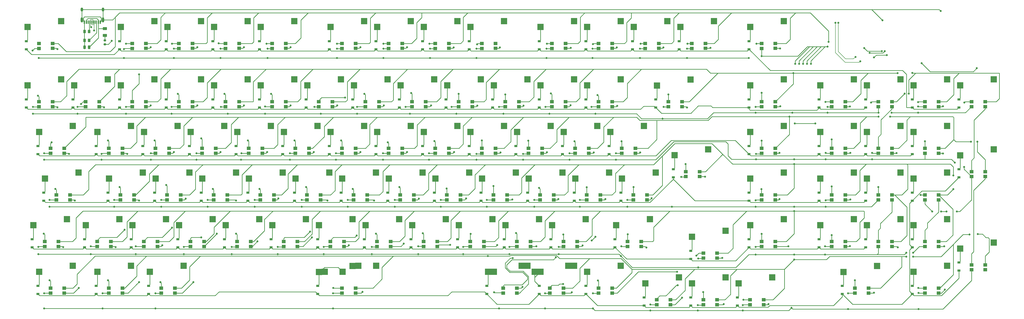
<source format=gbr>
%TF.GenerationSoftware,KiCad,Pcbnew,(6.0.4)*%
%TF.CreationDate,2022-04-19T22:35:02+02:00*%
%TF.ProjectId,pcb,7063622e-6b69-4636-9164-5f7063625858,rev?*%
%TF.SameCoordinates,Original*%
%TF.FileFunction,Copper,L2,Bot*%
%TF.FilePolarity,Positive*%
%FSLAX46Y46*%
G04 Gerber Fmt 4.6, Leading zero omitted, Abs format (unit mm)*
G04 Created by KiCad (PCBNEW (6.0.4)) date 2022-04-19 22:35:02*
%MOMM*%
%LPD*%
G01*
G04 APERTURE LIST*
G04 Aperture macros list*
%AMRoundRect*
0 Rectangle with rounded corners*
0 $1 Rounding radius*
0 $2 $3 $4 $5 $6 $7 $8 $9 X,Y pos of 4 corners*
0 Add a 4 corners polygon primitive as box body*
4,1,4,$2,$3,$4,$5,$6,$7,$8,$9,$2,$3,0*
0 Add four circle primitives for the rounded corners*
1,1,$1+$1,$2,$3*
1,1,$1+$1,$4,$5*
1,1,$1+$1,$6,$7*
1,1,$1+$1,$8,$9*
0 Add four rect primitives between the rounded corners*
20,1,$1+$1,$2,$3,$4,$5,0*
20,1,$1+$1,$4,$5,$6,$7,0*
20,1,$1+$1,$6,$7,$8,$9,0*
20,1,$1+$1,$8,$9,$2,$3,0*%
G04 Aperture macros list end*
%TA.AperFunction,ComponentPad*%
%ADD10C,0.600000*%
%TD*%
%TA.AperFunction,SMDPad,CuDef*%
%ADD11R,2.550000X2.500000*%
%TD*%
%TA.AperFunction,SMDPad,CuDef*%
%ADD12R,1.600000X1.400000*%
%TD*%
%TA.AperFunction,SMDPad,CuDef*%
%ADD13R,1.600000X1.420000*%
%TD*%
%TA.AperFunction,SMDPad,CuDef*%
%ADD14R,1.600000X1.380000*%
%TD*%
%TA.AperFunction,SMDPad,CuDef*%
%ADD15R,1.200000X0.900000*%
%TD*%
%TA.AperFunction,SMDPad,CuDef*%
%ADD16RoundRect,0.250000X0.625000X-0.375000X0.625000X0.375000X-0.625000X0.375000X-0.625000X-0.375000X0*%
%TD*%
%TA.AperFunction,SMDPad,CuDef*%
%ADD17RoundRect,0.250000X-0.262500X-0.450000X0.262500X-0.450000X0.262500X0.450000X-0.262500X0.450000X0*%
%TD*%
%TA.AperFunction,SMDPad,CuDef*%
%ADD18RoundRect,0.250000X0.250000X0.475000X-0.250000X0.475000X-0.250000X-0.475000X0.250000X-0.475000X0*%
%TD*%
%TA.AperFunction,SMDPad,CuDef*%
%ADD19R,0.600000X1.450000*%
%TD*%
%TA.AperFunction,SMDPad,CuDef*%
%ADD20R,0.300000X1.450000*%
%TD*%
%TA.AperFunction,ComponentPad*%
%ADD21O,1.000000X1.600000*%
%TD*%
%TA.AperFunction,ComponentPad*%
%ADD22O,1.000000X2.100000*%
%TD*%
%TA.AperFunction,SMDPad,CuDef*%
%ADD23RoundRect,0.170000X0.330000X-0.255000X0.330000X0.255000X-0.330000X0.255000X-0.330000X-0.255000X0*%
%TD*%
%TA.AperFunction,ViaPad*%
%ADD24C,0.800000*%
%TD*%
%TA.AperFunction,Conductor*%
%ADD25C,0.250000*%
%TD*%
%TA.AperFunction,Conductor*%
%ADD26C,0.200000*%
%TD*%
G04 APERTURE END LIST*
D10*
%TO.P,MX20,1,COL*%
%TO.N,COL3*%
X174731250Y-211512500D03*
D11*
X173771250Y-212407500D03*
D10*
X172831250Y-212412500D03*
X174731250Y-212412500D03*
X172831250Y-211512500D03*
X172831250Y-213312500D03*
X174731250Y-213312500D03*
%TO.P,MX20,2,ROW*%
%TO.N,Net-(D20-Pad2)*%
X160881250Y-215812500D03*
X160881250Y-214012500D03*
X159101250Y-214792500D03*
X160881250Y-214912500D03*
D11*
X160041250Y-214827500D03*
D10*
X159101250Y-213892500D03*
X159101250Y-215692500D03*
%TD*%
D12*
%TO.P,D105,1,DOUT*%
%TO.N,/LED*%
X105987500Y-261647500D03*
D13*
%TO.P,D105,2,VSS*%
%TO.N,GND*%
X105987500Y-259657500D03*
D12*
%TO.P,D105,3,DIN*%
%TO.N,/LED*%
X100387500Y-259657500D03*
D14*
%TO.P,D105,4,VDD*%
%TO.N,+5V*%
X100387500Y-261657500D03*
%TD*%
D12*
%TO.P,D173,1,DOUT*%
%TO.N,/LED*%
X360781250Y-204497500D03*
D13*
%TO.P,D173,2,VSS*%
%TO.N,GND*%
X360781250Y-202507500D03*
D12*
%TO.P,D173,3,DIN*%
%TO.N,/LED*%
X355181250Y-202507500D03*
D14*
%TO.P,D173,4,VDD*%
%TO.N,+5V*%
X355181250Y-204507500D03*
%TD*%
D12*
%TO.P,D144,1,DOUT*%
%TO.N,/LED*%
X265531250Y-180685000D03*
D13*
%TO.P,D144,2,VSS*%
%TO.N,GND*%
X265531250Y-178695000D03*
D12*
%TO.P,D144,3,DIN*%
%TO.N,/LED*%
X259931250Y-178695000D03*
D14*
%TO.P,D144,4,VDD*%
%TO.N,+5V*%
X259931250Y-180695000D03*
%TD*%
D11*
%TO.P,MX91,1,COL*%
%TO.N,COL16*%
X449996250Y-231457500D03*
D10*
X449056250Y-232362500D03*
X450956250Y-232362500D03*
X449056250Y-231462500D03*
X449056250Y-230562500D03*
X450956250Y-231462500D03*
X450956250Y-230562500D03*
D11*
%TO.P,MX91,2,ROW*%
%TO.N,Net-(D91-Pad2)*%
X436266250Y-233877500D03*
D10*
X437106250Y-234862500D03*
X435326250Y-234742500D03*
X437106250Y-233062500D03*
X437106250Y-233962500D03*
X435326250Y-233842500D03*
X435326250Y-232942500D03*
%TD*%
%TO.P,MX11,1,COL*%
%TO.N,COL1*%
X134731250Y-268662500D03*
X134731250Y-269562500D03*
X136631250Y-268662500D03*
D11*
X135671250Y-269557500D03*
D10*
X136631250Y-269562500D03*
X134731250Y-270462500D03*
X136631250Y-270462500D03*
%TO.P,MX11,2,ROW*%
%TO.N,Net-(D11-Pad2)*%
X122781250Y-271162500D03*
X121001250Y-271942500D03*
X122781250Y-272062500D03*
X121001250Y-272842500D03*
D11*
X121941250Y-271977500D03*
D10*
X121001250Y-271042500D03*
X122781250Y-272962500D03*
%TD*%
%TO.P,MX89,1,COL*%
%TO.N,COL16*%
X449056250Y-193362500D03*
X449056250Y-194262500D03*
X450956250Y-193362500D03*
D11*
X449996250Y-193357500D03*
D10*
X450956250Y-194262500D03*
X450956250Y-192462500D03*
X449056250Y-192462500D03*
%TO.P,MX89,2,ROW*%
%TO.N,Net-(D89-Pad2)*%
X437106250Y-194962500D03*
D11*
X436266250Y-195777500D03*
D10*
X437106250Y-196762500D03*
X437106250Y-195862500D03*
X435326250Y-196642500D03*
X435326250Y-195742500D03*
X435326250Y-194842500D03*
%TD*%
D12*
%TO.P,D138,1,DOUT*%
%TO.N,/LED*%
X227431250Y-280697500D03*
D13*
%TO.P,D138,2,VSS*%
%TO.N,GND*%
X227431250Y-278707500D03*
D12*
%TO.P,D138,3,DIN*%
%TO.N,/LED*%
X221831250Y-278707500D03*
D14*
%TO.P,D138,4,VDD*%
%TO.N,+5V*%
X221831250Y-280707500D03*
%TD*%
D12*
%TO.P,D176,1,DOUT*%
%TO.N,/LED*%
X375068750Y-266410000D03*
D13*
%TO.P,D176,2,VSS*%
%TO.N,GND*%
X375068750Y-264420000D03*
D12*
%TO.P,D176,3,DIN*%
%TO.N,/LED*%
X369468750Y-264420000D03*
D14*
%TO.P,D176,4,VDD*%
%TO.N,+5V*%
X369468750Y-266420000D03*
%TD*%
D10*
%TO.P,MX34,1,COL*%
%TO.N,COL6*%
X220456250Y-193362500D03*
X220456250Y-194262500D03*
X220456250Y-192462500D03*
X222356250Y-193362500D03*
X222356250Y-194262500D03*
X222356250Y-192462500D03*
D11*
X221396250Y-193357500D03*
D10*
%TO.P,MX34,2,ROW*%
%TO.N,Net-(D34-Pad2)*%
X208506250Y-195862500D03*
D11*
X207666250Y-195777500D03*
D10*
X206726250Y-194842500D03*
X206726250Y-195742500D03*
X208506250Y-196762500D03*
X208506250Y-194962500D03*
X206726250Y-196642500D03*
%TD*%
D12*
%TO.P,D155,1,DOUT*%
%TO.N,/LED*%
X294106250Y-204497500D03*
D13*
%TO.P,D155,2,VSS*%
%TO.N,GND*%
X294106250Y-202507500D03*
D12*
%TO.P,D155,3,DIN*%
%TO.N,/LED*%
X288506250Y-202507500D03*
D14*
%TO.P,D155,4,VDD*%
%TO.N,+5V*%
X288506250Y-204507500D03*
%TD*%
D12*
%TO.P,D158,1,DOUT*%
%TO.N,/LED*%
X298868750Y-261647500D03*
D13*
%TO.P,D158,2,VSS*%
%TO.N,GND*%
X298868750Y-259657500D03*
D12*
%TO.P,D158,3,DIN*%
%TO.N,/LED*%
X293268750Y-259657500D03*
D14*
%TO.P,D158,4,VDD*%
%TO.N,+5V*%
X293268750Y-261657500D03*
%TD*%
D10*
%TO.P,MX46,1,COL*%
%TO.N,COL8*%
X268081250Y-211512500D03*
X269981250Y-212412500D03*
X269981250Y-213312500D03*
X268081250Y-212412500D03*
X269981250Y-211512500D03*
X268081250Y-213312500D03*
D11*
X269021250Y-212407500D03*
D10*
%TO.P,MX46,2,ROW*%
%TO.N,Net-(D46-Pad2)*%
X254351250Y-213892500D03*
D11*
X255291250Y-214827500D03*
D10*
X254351250Y-214792500D03*
X256131250Y-214912500D03*
X256131250Y-214012500D03*
X256131250Y-215812500D03*
X254351250Y-215692500D03*
%TD*%
D12*
%TO.P,D150,1,DOUT*%
%TO.N,/LED*%
X275056250Y-204497500D03*
D13*
%TO.P,D150,2,VSS*%
%TO.N,GND*%
X275056250Y-202507500D03*
D12*
%TO.P,D150,3,DIN*%
%TO.N,/LED*%
X269456250Y-202507500D03*
D14*
%TO.P,D150,4,VDD*%
%TO.N,+5V*%
X269456250Y-204507500D03*
%TD*%
D10*
%TO.P,MX37,1,COL*%
%TO.N,COL6*%
X227118750Y-251412500D03*
X227118750Y-250512500D03*
X227118750Y-249612500D03*
X225218750Y-249612500D03*
X225218750Y-251412500D03*
D11*
X226158750Y-250507500D03*
D10*
X225218750Y-250512500D03*
%TO.P,MX37,2,ROW*%
%TO.N,Net-(D37-Pad2)*%
X211488750Y-252892500D03*
X211488750Y-253792500D03*
X211488750Y-251992500D03*
X213268750Y-252112500D03*
X213268750Y-253012500D03*
D11*
X212428750Y-252927500D03*
D10*
X213268750Y-253912500D03*
%TD*%
D12*
%TO.P,D165,1,DOUT*%
%TO.N,/LED*%
X312362500Y-280697500D03*
D13*
%TO.P,D165,2,VSS*%
%TO.N,GND*%
X312362500Y-278707500D03*
D12*
%TO.P,D165,3,DIN*%
%TO.N,/LED*%
X306762500Y-278707500D03*
D14*
%TO.P,D165,4,VDD*%
%TO.N,+5V*%
X306762500Y-280707500D03*
%TD*%
D12*
%TO.P,D151,1,DOUT*%
%TO.N,/LED*%
X284581250Y-223547500D03*
D13*
%TO.P,D151,2,VSS*%
%TO.N,GND*%
X284581250Y-221557500D03*
D12*
%TO.P,D151,3,DIN*%
%TO.N,/LED*%
X278981250Y-221557500D03*
D14*
%TO.P,D151,4,VDD*%
%TO.N,+5V*%
X278981250Y-223557500D03*
%TD*%
D10*
%TO.P,MX104,1,COL*%
%TO.N,COL10*%
X315225000Y-269562500D03*
X313325000Y-268662500D03*
X315225000Y-270462500D03*
X313325000Y-269562500D03*
D11*
X314265000Y-269557500D03*
D10*
X315225000Y-268662500D03*
X313325000Y-270462500D03*
D11*
%TO.P,MX104,2,ROW*%
%TO.N,Net-(D65-Pad2)*%
X300535000Y-271977500D03*
D10*
X299595000Y-272842500D03*
X301375000Y-272062500D03*
X299595000Y-271942500D03*
X301375000Y-271162500D03*
X301375000Y-272962500D03*
X299595000Y-271042500D03*
%TD*%
%TO.P,MX70,1,COL*%
%TO.N,COL12*%
X348562500Y-249612500D03*
X348562500Y-250512500D03*
X346662500Y-249612500D03*
D11*
X347602500Y-250507500D03*
D10*
X346662500Y-250512500D03*
X346662500Y-251412500D03*
X348562500Y-251412500D03*
%TO.P,MX70,2,ROW*%
%TO.N,Net-(D70-Pad2)*%
X334712500Y-252112500D03*
X332932500Y-253792500D03*
D11*
X333872500Y-252927500D03*
D10*
X332932500Y-252892500D03*
X334712500Y-253012500D03*
X332932500Y-251992500D03*
X334712500Y-253912500D03*
%TD*%
D12*
%TO.P,D152,1,DOUT*%
%TO.N,/LED*%
X289343750Y-242597500D03*
D13*
%TO.P,D152,2,VSS*%
%TO.N,GND*%
X289343750Y-240607500D03*
D12*
%TO.P,D152,3,DIN*%
%TO.N,/LED*%
X283743750Y-240607500D03*
D14*
%TO.P,D152,4,VDD*%
%TO.N,+5V*%
X283743750Y-242607500D03*
%TD*%
D12*
%TO.P,D116,1,DOUT*%
%TO.N,/LED*%
X146468750Y-261647500D03*
D13*
%TO.P,D116,2,VSS*%
%TO.N,GND*%
X146468750Y-259657500D03*
D12*
%TO.P,D116,3,DIN*%
%TO.N,/LED*%
X140868750Y-259657500D03*
D14*
%TO.P,D116,4,VDD*%
%TO.N,+5V*%
X140868750Y-261657500D03*
%TD*%
D12*
%TO.P,D124,1,DOUT*%
%TO.N,/LED*%
X179806250Y-204497500D03*
D13*
%TO.P,D124,2,VSS*%
%TO.N,GND*%
X179806250Y-202507500D03*
D12*
%TO.P,D124,3,DIN*%
%TO.N,/LED*%
X174206250Y-202507500D03*
D14*
%TO.P,D124,4,VDD*%
%TO.N,+5V*%
X174206250Y-204507500D03*
%TD*%
D12*
%TO.P,D139,1,DOUT*%
%TO.N,/LED*%
X246481250Y-180685000D03*
D13*
%TO.P,D139,2,VSS*%
%TO.N,GND*%
X246481250Y-178695000D03*
D12*
%TO.P,D139,3,DIN*%
%TO.N,/LED*%
X240881250Y-178695000D03*
D14*
%TO.P,D139,4,VDD*%
%TO.N,+5V*%
X240881250Y-180695000D03*
%TD*%
D12*
%TO.P,D186,1,DOUT*%
%TO.N,/LED*%
X427456250Y-242597500D03*
D13*
%TO.P,D186,2,VSS*%
%TO.N,GND*%
X427456250Y-240607500D03*
D12*
%TO.P,D186,3,DIN*%
%TO.N,/LED*%
X421856250Y-240607500D03*
D14*
%TO.P,D186,4,VDD*%
%TO.N,+5V*%
X421856250Y-242607500D03*
%TD*%
D12*
%TO.P,D200,1,DOUT*%
%TO.N,/LED*%
X484606250Y-271172500D03*
D13*
%TO.P,D200,2,VSS*%
%TO.N,GND*%
X484606250Y-269182500D03*
D12*
%TO.P,D200,3,DIN*%
%TO.N,/LED*%
X479006250Y-269182500D03*
D14*
%TO.P,D200,4,VDD*%
%TO.N,+5V*%
X479006250Y-271182500D03*
%TD*%
D10*
%TO.P,MX18,1,COL*%
%TO.N,COL3*%
X163306250Y-170450000D03*
X163306250Y-169550000D03*
X165206250Y-170450000D03*
X165206250Y-169550000D03*
X165206250Y-168650000D03*
X163306250Y-168650000D03*
D11*
X164246250Y-169545000D03*
D10*
%TO.P,MX18,2,ROW*%
%TO.N,Net-(D18-Pad2)*%
X151356250Y-171150000D03*
D11*
X150516250Y-171965000D03*
D10*
X149576250Y-171030000D03*
X151356250Y-172050000D03*
X149576250Y-171930000D03*
X151356250Y-172950000D03*
X149576250Y-172830000D03*
%TD*%
D12*
%TO.P,D120,1,DOUT*%
%TO.N,/LED*%
X170281250Y-223547500D03*
D13*
%TO.P,D120,2,VSS*%
%TO.N,GND*%
X170281250Y-221557500D03*
D12*
%TO.P,D120,3,DIN*%
%TO.N,/LED*%
X164681250Y-221557500D03*
D14*
%TO.P,D120,4,VDD*%
%TO.N,+5V*%
X164681250Y-223557500D03*
%TD*%
D12*
%TO.P,D196,1,DOUT*%
%TO.N,/LED*%
X465556250Y-242597500D03*
D13*
%TO.P,D196,2,VSS*%
%TO.N,GND*%
X465556250Y-240607500D03*
D12*
%TO.P,D196,3,DIN*%
%TO.N,/LED*%
X459956250Y-240607500D03*
D14*
%TO.P,D196,4,VDD*%
%TO.N,+5V*%
X459956250Y-242607500D03*
%TD*%
D10*
%TO.P,MX55,1,COL*%
%TO.N,COL10*%
X298556250Y-192462500D03*
X296656250Y-193362500D03*
D11*
X297596250Y-193357500D03*
D10*
X296656250Y-192462500D03*
X296656250Y-194262500D03*
X298556250Y-193362500D03*
X298556250Y-194262500D03*
D11*
%TO.P,MX55,2,ROW*%
%TO.N,Net-(D55-Pad2)*%
X283866250Y-195777500D03*
D10*
X284706250Y-196762500D03*
X282926250Y-195742500D03*
X284706250Y-195862500D03*
X282926250Y-196642500D03*
X284706250Y-194962500D03*
X282926250Y-194842500D03*
%TD*%
%TO.P,MX13,1,COL*%
%TO.N,COL2*%
X146156250Y-193362500D03*
X146156250Y-194262500D03*
D11*
X145196250Y-193357500D03*
D10*
X146156250Y-192462500D03*
X144256250Y-193362500D03*
X144256250Y-192462500D03*
X144256250Y-194262500D03*
%TO.P,MX13,2,ROW*%
%TO.N,Net-(D13-Pad2)*%
X132306250Y-196762500D03*
X130526250Y-194842500D03*
X132306250Y-195862500D03*
X130526250Y-196642500D03*
X132306250Y-194962500D03*
X130526250Y-195742500D03*
D11*
X131466250Y-195777500D03*
%TD*%
D12*
%TO.P,D149,1,DOUT*%
%TO.N,/LED*%
X284581250Y-180685000D03*
D13*
%TO.P,D149,2,VSS*%
%TO.N,GND*%
X284581250Y-178695000D03*
D12*
%TO.P,D149,3,DIN*%
%TO.N,/LED*%
X278981250Y-178695000D03*
D14*
%TO.P,D149,4,VDD*%
%TO.N,+5V*%
X278981250Y-180695000D03*
%TD*%
D11*
%TO.P,MX45,1,COL*%
%TO.N,COL8*%
X259496250Y-193357500D03*
D10*
X260456250Y-193362500D03*
X260456250Y-194262500D03*
X258556250Y-192462500D03*
X258556250Y-194262500D03*
X258556250Y-193362500D03*
X260456250Y-192462500D03*
%TO.P,MX45,2,ROW*%
%TO.N,Net-(D45-Pad2)*%
X244826250Y-195742500D03*
D11*
X245766250Y-195777500D03*
D10*
X246606250Y-194962500D03*
X246606250Y-196762500D03*
X246606250Y-195862500D03*
X244826250Y-194842500D03*
X244826250Y-196642500D03*
%TD*%
%TO.P,MX75,1,COL*%
%TO.N,COL12*%
X358568750Y-274325000D03*
X360468750Y-275225000D03*
X358568750Y-275225000D03*
X358568750Y-273425000D03*
X360468750Y-274325000D03*
D11*
X359508750Y-274320000D03*
D10*
X360468750Y-273425000D03*
%TO.P,MX75,2,ROW*%
%TO.N,Net-(D75-Pad2)*%
X344838750Y-277605000D03*
X346618750Y-277725000D03*
X344838750Y-276705000D03*
X346618750Y-276825000D03*
X344838750Y-275805000D03*
X346618750Y-275925000D03*
D11*
X345778750Y-276740000D03*
%TD*%
D12*
%TO.P,D131,1,DOUT*%
%TO.N,/LED*%
X213143750Y-242597500D03*
D13*
%TO.P,D131,2,VSS*%
%TO.N,GND*%
X213143750Y-240607500D03*
D12*
%TO.P,D131,3,DIN*%
%TO.N,/LED*%
X207543750Y-240607500D03*
D14*
%TO.P,D131,4,VDD*%
%TO.N,+5V*%
X207543750Y-242607500D03*
%TD*%
D12*
%TO.P,D188,1,DOUT*%
%TO.N,/LED*%
X436981250Y-280697500D03*
D13*
%TO.P,D188,2,VSS*%
%TO.N,GND*%
X436981250Y-278707500D03*
D12*
%TO.P,D188,3,DIN*%
%TO.N,/LED*%
X431381250Y-278707500D03*
D14*
%TO.P,D188,4,VDD*%
%TO.N,+5V*%
X431381250Y-280707500D03*
%TD*%
D10*
%TO.P,MX40,1,COL*%
%TO.N,COL7*%
X241406250Y-194262500D03*
X239506250Y-194262500D03*
X239506250Y-192462500D03*
X239506250Y-193362500D03*
X241406250Y-192462500D03*
D11*
X240446250Y-193357500D03*
D10*
X241406250Y-193362500D03*
%TO.P,MX40,2,ROW*%
%TO.N,Net-(D40-Pad2)*%
X225776250Y-194842500D03*
X227556250Y-195862500D03*
X225776250Y-196642500D03*
X225776250Y-195742500D03*
D11*
X226716250Y-195777500D03*
D10*
X227556250Y-196762500D03*
X227556250Y-194962500D03*
%TD*%
%TO.P,MX44,1,COL*%
%TO.N,COL8*%
X269981250Y-170450000D03*
X268081250Y-169550000D03*
X268081250Y-170450000D03*
X268081250Y-168650000D03*
X269981250Y-169550000D03*
X269981250Y-168650000D03*
D11*
X269021250Y-169545000D03*
D10*
%TO.P,MX44,2,ROW*%
%TO.N,Net-(D44-Pad2)*%
X256131250Y-172050000D03*
X254351250Y-171030000D03*
X256131250Y-171150000D03*
X256131250Y-172950000D03*
X254351250Y-171930000D03*
X254351250Y-172830000D03*
D11*
X255291250Y-171965000D03*
%TD*%
D12*
%TO.P,D164,1,DOUT*%
%TO.N,/LED*%
X317918750Y-261647500D03*
D13*
%TO.P,D164,2,VSS*%
%TO.N,GND*%
X317918750Y-259657500D03*
D12*
%TO.P,D164,3,DIN*%
%TO.N,/LED*%
X312318750Y-259657500D03*
D14*
%TO.P,D164,4,VDD*%
%TO.N,+5V*%
X312318750Y-261657500D03*
%TD*%
D12*
%TO.P,D166,1,DOUT*%
%TO.N,/LED*%
X351256250Y-180685000D03*
D13*
%TO.P,D166,2,VSS*%
%TO.N,GND*%
X351256250Y-178695000D03*
D12*
%TO.P,D166,3,DIN*%
%TO.N,/LED*%
X345656250Y-178695000D03*
D14*
%TO.P,D166,4,VDD*%
%TO.N,+5V*%
X345656250Y-180695000D03*
%TD*%
D10*
%TO.P,MX67,1,COL*%
%TO.N,COL12*%
X336656250Y-193362500D03*
X336656250Y-194262500D03*
D11*
X335696250Y-193357500D03*
D10*
X334756250Y-192462500D03*
X334756250Y-193362500D03*
X334756250Y-194262500D03*
X336656250Y-192462500D03*
%TO.P,MX67,2,ROW*%
%TO.N,Net-(D67-Pad2)*%
X321026250Y-196642500D03*
D11*
X321966250Y-195777500D03*
D10*
X321026250Y-194842500D03*
X322806250Y-195862500D03*
X322806250Y-194962500D03*
X321026250Y-195742500D03*
X322806250Y-196762500D03*
%TD*%
D12*
%TO.P,D192,1,DOUT*%
%TO.N,/LED*%
X446506250Y-261647500D03*
D13*
%TO.P,D192,2,VSS*%
%TO.N,GND*%
X446506250Y-259657500D03*
D12*
%TO.P,D192,3,DIN*%
%TO.N,/LED*%
X440906250Y-259657500D03*
D14*
%TO.P,D192,4,VDD*%
%TO.N,+5V*%
X440906250Y-261657500D03*
%TD*%
D12*
%TO.P,D123,1,DOUT*%
%TO.N,/LED*%
X179806250Y-180685000D03*
D13*
%TO.P,D123,2,VSS*%
%TO.N,GND*%
X179806250Y-178695000D03*
D12*
%TO.P,D123,3,DIN*%
%TO.N,/LED*%
X174206250Y-178695000D03*
D14*
%TO.P,D123,4,VDD*%
%TO.N,+5V*%
X174206250Y-180695000D03*
%TD*%
D12*
%TO.P,D171,1,DOUT*%
%TO.N,/LED*%
X332206250Y-280697500D03*
D13*
%TO.P,D171,2,VSS*%
%TO.N,GND*%
X332206250Y-278707500D03*
D12*
%TO.P,D171,3,DIN*%
%TO.N,/LED*%
X326606250Y-278707500D03*
D14*
%TO.P,D171,4,VDD*%
%TO.N,+5V*%
X326606250Y-280707500D03*
%TD*%
D12*
%TO.P,D117,1,DOUT*%
%TO.N,/LED*%
X153612500Y-280697500D03*
D13*
%TO.P,D117,2,VSS*%
%TO.N,GND*%
X153612500Y-278707500D03*
D12*
%TO.P,D117,3,DIN*%
%TO.N,/LED*%
X148012500Y-278707500D03*
D14*
%TO.P,D117,4,VDD*%
%TO.N,+5V*%
X148012500Y-280707500D03*
%TD*%
D11*
%TO.P,MX48,1,COL*%
%TO.N,COL8*%
X264258750Y-250507500D03*
D10*
X265218750Y-251412500D03*
X265218750Y-249612500D03*
X265218750Y-250512500D03*
X263318750Y-250512500D03*
X263318750Y-249612500D03*
X263318750Y-251412500D03*
%TO.P,MX48,2,ROW*%
%TO.N,Net-(D48-Pad2)*%
X249588750Y-252892500D03*
X251368750Y-253012500D03*
D11*
X250528750Y-252927500D03*
D10*
X249588750Y-251992500D03*
X251368750Y-253912500D03*
X251368750Y-252112500D03*
X249588750Y-253792500D03*
%TD*%
D12*
%TO.P,D108,1,DOUT*%
%TO.N,/LED*%
X132181250Y-223547500D03*
D13*
%TO.P,D108,2,VSS*%
%TO.N,GND*%
X132181250Y-221557500D03*
D12*
%TO.P,D108,3,DIN*%
%TO.N,/LED*%
X126581250Y-221557500D03*
D14*
%TO.P,D108,4,VDD*%
%TO.N,+5V*%
X126581250Y-223557500D03*
%TD*%
D12*
%TO.P,D174,1,DOUT*%
%TO.N,/LED*%
X367925000Y-233072500D03*
D13*
%TO.P,D174,2,VSS*%
%TO.N,GND*%
X367925000Y-231082500D03*
D12*
%TO.P,D174,3,DIN*%
%TO.N,/LED*%
X362325000Y-231082500D03*
D14*
%TO.P,D174,4,VDD*%
%TO.N,+5V*%
X362325000Y-233082500D03*
%TD*%
D10*
%TO.P,MX92,1,COL*%
%TO.N,COL16*%
X450956250Y-251412500D03*
X449056250Y-250512500D03*
X450956250Y-250512500D03*
X449056250Y-249612500D03*
X450956250Y-249612500D03*
X449056250Y-251412500D03*
D11*
X449996250Y-250507500D03*
%TO.P,MX92,2,ROW*%
%TO.N,Net-(D92-Pad2)*%
X436266250Y-252927500D03*
D10*
X435326250Y-252892500D03*
X437106250Y-253012500D03*
X435326250Y-251992500D03*
X435326250Y-253792500D03*
X437106250Y-253912500D03*
X437106250Y-252112500D03*
%TD*%
D12*
%TO.P,D157,1,DOUT*%
%TO.N,/LED*%
X308393750Y-242597500D03*
D13*
%TO.P,D157,2,VSS*%
%TO.N,GND*%
X308393750Y-240607500D03*
D12*
%TO.P,D157,3,DIN*%
%TO.N,/LED*%
X302793750Y-240607500D03*
D14*
%TO.P,D157,4,VDD*%
%TO.N,+5V*%
X302793750Y-242607500D03*
%TD*%
D10*
%TO.P,MX68,1,COL*%
%TO.N,COL12*%
X346181250Y-212412500D03*
X344281250Y-211512500D03*
X346181250Y-211512500D03*
X346181250Y-213312500D03*
X344281250Y-212412500D03*
X344281250Y-213312500D03*
D11*
X345221250Y-212407500D03*
D10*
%TO.P,MX68,2,ROW*%
%TO.N,Net-(D68-Pad2)*%
X330551250Y-215692500D03*
X330551250Y-214792500D03*
X332331250Y-214912500D03*
X330551250Y-213892500D03*
D11*
X331491250Y-214827500D03*
D10*
X332331250Y-215812500D03*
X332331250Y-214012500D03*
%TD*%
%TO.P,MX81,1,COL*%
%TO.N,COL14*%
X401431250Y-213312500D03*
X403331250Y-213312500D03*
X401431250Y-212412500D03*
X401431250Y-211512500D03*
X403331250Y-211512500D03*
X403331250Y-212412500D03*
D11*
X402371250Y-212407500D03*
D10*
%TO.P,MX81,2,ROW*%
%TO.N,Net-(D81-Pad2)*%
X389481250Y-214012500D03*
D11*
X388641250Y-214827500D03*
D10*
X387701250Y-215692500D03*
X389481250Y-214912500D03*
X387701250Y-214792500D03*
X387701250Y-213892500D03*
X389481250Y-215812500D03*
%TD*%
%TO.P,MX98,1,COL*%
%TO.N,COL17*%
X487156250Y-192462500D03*
D11*
X488096250Y-193357500D03*
D10*
X489056250Y-192462500D03*
X489056250Y-193362500D03*
X489056250Y-194262500D03*
X487156250Y-194262500D03*
X487156250Y-193362500D03*
%TO.P,MX98,2,ROW*%
%TO.N,Net-(D98-Pad2)*%
X473426250Y-194842500D03*
X475206250Y-195862500D03*
D11*
X474366250Y-195777500D03*
D10*
X475206250Y-194962500D03*
X473426250Y-196642500D03*
X473426250Y-195742500D03*
X475206250Y-196762500D03*
%TD*%
%TO.P,MX21,1,COL*%
%TO.N,COL3*%
X177593750Y-231462500D03*
X177593750Y-232362500D03*
X177593750Y-230562500D03*
X179493750Y-232362500D03*
X179493750Y-231462500D03*
D11*
X178533750Y-231457500D03*
D10*
X179493750Y-230562500D03*
%TO.P,MX21,2,ROW*%
%TO.N,Net-(D21-Pad2)*%
X165643750Y-233062500D03*
X165643750Y-233962500D03*
X163863750Y-233842500D03*
X165643750Y-234862500D03*
X163863750Y-232942500D03*
D11*
X164803750Y-233877500D03*
D10*
X163863750Y-234742500D03*
%TD*%
D12*
%TO.P,D154,1,DOUT*%
%TO.N,/LED*%
X313156250Y-180685000D03*
D13*
%TO.P,D154,2,VSS*%
%TO.N,GND*%
X313156250Y-178695000D03*
D12*
%TO.P,D154,3,DIN*%
%TO.N,/LED*%
X307556250Y-178695000D03*
D14*
%TO.P,D154,4,VDD*%
%TO.N,+5V*%
X307556250Y-180695000D03*
%TD*%
D10*
%TO.P,MX62,1,COL*%
%TO.N,COL11*%
X325231250Y-211512500D03*
X327131250Y-213312500D03*
X327131250Y-212412500D03*
X327131250Y-211512500D03*
X325231250Y-213312500D03*
D11*
X326171250Y-212407500D03*
D10*
X325231250Y-212412500D03*
%TO.P,MX62,2,ROW*%
%TO.N,Net-(D62-Pad2)*%
X311501250Y-214792500D03*
X313281250Y-214912500D03*
D11*
X312441250Y-214827500D03*
D10*
X311501250Y-213892500D03*
X313281250Y-215812500D03*
X311501250Y-215692500D03*
X313281250Y-214012500D03*
%TD*%
D12*
%TO.P,D121,1,DOUT*%
%TO.N,/LED*%
X175043750Y-242597500D03*
D13*
%TO.P,D121,2,VSS*%
%TO.N,GND*%
X175043750Y-240607500D03*
D12*
%TO.P,D121,3,DIN*%
%TO.N,/LED*%
X169443750Y-240607500D03*
D14*
%TO.P,D121,4,VDD*%
%TO.N,+5V*%
X169443750Y-242607500D03*
%TD*%
D10*
%TO.P,MX31,1,COL*%
%TO.N,COL5*%
X215693750Y-230562500D03*
X217593750Y-232362500D03*
X215693750Y-232362500D03*
X215693750Y-231462500D03*
D11*
X216633750Y-231457500D03*
D10*
X217593750Y-231462500D03*
X217593750Y-230562500D03*
%TO.P,MX31,2,ROW*%
%TO.N,Net-(D31-Pad2)*%
X201963750Y-232942500D03*
X203743750Y-233062500D03*
X203743750Y-233962500D03*
D11*
X202903750Y-233877500D03*
D10*
X201963750Y-233842500D03*
X201963750Y-234742500D03*
X203743750Y-234862500D03*
%TD*%
D12*
%TO.P,D111,1,DOUT*%
%TO.N,/LED*%
X132181250Y-280697500D03*
D13*
%TO.P,D111,2,VSS*%
%TO.N,GND*%
X132181250Y-278707500D03*
D12*
%TO.P,D111,3,DIN*%
%TO.N,/LED*%
X126581250Y-278707500D03*
D14*
%TO.P,D111,4,VDD*%
%TO.N,+5V*%
X126581250Y-280707500D03*
%TD*%
D12*
%TO.P,D132,1,DOUT*%
%TO.N,/LED*%
X203618750Y-261647500D03*
D13*
%TO.P,D132,2,VSS*%
%TO.N,GND*%
X203618750Y-259657500D03*
D12*
%TO.P,D132,3,DIN*%
%TO.N,/LED*%
X198018750Y-259657500D03*
D14*
%TO.P,D132,4,VDD*%
%TO.N,+5V*%
X198018750Y-261657500D03*
%TD*%
D10*
%TO.P,MX69,1,COL*%
%TO.N,COL12*%
X350943750Y-232362500D03*
X350943750Y-230562500D03*
X349043750Y-232362500D03*
X349043750Y-230562500D03*
D11*
X349983750Y-231457500D03*
D10*
X350943750Y-231462500D03*
X349043750Y-231462500D03*
%TO.P,MX69,2,ROW*%
%TO.N,Net-(D69-Pad2)*%
X337093750Y-234862500D03*
X337093750Y-233962500D03*
D11*
X336253750Y-233877500D03*
D10*
X337093750Y-233062500D03*
X335313750Y-232942500D03*
X335313750Y-233842500D03*
X335313750Y-234742500D03*
%TD*%
D12*
%TO.P,D101,1,DOUT*%
%TO.N,/LED*%
X103606250Y-180685000D03*
D13*
%TO.P,D101,2,VSS*%
%TO.N,GND*%
X103606250Y-178695000D03*
D12*
%TO.P,D101,3,DIN*%
%TO.N,RGBDIN*%
X98006250Y-178695000D03*
D14*
%TO.P,D101,4,VDD*%
%TO.N,+5V*%
X98006250Y-180695000D03*
%TD*%
D10*
%TO.P,MX100,1,COL*%
%TO.N,COL8*%
X487156250Y-261003639D03*
X489056250Y-259203639D03*
X487156250Y-259203639D03*
X489056250Y-260103639D03*
D11*
X488096250Y-260098639D03*
D10*
X487156250Y-260103639D03*
X489056250Y-261003639D03*
%TO.P,MX100,2,ROW*%
%TO.N,Net-(D100-Pad2)*%
X475206250Y-263503639D03*
D11*
X474366250Y-262518639D03*
D10*
X473426250Y-261583639D03*
X473426250Y-262483639D03*
X475206250Y-261703639D03*
X475206250Y-262603639D03*
X473426250Y-263383639D03*
%TD*%
D12*
%TO.P,D167,1,DOUT*%
%TO.N,/LED*%
X332206250Y-204497500D03*
D13*
%TO.P,D167,2,VSS*%
%TO.N,GND*%
X332206250Y-202507500D03*
D12*
%TO.P,D167,3,DIN*%
%TO.N,/LED*%
X326606250Y-202507500D03*
D14*
%TO.P,D167,4,VDD*%
%TO.N,+5V*%
X326606250Y-204507500D03*
%TD*%
D12*
%TO.P,D118,1,DOUT*%
%TO.N,/LED*%
X160756250Y-180685000D03*
D13*
%TO.P,D118,2,VSS*%
%TO.N,GND*%
X160756250Y-178695000D03*
D12*
%TO.P,D118,3,DIN*%
%TO.N,/LED*%
X155156250Y-178695000D03*
D14*
%TO.P,D118,4,VDD*%
%TO.N,+5V*%
X155156250Y-180695000D03*
%TD*%
D10*
%TO.P,MX33,1,COL*%
%TO.N,COL6*%
X229981250Y-169550000D03*
X231881250Y-169550000D03*
X229981250Y-170450000D03*
X231881250Y-168650000D03*
X229981250Y-168650000D03*
D11*
X230921250Y-169545000D03*
D10*
X231881250Y-170450000D03*
%TO.P,MX33,2,ROW*%
%TO.N,Net-(D33-Pad2)*%
X218031250Y-172050000D03*
X218031250Y-171150000D03*
X218031250Y-172950000D03*
X216251250Y-171030000D03*
X216251250Y-172830000D03*
D11*
X217191250Y-171965000D03*
D10*
X216251250Y-171930000D03*
%TD*%
%TO.P,MX23,1,COL*%
%TO.N,COL4*%
X184256250Y-170450000D03*
X182356250Y-169550000D03*
D11*
X183296250Y-169545000D03*
D10*
X182356250Y-170450000D03*
X184256250Y-168650000D03*
X184256250Y-169550000D03*
X182356250Y-168650000D03*
%TO.P,MX23,2,ROW*%
%TO.N,Net-(D23-Pad2)*%
X168626250Y-171030000D03*
X170406250Y-171150000D03*
X168626250Y-172830000D03*
X168626250Y-171930000D03*
X170406250Y-172050000D03*
D11*
X169566250Y-171965000D03*
D10*
X170406250Y-172950000D03*
%TD*%
%TO.P,MX73,1,COL*%
%TO.N,COL13*%
X363331250Y-192528639D03*
X365231250Y-193428639D03*
X365231250Y-192528639D03*
X365231250Y-194328639D03*
X363331250Y-193428639D03*
D11*
X364271250Y-193423639D03*
D10*
X363331250Y-194328639D03*
%TO.P,MX73,2,ROW*%
%TO.N,Net-(D73-Pad2)*%
X351381250Y-195028639D03*
X351381250Y-195928639D03*
D11*
X350541250Y-195843639D03*
D10*
X349601250Y-195808639D03*
X349601250Y-194908639D03*
X351381250Y-196828639D03*
X349601250Y-196708639D03*
%TD*%
%TO.P,MX57,1,COL*%
%TO.N,COL10*%
X312843750Y-230562500D03*
X312843750Y-232362500D03*
X310943750Y-232362500D03*
X312843750Y-231462500D03*
D11*
X311883750Y-231457500D03*
D10*
X310943750Y-231462500D03*
X310943750Y-230562500D03*
D11*
%TO.P,MX57,2,ROW*%
%TO.N,Net-(D57-Pad2)*%
X298153750Y-233877500D03*
D10*
X298993750Y-233962500D03*
X297213750Y-234742500D03*
X298993750Y-233062500D03*
X298993750Y-234862500D03*
X297213750Y-233842500D03*
X297213750Y-232942500D03*
%TD*%
%TO.P,MX41,1,COL*%
%TO.N,COL7*%
X250931250Y-212412500D03*
X250931250Y-211512500D03*
X249031250Y-213312500D03*
D11*
X249971250Y-212407500D03*
D10*
X249031250Y-212412500D03*
X249031250Y-211512500D03*
X250931250Y-213312500D03*
%TO.P,MX41,2,ROW*%
%TO.N,Net-(D41-Pad2)*%
X235301250Y-213892500D03*
X237081250Y-214912500D03*
X235301250Y-215692500D03*
D11*
X236241250Y-214827500D03*
D10*
X237081250Y-215812500D03*
X235301250Y-214792500D03*
X237081250Y-214012500D03*
%TD*%
%TO.P,MX43,1,COL*%
%TO.N,COL7*%
X246168750Y-250512500D03*
X246168750Y-249612500D03*
X244268750Y-249612500D03*
X246168750Y-251412500D03*
X244268750Y-250512500D03*
X244268750Y-251412500D03*
D11*
X245208750Y-250507500D03*
D10*
%TO.P,MX43,2,ROW*%
%TO.N,Net-(D43-Pad2)*%
X232318750Y-253912500D03*
X232318750Y-252112500D03*
X230538750Y-251992500D03*
X230538750Y-253792500D03*
D11*
X231478750Y-252927500D03*
D10*
X232318750Y-253012500D03*
X230538750Y-252892500D03*
%TD*%
D12*
%TO.P,D183,1,DOUT*%
%TO.N,/LED*%
X398881250Y-261647500D03*
D13*
%TO.P,D183,2,VSS*%
%TO.N,GND*%
X398881250Y-259657500D03*
D12*
%TO.P,D183,3,DIN*%
%TO.N,/LED*%
X393281250Y-259657500D03*
D14*
%TO.P,D183,4,VDD*%
%TO.N,+5V*%
X393281250Y-261657500D03*
%TD*%
D12*
%TO.P,D185,1,DOUT*%
%TO.N,/LED*%
X427456250Y-223547500D03*
D13*
%TO.P,D185,2,VSS*%
%TO.N,GND*%
X427456250Y-221557500D03*
D12*
%TO.P,D185,3,DIN*%
%TO.N,/LED*%
X421856250Y-221557500D03*
D14*
%TO.P,D185,4,VDD*%
%TO.N,+5V*%
X421856250Y-223557500D03*
%TD*%
D12*
%TO.P,D194,1,DOUT*%
%TO.N,/LED*%
X465556250Y-204497500D03*
D13*
%TO.P,D194,2,VSS*%
%TO.N,GND*%
X465556250Y-202507500D03*
D12*
%TO.P,D194,3,DIN*%
%TO.N,/LED*%
X459956250Y-202507500D03*
D14*
%TO.P,D194,4,VDD*%
%TO.N,+5V*%
X459956250Y-204507500D03*
%TD*%
D12*
%TO.P,D106,1,DOUT*%
%TO.N,/LED*%
X108368750Y-280697500D03*
D13*
%TO.P,D106,2,VSS*%
%TO.N,GND*%
X108368750Y-278707500D03*
D12*
%TO.P,D106,3,DIN*%
%TO.N,/LED*%
X102768750Y-278707500D03*
D14*
%TO.P,D106,4,VDD*%
%TO.N,+5V*%
X102768750Y-280707500D03*
%TD*%
D12*
%TO.P,D112,1,DOUT*%
%TO.N,/LED*%
X141706250Y-180685000D03*
D13*
%TO.P,D112,2,VSS*%
%TO.N,GND*%
X141706250Y-178695000D03*
D12*
%TO.P,D112,3,DIN*%
%TO.N,/LED*%
X136106250Y-178695000D03*
D14*
%TO.P,D112,4,VDD*%
%TO.N,+5V*%
X136106250Y-180695000D03*
%TD*%
D10*
%TO.P,MX74,1,COL*%
%TO.N,COL13*%
X372375000Y-222837500D03*
X372375000Y-221037500D03*
X370475000Y-221037500D03*
X372375000Y-221937500D03*
D11*
X371415000Y-221932500D03*
D10*
X370475000Y-221937500D03*
X370475000Y-222837500D03*
%TO.P,MX74,2,ROW*%
%TO.N,Net-(D74-Pad2)*%
X356745000Y-223417500D03*
X358525000Y-225337500D03*
X356745000Y-225217500D03*
X358525000Y-224437500D03*
X358525000Y-223537500D03*
X356745000Y-224317500D03*
D11*
X357685000Y-224352500D03*
%TD*%
D10*
%TO.P,MX76,1,COL*%
%TO.N,COL13*%
X377618750Y-255275000D03*
X379518750Y-256175000D03*
X379518750Y-255275000D03*
X379518750Y-254375000D03*
D11*
X378558750Y-255270000D03*
D10*
X377618750Y-256175000D03*
X377618750Y-254375000D03*
%TO.P,MX76,2,ROW*%
%TO.N,Net-(D76-Pad2)*%
X363888750Y-258555000D03*
D11*
X364828750Y-257690000D03*
D10*
X363888750Y-257655000D03*
X365668750Y-257775000D03*
X365668750Y-258675000D03*
X363888750Y-256755000D03*
X365668750Y-256875000D03*
%TD*%
%TO.P,MX96,1,COL*%
%TO.N,COL17*%
X470006250Y-231462500D03*
X468106250Y-230562500D03*
X468106250Y-231462500D03*
X468106250Y-232362500D03*
D11*
X469046250Y-231457500D03*
D10*
X470006250Y-232362500D03*
X470006250Y-230562500D03*
%TO.P,MX96,2,ROW*%
%TO.N,Net-(D96-Pad2)*%
X456156250Y-233062500D03*
X456156250Y-233962500D03*
X456156250Y-234862500D03*
X454376250Y-232942500D03*
D11*
X455316250Y-233877500D03*
D10*
X454376250Y-233842500D03*
X454376250Y-234742500D03*
%TD*%
%TO.P,MX9,1,COL*%
%TO.N,COL1*%
X141393750Y-231462500D03*
X139493750Y-232362500D03*
X141393750Y-232362500D03*
D11*
X140433750Y-231457500D03*
D10*
X139493750Y-231462500D03*
X139493750Y-230562500D03*
X141393750Y-230562500D03*
%TO.P,MX9,2,ROW*%
%TO.N,Net-(D9-Pad2)*%
X127543750Y-233062500D03*
X125763750Y-234742500D03*
D11*
X126703750Y-233877500D03*
D10*
X127543750Y-233962500D03*
X125763750Y-233842500D03*
X127543750Y-234862500D03*
X125763750Y-232942500D03*
%TD*%
%TO.P,MX27,1,COL*%
%TO.N,COL4*%
X187118750Y-250512500D03*
X187118750Y-251412500D03*
X189018750Y-249612500D03*
D11*
X188058750Y-250507500D03*
D10*
X189018750Y-251412500D03*
X187118750Y-249612500D03*
X189018750Y-250512500D03*
%TO.P,MX27,2,ROW*%
%TO.N,Net-(D27-Pad2)*%
X175168750Y-253012500D03*
D11*
X174328750Y-252927500D03*
D10*
X175168750Y-252112500D03*
X175168750Y-253912500D03*
X173388750Y-252892500D03*
X173388750Y-251992500D03*
X173388750Y-253792500D03*
%TD*%
%TO.P,MX22,1,COL*%
%TO.N,COL3*%
X168068750Y-249612500D03*
X169968750Y-250512500D03*
D11*
X169008750Y-250507500D03*
D10*
X169968750Y-251412500D03*
X168068750Y-250512500D03*
X168068750Y-251412500D03*
X169968750Y-249612500D03*
D11*
%TO.P,MX22,2,ROW*%
%TO.N,Net-(D22-Pad2)*%
X155278750Y-252927500D03*
D10*
X154338750Y-251992500D03*
X154338750Y-253792500D03*
X154338750Y-252892500D03*
X156118750Y-253912500D03*
X156118750Y-252112500D03*
X156118750Y-253012500D03*
%TD*%
%TO.P,MX60,1,COL*%
%TO.N,COL11*%
X334756250Y-168650000D03*
X334756250Y-169550000D03*
X336656250Y-169550000D03*
X336656250Y-168650000D03*
X334756250Y-170450000D03*
X336656250Y-170450000D03*
D11*
X335696250Y-169545000D03*
D10*
%TO.P,MX60,2,ROW*%
%TO.N,Net-(D60-Pad2)*%
X321026250Y-172830000D03*
X321026250Y-171030000D03*
X322806250Y-171150000D03*
X322806250Y-172050000D03*
X322806250Y-172950000D03*
X321026250Y-171930000D03*
D11*
X321966250Y-171965000D03*
%TD*%
D12*
%TO.P,D180,1,DOUT*%
%TO.N,/LED*%
X398881250Y-204497500D03*
D13*
%TO.P,D180,2,VSS*%
%TO.N,GND*%
X398881250Y-202507500D03*
D12*
%TO.P,D180,3,DIN*%
%TO.N,/LED*%
X393281250Y-202507500D03*
D14*
%TO.P,D180,4,VDD*%
%TO.N,+5V*%
X393281250Y-204507500D03*
%TD*%
D12*
%TO.P,D170,1,DOUT*%
%TO.N,/LED*%
X344112500Y-261647500D03*
D13*
%TO.P,D170,2,VSS*%
%TO.N,GND*%
X344112500Y-259657500D03*
D12*
%TO.P,D170,3,DIN*%
%TO.N,/LED*%
X338512500Y-259657500D03*
D14*
%TO.P,D170,4,VDD*%
%TO.N,+5V*%
X338512500Y-261657500D03*
%TD*%
D12*
%TO.P,D168,1,DOUT*%
%TO.N,/LED*%
X341731250Y-223547500D03*
D13*
%TO.P,D168,2,VSS*%
%TO.N,GND*%
X341731250Y-221557500D03*
D12*
%TO.P,D168,3,DIN*%
%TO.N,/LED*%
X336131250Y-221557500D03*
D14*
%TO.P,D168,4,VDD*%
%TO.N,+5V*%
X336131250Y-223557500D03*
%TD*%
D11*
%TO.P,MX78,1,COL*%
%TO.N,COL14*%
X397608750Y-274320000D03*
D10*
X396668750Y-274325000D03*
X398568750Y-273425000D03*
X398568750Y-275225000D03*
X398568750Y-274325000D03*
X396668750Y-273425000D03*
X396668750Y-275225000D03*
%TO.P,MX78,2,ROW*%
%TO.N,Net-(D78-Pad2)*%
X384718750Y-276825000D03*
X382938750Y-275805000D03*
X382938750Y-277605000D03*
X384718750Y-275925000D03*
X382938750Y-276705000D03*
D11*
X383878750Y-276740000D03*
D10*
X384718750Y-277725000D03*
%TD*%
%TO.P,MX66,1,COL*%
%TO.N,COL12*%
X355706250Y-169550000D03*
X353806250Y-168650000D03*
X355706250Y-170450000D03*
X353806250Y-170450000D03*
D11*
X354746250Y-169545000D03*
D10*
X353806250Y-169550000D03*
X355706250Y-168650000D03*
%TO.P,MX66,2,ROW*%
%TO.N,Net-(D66-Pad2)*%
X341856250Y-171150000D03*
X341856250Y-172050000D03*
D11*
X341016250Y-171965000D03*
D10*
X341856250Y-172950000D03*
X340076250Y-171030000D03*
X340076250Y-172830000D03*
X340076250Y-171930000D03*
%TD*%
D12*
%TO.P,D172,1,DOUT*%
%TO.N,/LED*%
X370306250Y-180685000D03*
D13*
%TO.P,D172,2,VSS*%
%TO.N,GND*%
X370306250Y-178695000D03*
D12*
%TO.P,D172,3,DIN*%
%TO.N,/LED*%
X364706250Y-178695000D03*
D14*
%TO.P,D172,4,VDD*%
%TO.N,+5V*%
X364706250Y-180695000D03*
%TD*%
D10*
%TO.P,MX97,1,COL*%
%TO.N,COL7*%
X468106250Y-249612500D03*
X468106250Y-250512500D03*
X470006250Y-249612500D03*
X470006250Y-250512500D03*
X468106250Y-251412500D03*
D11*
X469046250Y-250507500D03*
D10*
X470006250Y-251412500D03*
%TO.P,MX97,2,ROW*%
%TO.N,Net-(D97-Pad2)*%
X456156250Y-252112500D03*
X454376250Y-253792500D03*
X456156250Y-253912500D03*
X456156250Y-253012500D03*
X454376250Y-251992500D03*
D11*
X455316250Y-252927500D03*
D10*
X454376250Y-252892500D03*
%TD*%
%TO.P,MX71,1,COL*%
%TO.N,COL11*%
X336656250Y-269562500D03*
X334756250Y-270462500D03*
X336656250Y-268662500D03*
D11*
X335696250Y-269557500D03*
D10*
X336656250Y-270462500D03*
X334756250Y-269562500D03*
X334756250Y-268662500D03*
%TO.P,MX71,2,ROW*%
%TO.N,Net-(D71-Pad2)*%
X321026250Y-272842500D03*
X321026250Y-271942500D03*
X322806250Y-271162500D03*
X321026250Y-271042500D03*
X322806250Y-272062500D03*
D11*
X321966250Y-271977500D03*
D10*
X322806250Y-272962500D03*
%TD*%
D12*
%TO.P,D182,1,DOUT*%
%TO.N,/LED*%
X398881250Y-242597500D03*
D13*
%TO.P,D182,2,VSS*%
%TO.N,GND*%
X398881250Y-240607500D03*
D12*
%TO.P,D182,3,DIN*%
%TO.N,/LED*%
X393281250Y-240607500D03*
D14*
%TO.P,D182,4,VDD*%
%TO.N,+5V*%
X393281250Y-242607500D03*
%TD*%
D10*
%TO.P,MX17,1,COL*%
%TO.N,COL2*%
X158062500Y-269562500D03*
X158062500Y-270462500D03*
X158062500Y-268662500D03*
X156162500Y-270462500D03*
X156162500Y-268662500D03*
D11*
X157102500Y-269557500D03*
D10*
X156162500Y-269562500D03*
%TO.P,MX17,2,ROW*%
%TO.N,Net-(D17-Pad2)*%
X142432500Y-271942500D03*
X144212500Y-271162500D03*
X144212500Y-272962500D03*
X142432500Y-272842500D03*
D11*
X143372500Y-271977500D03*
D10*
X144212500Y-272062500D03*
X142432500Y-271042500D03*
%TD*%
D12*
%TO.P,D136,1,DOUT*%
%TO.N,/LED*%
X232193750Y-242597500D03*
D13*
%TO.P,D136,2,VSS*%
%TO.N,GND*%
X232193750Y-240607500D03*
D12*
%TO.P,D136,3,DIN*%
%TO.N,/LED*%
X226593750Y-240607500D03*
D14*
%TO.P,D136,4,VDD*%
%TO.N,+5V*%
X226593750Y-242607500D03*
%TD*%
D10*
%TO.P,MX28,1,COL*%
%TO.N,COL5*%
X201406250Y-169550000D03*
X203306250Y-169550000D03*
X201406250Y-170450000D03*
X201406250Y-168650000D03*
D11*
X202346250Y-169545000D03*
D10*
X203306250Y-168650000D03*
X203306250Y-170450000D03*
%TO.P,MX28,2,ROW*%
%TO.N,Net-(D28-Pad2)*%
X187676250Y-171930000D03*
D11*
X188616250Y-171965000D03*
D10*
X187676250Y-171030000D03*
X189456250Y-171150000D03*
X189456250Y-172950000D03*
X189456250Y-172050000D03*
X187676250Y-172830000D03*
%TD*%
%TO.P,MX102,1,COL*%
%TO.N,COL6*%
X236787500Y-270462500D03*
X234887500Y-270462500D03*
D11*
X235827500Y-269557500D03*
D10*
X234887500Y-269562500D03*
X236787500Y-269562500D03*
X234887500Y-268662500D03*
X236787500Y-268662500D03*
%TO.P,MX102,2,ROW*%
%TO.N,Net-(D38-Pad2)*%
X222937500Y-271162500D03*
X221157500Y-271942500D03*
D11*
X222097500Y-271977500D03*
D10*
X221157500Y-272842500D03*
X221157500Y-271042500D03*
X222937500Y-272062500D03*
X222937500Y-272962500D03*
%TD*%
%TO.P,MX77,1,COL*%
%TO.N,COL13*%
X377618750Y-273425000D03*
X377618750Y-274325000D03*
X379518750Y-275225000D03*
X379518750Y-273425000D03*
D11*
X378558750Y-274320000D03*
D10*
X379518750Y-274325000D03*
X377618750Y-275225000D03*
%TO.P,MX77,2,ROW*%
%TO.N,Net-(D77-Pad2)*%
X365668750Y-276825000D03*
X363888750Y-275805000D03*
X363888750Y-277605000D03*
X363888750Y-276705000D03*
X365668750Y-277725000D03*
X365668750Y-275925000D03*
D11*
X364828750Y-276740000D03*
%TD*%
D10*
%TO.P,MX95,1,COL*%
%TO.N,COL17*%
X470006250Y-211512500D03*
X468106250Y-212412500D03*
X468106250Y-213312500D03*
X470006250Y-212412500D03*
X470006250Y-213312500D03*
D11*
X469046250Y-212407500D03*
D10*
X468106250Y-211512500D03*
%TO.P,MX95,2,ROW*%
%TO.N,Net-(D95-Pad2)*%
X454376250Y-214792500D03*
X454376250Y-215692500D03*
X454376250Y-213892500D03*
X456156250Y-215812500D03*
X456156250Y-214012500D03*
D11*
X455316250Y-214827500D03*
D10*
X456156250Y-214912500D03*
%TD*%
D12*
%TO.P,D163,1,DOUT*%
%TO.N,/LED*%
X327443750Y-242597500D03*
D13*
%TO.P,D163,2,VSS*%
%TO.N,GND*%
X327443750Y-240607500D03*
D12*
%TO.P,D163,3,DIN*%
%TO.N,/LED*%
X321843750Y-240607500D03*
D14*
%TO.P,D163,4,VDD*%
%TO.N,+5V*%
X321843750Y-242607500D03*
%TD*%
D12*
%TO.P,D145,1,DOUT*%
%TO.N,/LED*%
X256006250Y-204497500D03*
D13*
%TO.P,D145,2,VSS*%
%TO.N,GND*%
X256006250Y-202507500D03*
D12*
%TO.P,D145,3,DIN*%
%TO.N,/LED*%
X250406250Y-202507500D03*
D14*
%TO.P,D145,4,VDD*%
%TO.N,+5V*%
X250406250Y-204507500D03*
%TD*%
D12*
%TO.P,D153,1,DOUT*%
%TO.N,/LED*%
X279818750Y-261647500D03*
D13*
%TO.P,D153,2,VSS*%
%TO.N,GND*%
X279818750Y-259657500D03*
D12*
%TO.P,D153,3,DIN*%
%TO.N,/LED*%
X274218750Y-259657500D03*
D14*
%TO.P,D153,4,VDD*%
%TO.N,+5V*%
X274218750Y-261657500D03*
%TD*%
D12*
%TO.P,D146,1,DOUT*%
%TO.N,/LED*%
X265531250Y-223547500D03*
D13*
%TO.P,D146,2,VSS*%
%TO.N,GND*%
X265531250Y-221557500D03*
D12*
%TO.P,D146,3,DIN*%
%TO.N,/LED*%
X259931250Y-221557500D03*
D14*
%TO.P,D146,4,VDD*%
%TO.N,+5V*%
X259931250Y-223557500D03*
%TD*%
D12*
%TO.P,D126,1,DOUT*%
%TO.N,/LED*%
X194093750Y-242597500D03*
D13*
%TO.P,D126,2,VSS*%
%TO.N,GND*%
X194093750Y-240607500D03*
D12*
%TO.P,D126,3,DIN*%
%TO.N,/LED*%
X188493750Y-240607500D03*
D14*
%TO.P,D126,4,VDD*%
%TO.N,+5V*%
X188493750Y-242607500D03*
%TD*%
D12*
%TO.P,D179,1,DOUT*%
%TO.N,/LED*%
X398881250Y-180685000D03*
D13*
%TO.P,D179,2,VSS*%
%TO.N,GND*%
X398881250Y-178695000D03*
D12*
%TO.P,D179,3,DIN*%
%TO.N,/LED*%
X393281250Y-178695000D03*
D14*
%TO.P,D179,4,VDD*%
%TO.N,+5V*%
X393281250Y-180695000D03*
%TD*%
D12*
%TO.P,D175,1,DOUT*%
%TO.N,/LED*%
X356018750Y-285460000D03*
D13*
%TO.P,D175,2,VSS*%
%TO.N,GND*%
X356018750Y-283470000D03*
D12*
%TO.P,D175,3,DIN*%
%TO.N,/LED*%
X350418750Y-283470000D03*
D14*
%TO.P,D175,4,VDD*%
%TO.N,+5V*%
X350418750Y-285470000D03*
%TD*%
D11*
%TO.P,MX1,1,COL*%
%TO.N,COL0*%
X107096250Y-169545000D03*
D10*
X106156250Y-168650000D03*
X108056250Y-168650000D03*
X106156250Y-170450000D03*
X108056250Y-170450000D03*
X106156250Y-169550000D03*
X108056250Y-169550000D03*
%TO.P,MX1,2,ROW*%
%TO.N,Net-(D1-Pad2)*%
X92426250Y-171930000D03*
X92426250Y-171030000D03*
X94206250Y-172950000D03*
X94206250Y-171150000D03*
X92426250Y-172830000D03*
D11*
X93366250Y-171965000D03*
D10*
X94206250Y-172050000D03*
%TD*%
%TO.P,MX19,1,COL*%
%TO.N,COL3*%
X165206250Y-193362500D03*
X163306250Y-193362500D03*
X163306250Y-192462500D03*
X163306250Y-194262500D03*
X165206250Y-192462500D03*
D11*
X164246250Y-193357500D03*
D10*
X165206250Y-194262500D03*
%TO.P,MX19,2,ROW*%
%TO.N,Net-(D19-Pad2)*%
X151356250Y-194962500D03*
X149576250Y-194842500D03*
D11*
X150516250Y-195777500D03*
D10*
X151356250Y-195862500D03*
X151356250Y-196762500D03*
X149576250Y-196642500D03*
X149576250Y-195742500D03*
%TD*%
%TO.P,MX90,1,COL*%
%TO.N,COL16*%
X450956250Y-212412500D03*
X450956250Y-213312500D03*
D11*
X449996250Y-212407500D03*
D10*
X450956250Y-211512500D03*
X449056250Y-211512500D03*
X449056250Y-212412500D03*
X449056250Y-213312500D03*
%TO.P,MX90,2,ROW*%
%TO.N,Net-(D90-Pad2)*%
X435326250Y-214792500D03*
X437106250Y-214912500D03*
X435326250Y-213892500D03*
X437106250Y-215812500D03*
D11*
X436266250Y-214827500D03*
D10*
X435326250Y-215692500D03*
X437106250Y-214012500D03*
%TD*%
%TO.P,MX93,1,COL*%
%TO.N,COL16*%
X468106250Y-268662500D03*
X468106250Y-269562500D03*
D11*
X469046250Y-269557500D03*
D10*
X470006250Y-270462500D03*
X470006250Y-269562500D03*
X468106250Y-270462500D03*
X470006250Y-268662500D03*
%TO.P,MX93,2,ROW*%
%TO.N,Net-(D93-Pad2)*%
X456156250Y-272062500D03*
D11*
X455316250Y-271977500D03*
D10*
X454376250Y-271042500D03*
X456156250Y-272962500D03*
X454376250Y-272842500D03*
X454376250Y-271942500D03*
X456156250Y-271162500D03*
%TD*%
%TO.P,MX38,1,COL*%
%TO.N,COL6*%
X225220315Y-270528639D03*
X225220315Y-268728639D03*
X227120315Y-269628639D03*
X225220315Y-269628639D03*
D11*
X226160315Y-269623639D03*
D10*
X227120315Y-268728639D03*
X227120315Y-270528639D03*
%TO.P,MX38,2,ROW*%
%TO.N,Net-(D38-Pad2)*%
X213270315Y-271228639D03*
X211490315Y-271108639D03*
X213270315Y-273028639D03*
X211490315Y-272008639D03*
X211490315Y-272908639D03*
D11*
X212430315Y-272043639D03*
D10*
X213270315Y-272128639D03*
%TD*%
D12*
%TO.P,D193,1,DOUT*%
%TO.N,/LED*%
X465556250Y-280697500D03*
D13*
%TO.P,D193,2,VSS*%
%TO.N,GND*%
X465556250Y-278707500D03*
D12*
%TO.P,D193,3,DIN*%
%TO.N,/LED*%
X459956250Y-278707500D03*
D14*
%TO.P,D193,4,VDD*%
%TO.N,+5V*%
X459956250Y-280707500D03*
%TD*%
D12*
%TO.P,D141,1,DOUT*%
%TO.N,/LED*%
X246481250Y-223547500D03*
D13*
%TO.P,D141,2,VSS*%
%TO.N,GND*%
X246481250Y-221557500D03*
D12*
%TO.P,D141,3,DIN*%
%TO.N,/LED*%
X240881250Y-221557500D03*
D14*
%TO.P,D141,4,VDD*%
%TO.N,+5V*%
X240881250Y-223557500D03*
%TD*%
D10*
%TO.P,MX52,1,COL*%
%TO.N,COL9*%
X293793750Y-231462500D03*
X291893750Y-230562500D03*
X291893750Y-232362500D03*
D11*
X292833750Y-231457500D03*
D10*
X291893750Y-231462500D03*
X293793750Y-230562500D03*
X293793750Y-232362500D03*
D11*
%TO.P,MX52,2,ROW*%
%TO.N,Net-(D52-Pad2)*%
X279103750Y-233877500D03*
D10*
X278163750Y-232942500D03*
X279943750Y-233962500D03*
X279943750Y-233062500D03*
X278163750Y-234742500D03*
X278163750Y-233842500D03*
X279943750Y-234862500D03*
%TD*%
D12*
%TO.P,D140,1,DOUT*%
%TO.N,/LED*%
X236956250Y-204497500D03*
D13*
%TO.P,D140,2,VSS*%
%TO.N,GND*%
X236956250Y-202507500D03*
D12*
%TO.P,D140,3,DIN*%
%TO.N,/LED*%
X231356250Y-202507500D03*
D14*
%TO.P,D140,4,VDD*%
%TO.N,+5V*%
X231356250Y-204507500D03*
%TD*%
D12*
%TO.P,D133,1,DOUT*%
%TO.N,/LED*%
X227431250Y-180685000D03*
D13*
%TO.P,D133,2,VSS*%
%TO.N,GND*%
X227431250Y-178695000D03*
D12*
%TO.P,D133,3,DIN*%
%TO.N,/LED*%
X221831250Y-178695000D03*
D14*
%TO.P,D133,4,VDD*%
%TO.N,+5V*%
X221831250Y-180695000D03*
%TD*%
D11*
%TO.P,MX39,1,COL*%
%TO.N,COL7*%
X249971250Y-169545000D03*
D10*
X250931250Y-169550000D03*
X249031250Y-169550000D03*
X249031250Y-170450000D03*
X250931250Y-170450000D03*
X249031250Y-168650000D03*
X250931250Y-168650000D03*
%TO.P,MX39,2,ROW*%
%TO.N,Net-(D39-Pad2)*%
X235301250Y-172830000D03*
X237081250Y-171150000D03*
X237081250Y-172050000D03*
X235301250Y-171030000D03*
D11*
X236241250Y-171965000D03*
D10*
X237081250Y-172950000D03*
X235301250Y-171930000D03*
%TD*%
D11*
%TO.P,MX94,1,COL*%
%TO.N,COL16*%
X469046250Y-193357500D03*
D10*
X470006250Y-192462500D03*
X468106250Y-194262500D03*
X470006250Y-194262500D03*
X470006250Y-193362500D03*
X468106250Y-192462500D03*
X468106250Y-193362500D03*
%TO.P,MX94,2,ROW*%
%TO.N,Net-(D94-Pad2)*%
X456156250Y-196762500D03*
X454376250Y-196642500D03*
X454376250Y-194842500D03*
X456156250Y-195862500D03*
D11*
X455316250Y-195777500D03*
D10*
X454376250Y-195742500D03*
X456156250Y-194962500D03*
%TD*%
D12*
%TO.P,D110,1,DOUT*%
%TO.N,/LED*%
X127418750Y-261647500D03*
D13*
%TO.P,D110,2,VSS*%
%TO.N,GND*%
X127418750Y-259657500D03*
D12*
%TO.P,D110,3,DIN*%
%TO.N,/LED*%
X121818750Y-259657500D03*
D14*
%TO.P,D110,4,VDD*%
%TO.N,+5V*%
X121818750Y-261657500D03*
%TD*%
D12*
%TO.P,D114,1,DOUT*%
%TO.N,/LED*%
X151231250Y-223547500D03*
D13*
%TO.P,D114,2,VSS*%
%TO.N,GND*%
X151231250Y-221557500D03*
D12*
%TO.P,D114,3,DIN*%
%TO.N,/LED*%
X145631250Y-221557500D03*
D14*
%TO.P,D114,4,VDD*%
%TO.N,+5V*%
X145631250Y-223557500D03*
%TD*%
D10*
%TO.P,MX61,1,COL*%
%TO.N,COL11*%
X315706250Y-192462500D03*
X317606250Y-192462500D03*
X315706250Y-193362500D03*
D11*
X316646250Y-193357500D03*
D10*
X317606250Y-193362500D03*
X315706250Y-194262500D03*
X317606250Y-194262500D03*
%TO.P,MX61,2,ROW*%
%TO.N,Net-(D61-Pad2)*%
X301976250Y-195742500D03*
D11*
X302916250Y-195777500D03*
D10*
X303756250Y-194962500D03*
X301976250Y-196642500D03*
X303756250Y-195862500D03*
X301976250Y-194842500D03*
X303756250Y-196762500D03*
%TD*%
D12*
%TO.P,D148,1,DOUT*%
%TO.N,/LED*%
X260768750Y-261647500D03*
D13*
%TO.P,D148,2,VSS*%
%TO.N,GND*%
X260768750Y-259657500D03*
D12*
%TO.P,D148,3,DIN*%
%TO.N,/LED*%
X255168750Y-259657500D03*
D14*
%TO.P,D148,4,VDD*%
%TO.N,+5V*%
X255168750Y-261657500D03*
%TD*%
D12*
%TO.P,D137,1,DOUT*%
%TO.N,/LED*%
X222668750Y-261647500D03*
D13*
%TO.P,D137,2,VSS*%
%TO.N,GND*%
X222668750Y-259657500D03*
D12*
%TO.P,D137,3,DIN*%
%TO.N,/LED*%
X217068750Y-259657500D03*
D14*
%TO.P,D137,4,VDD*%
%TO.N,+5V*%
X217068750Y-261657500D03*
%TD*%
D10*
%TO.P,MX3,1,COL*%
%TO.N,COL0*%
X112818750Y-212412500D03*
X110918750Y-212412500D03*
D11*
X111858750Y-212407500D03*
D10*
X110918750Y-211512500D03*
X112818750Y-213312500D03*
X112818750Y-211512500D03*
X110918750Y-213312500D03*
%TO.P,MX3,2,ROW*%
%TO.N,Net-(D3-Pad2)*%
X97188750Y-214792500D03*
X97188750Y-215692500D03*
D11*
X98128750Y-214827500D03*
D10*
X98968750Y-214912500D03*
X98968750Y-214012500D03*
X98968750Y-215812500D03*
X97188750Y-213892500D03*
%TD*%
D12*
%TO.P,D178,1,DOUT*%
%TO.N,/LED*%
X394118750Y-285460000D03*
D13*
%TO.P,D178,2,VSS*%
%TO.N,GND*%
X394118750Y-283470000D03*
D12*
%TO.P,D178,3,DIN*%
%TO.N,/LED*%
X388518750Y-283470000D03*
D14*
%TO.P,D178,4,VDD*%
%TO.N,+5V*%
X388518750Y-285470000D03*
%TD*%
D10*
%TO.P,MX14,1,COL*%
%TO.N,COL2*%
X153781250Y-212412500D03*
X155681250Y-213312500D03*
X153781250Y-213312500D03*
D11*
X154721250Y-212407500D03*
D10*
X155681250Y-211512500D03*
X153781250Y-211512500D03*
X155681250Y-212412500D03*
%TO.P,MX14,2,ROW*%
%TO.N,Net-(D14-Pad2)*%
X140051250Y-213892500D03*
X140051250Y-215692500D03*
D11*
X140991250Y-214827500D03*
D10*
X141831250Y-215812500D03*
X140051250Y-214792500D03*
X141831250Y-214012500D03*
X141831250Y-214912500D03*
%TD*%
D12*
%TO.P,D190,1,DOUT*%
%TO.N,/LED*%
X446506250Y-223547500D03*
D13*
%TO.P,D190,2,VSS*%
%TO.N,GND*%
X446506250Y-221557500D03*
D12*
%TO.P,D190,3,DIN*%
%TO.N,/LED*%
X440906250Y-221557500D03*
D14*
%TO.P,D190,4,VDD*%
%TO.N,+5V*%
X440906250Y-223557500D03*
%TD*%
D12*
%TO.P,D109,1,DOUT*%
%TO.N,/LED*%
X136943750Y-242597500D03*
D13*
%TO.P,D109,2,VSS*%
%TO.N,GND*%
X136943750Y-240607500D03*
D12*
%TO.P,D109,3,DIN*%
%TO.N,/LED*%
X131343750Y-240607500D03*
D14*
%TO.P,D109,4,VDD*%
%TO.N,+5V*%
X131343750Y-242607500D03*
%TD*%
D12*
%TO.P,D122,1,DOUT*%
%TO.N,/LED*%
X165518750Y-261647500D03*
D13*
%TO.P,D122,2,VSS*%
%TO.N,GND*%
X165518750Y-259657500D03*
D12*
%TO.P,D122,3,DIN*%
%TO.N,/LED*%
X159918750Y-259657500D03*
D14*
%TO.P,D122,4,VDD*%
%TO.N,+5V*%
X159918750Y-261657500D03*
%TD*%
D10*
%TO.P,MX83,1,COL*%
%TO.N,COL14*%
X401431250Y-249612500D03*
D11*
X402371250Y-250507500D03*
D10*
X401431250Y-251412500D03*
X403331250Y-250512500D03*
X403331250Y-249612500D03*
X403331250Y-251412500D03*
X401431250Y-250512500D03*
%TO.P,MX83,2,ROW*%
%TO.N,Net-(D83-Pad2)*%
X387701250Y-252892500D03*
D11*
X388641250Y-252927500D03*
D10*
X387701250Y-253792500D03*
X389481250Y-253912500D03*
X389481250Y-253012500D03*
X389481250Y-252112500D03*
X387701250Y-251992500D03*
%TD*%
D12*
%TO.P,D107,1,DOUT*%
%TO.N,/LED*%
X122656250Y-204497500D03*
D13*
%TO.P,D107,2,VSS*%
%TO.N,GND*%
X122656250Y-202507500D03*
D12*
%TO.P,D107,3,DIN*%
%TO.N,/LED*%
X117056250Y-202507500D03*
D14*
%TO.P,D107,4,VDD*%
%TO.N,+5V*%
X117056250Y-204507500D03*
%TD*%
D12*
%TO.P,D184,1,DOUT*%
%TO.N,/LED*%
X427456250Y-204497500D03*
D13*
%TO.P,D184,2,VSS*%
%TO.N,GND*%
X427456250Y-202507500D03*
D12*
%TO.P,D184,3,DIN*%
%TO.N,/LED*%
X421856250Y-202507500D03*
D14*
%TO.P,D184,4,VDD*%
%TO.N,+5V*%
X421856250Y-204507500D03*
%TD*%
D12*
%TO.P,D102,1,DOUT*%
%TO.N,/LED*%
X103606250Y-204497500D03*
D13*
%TO.P,D102,2,VSS*%
%TO.N,GND*%
X103606250Y-202507500D03*
D12*
%TO.P,D102,3,DIN*%
%TO.N,/LED*%
X98006250Y-202507500D03*
D14*
%TO.P,D102,4,VDD*%
%TO.N,+5V*%
X98006250Y-204507500D03*
%TD*%
D10*
%TO.P,MX58,1,COL*%
%TO.N,COL10*%
X303318750Y-250512500D03*
X301418750Y-249612500D03*
X303318750Y-249612500D03*
D11*
X302358750Y-250507500D03*
D10*
X303318750Y-251412500D03*
X301418750Y-250512500D03*
X301418750Y-251412500D03*
%TO.P,MX58,2,ROW*%
%TO.N,Net-(D58-Pad2)*%
X287688750Y-252892500D03*
X289468750Y-253012500D03*
X287688750Y-253792500D03*
X289468750Y-252112500D03*
X287688750Y-251992500D03*
X289468750Y-253912500D03*
D11*
X288628750Y-252927500D03*
%TD*%
D10*
%TO.P,MX50,1,COL*%
%TO.N,COL9*%
X279506250Y-193362500D03*
X279506250Y-194262500D03*
X279506250Y-192462500D03*
X277606250Y-192462500D03*
D11*
X278546250Y-193357500D03*
D10*
X277606250Y-193362500D03*
X277606250Y-194262500D03*
%TO.P,MX50,2,ROW*%
%TO.N,Net-(D50-Pad2)*%
X263876250Y-196642500D03*
X263876250Y-195742500D03*
X263876250Y-194842500D03*
X265656250Y-195862500D03*
X265656250Y-196762500D03*
X265656250Y-194962500D03*
D11*
X264816250Y-195777500D03*
%TD*%
D10*
%TO.P,MX72,1,COL*%
%TO.N,COL13*%
X372856250Y-168650000D03*
X374756250Y-169550000D03*
D11*
X373796250Y-169545000D03*
D10*
X374756250Y-168650000D03*
X372856250Y-169550000D03*
X374756250Y-170450000D03*
X372856250Y-170450000D03*
%TO.P,MX72,2,ROW*%
%TO.N,Net-(D72-Pad2)*%
X360906250Y-172950000D03*
D11*
X360066250Y-171965000D03*
D10*
X359126250Y-171030000D03*
X359126250Y-172830000D03*
X359126250Y-171930000D03*
X360906250Y-172050000D03*
X360906250Y-171150000D03*
%TD*%
D12*
%TO.P,D181,1,DOUT*%
%TO.N,/LED*%
X398881250Y-223547500D03*
D13*
%TO.P,D181,2,VSS*%
%TO.N,GND*%
X398881250Y-221557500D03*
D12*
%TO.P,D181,3,DIN*%
%TO.N,/LED*%
X393281250Y-221557500D03*
D14*
%TO.P,D181,4,VDD*%
%TO.N,+5V*%
X393281250Y-223557500D03*
%TD*%
D12*
%TO.P,D125,1,DOUT*%
%TO.N,/LED*%
X189331250Y-223547500D03*
D13*
%TO.P,D125,2,VSS*%
%TO.N,GND*%
X189331250Y-221557500D03*
D12*
%TO.P,D125,3,DIN*%
%TO.N,/LED*%
X183731250Y-221557500D03*
D14*
%TO.P,D125,4,VDD*%
%TO.N,+5V*%
X183731250Y-223557500D03*
%TD*%
D12*
%TO.P,D135,1,DOUT*%
%TO.N,/LED*%
X227431250Y-223547500D03*
D13*
%TO.P,D135,2,VSS*%
%TO.N,GND*%
X227431250Y-221557500D03*
D12*
%TO.P,D135,3,DIN*%
%TO.N,/LED*%
X221831250Y-221557500D03*
D14*
%TO.P,D135,4,VDD*%
%TO.N,+5V*%
X221831250Y-223557500D03*
%TD*%
D10*
%TO.P,MX54,1,COL*%
%TO.N,COL10*%
X315706250Y-168650000D03*
X317606250Y-170450000D03*
X315706250Y-170450000D03*
X317606250Y-168650000D03*
D11*
X316646250Y-169545000D03*
D10*
X315706250Y-169550000D03*
X317606250Y-169550000D03*
%TO.P,MX54,2,ROW*%
%TO.N,Net-(D54-Pad2)*%
X303756250Y-171150000D03*
X301976250Y-171030000D03*
D11*
X302916250Y-171965000D03*
D10*
X301976250Y-171930000D03*
X303756250Y-172950000D03*
X301976250Y-172830000D03*
X303756250Y-172050000D03*
%TD*%
%TO.P,MX49,1,COL*%
%TO.N,COL9*%
X289031250Y-170450000D03*
X287131250Y-169550000D03*
X287131250Y-168650000D03*
D11*
X288071250Y-169545000D03*
D10*
X289031250Y-169550000D03*
X287131250Y-170450000D03*
X289031250Y-168650000D03*
%TO.P,MX49,2,ROW*%
%TO.N,Net-(D49-Pad2)*%
X275181250Y-171150000D03*
X273401250Y-172830000D03*
X273401250Y-171030000D03*
X275181250Y-172950000D03*
D11*
X274341250Y-171965000D03*
D10*
X273401250Y-171930000D03*
X275181250Y-172050000D03*
%TD*%
%TO.P,MX86,1,COL*%
%TO.N,COL15*%
X430006250Y-232362500D03*
D11*
X430946250Y-231457500D03*
D10*
X431906250Y-231462500D03*
X431906250Y-232362500D03*
X431906250Y-230562500D03*
X430006250Y-230562500D03*
X430006250Y-231462500D03*
%TO.P,MX86,2,ROW*%
%TO.N,Net-(D86-Pad2)*%
X418056250Y-233062500D03*
X416276250Y-232942500D03*
X418056250Y-233962500D03*
D11*
X417216250Y-233877500D03*
D10*
X418056250Y-234862500D03*
X416276250Y-234742500D03*
X416276250Y-233842500D03*
%TD*%
%TO.P,MX24,1,COL*%
%TO.N,COL4*%
X182356250Y-192462500D03*
X184256250Y-194262500D03*
D11*
X183296250Y-193357500D03*
D10*
X182356250Y-194262500D03*
X182356250Y-193362500D03*
X184256250Y-193362500D03*
X184256250Y-192462500D03*
%TO.P,MX24,2,ROW*%
%TO.N,Net-(D24-Pad2)*%
X170406250Y-196762500D03*
X170406250Y-195862500D03*
X170406250Y-194962500D03*
X168626250Y-196642500D03*
X168626250Y-194842500D03*
X168626250Y-195742500D03*
D11*
X169566250Y-195777500D03*
%TD*%
%TO.P,MX80,1,COL*%
%TO.N,COL14*%
X402371250Y-193357500D03*
D10*
X403331250Y-192462500D03*
X403331250Y-194262500D03*
X401431250Y-194262500D03*
X401431250Y-193362500D03*
X401431250Y-192462500D03*
X403331250Y-193362500D03*
%TO.P,MX80,2,ROW*%
%TO.N,Net-(D80-Pad2)*%
X389481250Y-195862500D03*
X387701250Y-194842500D03*
X387701250Y-195742500D03*
X387701250Y-196642500D03*
X389481250Y-194962500D03*
D11*
X388641250Y-195777500D03*
D10*
X389481250Y-196762500D03*
%TD*%
%TO.P,MX51,1,COL*%
%TO.N,COL9*%
X289031250Y-213312500D03*
X289031250Y-211512500D03*
X287131250Y-211512500D03*
X289031250Y-212412500D03*
D11*
X288071250Y-212407500D03*
D10*
X287131250Y-212412500D03*
X287131250Y-213312500D03*
%TO.P,MX51,2,ROW*%
%TO.N,Net-(D51-Pad2)*%
X275181250Y-214912500D03*
X275181250Y-215812500D03*
X273401250Y-215692500D03*
X273401250Y-213892500D03*
X275181250Y-214012500D03*
X273401250Y-214792500D03*
D11*
X274341250Y-214827500D03*
%TD*%
D10*
%TO.P,MX47,1,COL*%
%TO.N,COL8*%
X272843750Y-230562500D03*
X272843750Y-231462500D03*
D11*
X273783750Y-231457500D03*
D10*
X274743750Y-231462500D03*
X274743750Y-232362500D03*
X274743750Y-230562500D03*
X272843750Y-232362500D03*
%TO.P,MX47,2,ROW*%
%TO.N,Net-(D47-Pad2)*%
X260893750Y-233062500D03*
X259113750Y-233842500D03*
X260893750Y-234862500D03*
X259113750Y-234742500D03*
D11*
X260053750Y-233877500D03*
D10*
X259113750Y-232942500D03*
X260893750Y-233962500D03*
%TD*%
%TO.P,MX99,1,COL*%
%TO.N,COL5*%
X487156250Y-221103639D03*
X489056250Y-222003639D03*
X489056250Y-222903639D03*
X489056250Y-221103639D03*
D11*
X488096250Y-221998639D03*
D10*
X487156250Y-222003639D03*
X487156250Y-222903639D03*
%TO.P,MX99,2,ROW*%
%TO.N,Net-(D99-Pad2)*%
X475206250Y-225403639D03*
D11*
X474366250Y-224418639D03*
D10*
X473426250Y-223483639D03*
X473426250Y-224383639D03*
X473426250Y-225283639D03*
X475206250Y-223603639D03*
X475206250Y-224503639D03*
%TD*%
%TO.P,MX30,1,COL*%
%TO.N,COL5*%
X210931250Y-211512500D03*
X210931250Y-212412500D03*
X210931250Y-213312500D03*
D11*
X211871250Y-212407500D03*
D10*
X212831250Y-213312500D03*
X212831250Y-212412500D03*
X212831250Y-211512500D03*
%TO.P,MX30,2,ROW*%
%TO.N,Net-(D30-Pad2)*%
X197201250Y-214792500D03*
X198981250Y-214912500D03*
X197201250Y-215692500D03*
D11*
X198141250Y-214827500D03*
D10*
X197201250Y-213892500D03*
X198981250Y-215812500D03*
X198981250Y-214012500D03*
%TD*%
%TO.P,MX26,1,COL*%
%TO.N,COL4*%
X196643750Y-230562500D03*
X196643750Y-232362500D03*
X198543750Y-230562500D03*
X198543750Y-231462500D03*
X196643750Y-231462500D03*
X198543750Y-232362500D03*
D11*
X197583750Y-231457500D03*
D10*
%TO.P,MX26,2,ROW*%
%TO.N,Net-(D26-Pad2)*%
X182913750Y-233842500D03*
X184693750Y-233962500D03*
X182913750Y-232942500D03*
D11*
X183853750Y-233877500D03*
D10*
X182913750Y-234742500D03*
X184693750Y-233062500D03*
X184693750Y-234862500D03*
%TD*%
D11*
%TO.P,MX36,1,COL*%
%TO.N,COL6*%
X235683750Y-231457500D03*
D10*
X236643750Y-232362500D03*
X234743750Y-232362500D03*
X236643750Y-230562500D03*
X234743750Y-231462500D03*
X236643750Y-231462500D03*
X234743750Y-230562500D03*
%TO.P,MX36,2,ROW*%
%TO.N,Net-(D36-Pad2)*%
X222793750Y-234862500D03*
X221013750Y-234742500D03*
D11*
X221953750Y-233877500D03*
D10*
X221013750Y-233842500D03*
X222793750Y-233062500D03*
X221013750Y-232942500D03*
X222793750Y-233962500D03*
%TD*%
D12*
%TO.P,D161,1,DOUT*%
%TO.N,/LED*%
X313156250Y-204497500D03*
D13*
%TO.P,D161,2,VSS*%
%TO.N,GND*%
X313156250Y-202507500D03*
D12*
%TO.P,D161,3,DIN*%
%TO.N,/LED*%
X307556250Y-202507500D03*
D14*
%TO.P,D161,4,VDD*%
%TO.N,+5V*%
X307556250Y-204507500D03*
%TD*%
D12*
%TO.P,D113,1,DOUT*%
%TO.N,/LED*%
X141706250Y-204497500D03*
D13*
%TO.P,D113,2,VSS*%
%TO.N,GND*%
X141706250Y-202507500D03*
D12*
%TO.P,D113,3,DIN*%
%TO.N,/LED*%
X136106250Y-202507500D03*
D14*
%TO.P,D113,4,VDD*%
%TO.N,+5V*%
X136106250Y-204507500D03*
%TD*%
D12*
%TO.P,D127,1,DOUT*%
%TO.N,/LED*%
X184568750Y-261647500D03*
D13*
%TO.P,D127,2,VSS*%
%TO.N,GND*%
X184568750Y-259657500D03*
D12*
%TO.P,D127,3,DIN*%
%TO.N,/LED*%
X178968750Y-259657500D03*
D14*
%TO.P,D127,4,VDD*%
%TO.N,+5V*%
X178968750Y-261657500D03*
%TD*%
D10*
%TO.P,MX35,1,COL*%
%TO.N,COL6*%
X231881250Y-213312500D03*
X229981250Y-212412500D03*
X229981250Y-213312500D03*
D11*
X230921250Y-212407500D03*
D10*
X231881250Y-212412500D03*
X229981250Y-211512500D03*
X231881250Y-211512500D03*
%TO.P,MX35,2,ROW*%
%TO.N,Net-(D35-Pad2)*%
X218031250Y-214012500D03*
X216251250Y-215692500D03*
X216251250Y-214792500D03*
X218031250Y-214912500D03*
X218031250Y-215812500D03*
D11*
X217191250Y-214827500D03*
D10*
X216251250Y-213892500D03*
%TD*%
D12*
%TO.P,D156,1,DOUT*%
%TO.N,/LED*%
X303631250Y-223547500D03*
D13*
%TO.P,D156,2,VSS*%
%TO.N,GND*%
X303631250Y-221557500D03*
D12*
%TO.P,D156,3,DIN*%
%TO.N,/LED*%
X298031250Y-221557500D03*
D14*
%TO.P,D156,4,VDD*%
%TO.N,+5V*%
X298031250Y-223557500D03*
%TD*%
D12*
%TO.P,D103,1,DOUT*%
%TO.N,/LED*%
X108368750Y-223547500D03*
D13*
%TO.P,D103,2,VSS*%
%TO.N,GND*%
X108368750Y-221557500D03*
D12*
%TO.P,D103,3,DIN*%
%TO.N,/LED*%
X102768750Y-221557500D03*
D14*
%TO.P,D103,4,VDD*%
%TO.N,+5V*%
X102768750Y-223557500D03*
%TD*%
D11*
%TO.P,MX88,1,COL*%
%TO.N,COL15*%
X440471250Y-269623639D03*
D10*
X441431250Y-268728639D03*
X439531250Y-269628639D03*
X441431250Y-269628639D03*
X439531250Y-270528639D03*
X441431250Y-270528639D03*
X439531250Y-268728639D03*
%TO.P,MX88,2,ROW*%
%TO.N,Net-(D88-Pad2)*%
X425801250Y-271108639D03*
D11*
X426741250Y-272043639D03*
D10*
X427581250Y-272128639D03*
X427581250Y-271228639D03*
X425801250Y-272908639D03*
X425801250Y-272008639D03*
X427581250Y-273028639D03*
%TD*%
%TO.P,MX29,1,COL*%
%TO.N,COL5*%
X203306250Y-194262500D03*
X201406250Y-192462500D03*
D11*
X202346250Y-193357500D03*
D10*
X203306250Y-193362500D03*
X201406250Y-194262500D03*
X201406250Y-193362500D03*
X203306250Y-192462500D03*
%TO.P,MX29,2,ROW*%
%TO.N,Net-(D29-Pad2)*%
X187676250Y-195742500D03*
D11*
X188616250Y-195777500D03*
D10*
X187676250Y-194842500D03*
X187676250Y-196642500D03*
X189456250Y-195862500D03*
X189456250Y-194962500D03*
X189456250Y-196762500D03*
%TD*%
%TO.P,MX53,1,COL*%
%TO.N,COL9*%
X282368750Y-249612500D03*
X284268750Y-250512500D03*
X282368750Y-250512500D03*
X282368750Y-251412500D03*
D11*
X283308750Y-250507500D03*
D10*
X284268750Y-251412500D03*
X284268750Y-249612500D03*
%TO.P,MX53,2,ROW*%
%TO.N,Net-(D53-Pad2)*%
X270418750Y-253012500D03*
X268638750Y-251992500D03*
X268638750Y-252892500D03*
X270418750Y-252112500D03*
D11*
X269578750Y-252927500D03*
D10*
X270418750Y-253912500D03*
X268638750Y-253792500D03*
%TD*%
%TO.P,MX6,1,COL*%
%TO.N,COL0*%
X110918750Y-268662500D03*
X112818750Y-269562500D03*
D11*
X111858750Y-269557500D03*
D10*
X112818750Y-270462500D03*
X110918750Y-270462500D03*
X110918750Y-269562500D03*
X112818750Y-268662500D03*
%TO.P,MX6,2,ROW*%
%TO.N,Net-(D6-Pad2)*%
X98968750Y-271162500D03*
X98968750Y-272962500D03*
D11*
X98128750Y-271977500D03*
D10*
X98968750Y-272062500D03*
X97188750Y-271042500D03*
X97188750Y-271942500D03*
X97188750Y-272842500D03*
%TD*%
%TO.P,MX79,1,COL*%
%TO.N,COL14*%
X401431250Y-170450000D03*
X401431250Y-169550000D03*
X403331250Y-170450000D03*
X403331250Y-168650000D03*
X403331250Y-169550000D03*
X401431250Y-168650000D03*
D11*
X402371250Y-169545000D03*
D10*
%TO.P,MX79,2,ROW*%
%TO.N,Net-(D79-Pad2)*%
X387701250Y-171030000D03*
D11*
X388641250Y-171965000D03*
D10*
X389481250Y-172950000D03*
X389481250Y-172050000D03*
X387701250Y-172830000D03*
X387701250Y-171930000D03*
X389481250Y-171150000D03*
%TD*%
%TO.P,MX56,1,COL*%
%TO.N,COL10*%
X308081250Y-211512500D03*
X306181250Y-212412500D03*
X306181250Y-211512500D03*
X308081250Y-213312500D03*
X306181250Y-213312500D03*
D11*
X307121250Y-212407500D03*
D10*
X308081250Y-212412500D03*
%TO.P,MX56,2,ROW*%
%TO.N,Net-(D56-Pad2)*%
X294231250Y-214012500D03*
X294231250Y-215812500D03*
X292451250Y-213892500D03*
X292451250Y-215692500D03*
D11*
X293391250Y-214827500D03*
D10*
X294231250Y-214912500D03*
X292451250Y-214792500D03*
%TD*%
D12*
%TO.P,D177,1,DOUT*%
%TO.N,/LED*%
X375068750Y-285460000D03*
D13*
%TO.P,D177,2,VSS*%
%TO.N,GND*%
X375068750Y-283470000D03*
D12*
%TO.P,D177,3,DIN*%
%TO.N,/LED*%
X369468750Y-283470000D03*
D14*
%TO.P,D177,4,VDD*%
%TO.N,+5V*%
X369468750Y-285470000D03*
%TD*%
D10*
%TO.P,MX84,1,COL*%
%TO.N,COL15*%
X430006250Y-194262500D03*
X430006250Y-192462500D03*
X431906250Y-194262500D03*
X431906250Y-192462500D03*
X430006250Y-193362500D03*
X431906250Y-193362500D03*
D11*
X430946250Y-193357500D03*
%TO.P,MX84,2,ROW*%
%TO.N,Net-(D84-Pad2)*%
X417216250Y-195777500D03*
D10*
X416276250Y-194842500D03*
X418056250Y-195862500D03*
X418056250Y-196762500D03*
X416276250Y-196642500D03*
X416276250Y-195742500D03*
X418056250Y-194962500D03*
%TD*%
%TO.P,MX16,1,COL*%
%TO.N,COL2*%
X150918750Y-250512500D03*
D11*
X149958750Y-250507500D03*
D10*
X150918750Y-249612500D03*
X149018750Y-249612500D03*
X149018750Y-251412500D03*
X149018750Y-250512500D03*
X150918750Y-251412500D03*
%TO.P,MX16,2,ROW*%
%TO.N,Net-(D16-Pad2)*%
X137068750Y-253012500D03*
D11*
X136228750Y-252927500D03*
D10*
X137068750Y-252112500D03*
X137068750Y-253912500D03*
X135288750Y-251992500D03*
X135288750Y-253792500D03*
X135288750Y-252892500D03*
%TD*%
D12*
%TO.P,D119,1,DOUT*%
%TO.N,/LED*%
X160756250Y-204497500D03*
D13*
%TO.P,D119,2,VSS*%
%TO.N,GND*%
X160756250Y-202507500D03*
D12*
%TO.P,D119,3,DIN*%
%TO.N,/LED*%
X155156250Y-202507500D03*
D14*
%TO.P,D119,4,VDD*%
%TO.N,+5V*%
X155156250Y-204507500D03*
%TD*%
D12*
%TO.P,D134,1,DOUT*%
%TO.N,/LED*%
X217906250Y-204497500D03*
D13*
%TO.P,D134,2,VSS*%
%TO.N,GND*%
X217906250Y-202507500D03*
D12*
%TO.P,D134,3,DIN*%
%TO.N,/LED*%
X212306250Y-202507500D03*
D14*
%TO.P,D134,4,VDD*%
%TO.N,+5V*%
X212306250Y-204507500D03*
%TD*%
D10*
%TO.P,MX101,1,COL*%
%TO.N,COL6*%
X229500000Y-268662500D03*
X227600000Y-269562500D03*
X229500000Y-270462500D03*
X227600000Y-268662500D03*
X227600000Y-270462500D03*
X229500000Y-269562500D03*
D11*
X228540000Y-269557500D03*
D10*
%TO.P,MX101,2,ROW*%
%TO.N,Net-(D38-Pad2)*%
X213870000Y-271042500D03*
X215650000Y-272062500D03*
D11*
X214810000Y-271977500D03*
D10*
X213870000Y-272842500D03*
X215650000Y-272962500D03*
X213870000Y-271942500D03*
X215650000Y-271162500D03*
%TD*%
D12*
%TO.P,D147,1,DOUT*%
%TO.N,/LED*%
X270293750Y-242597500D03*
D13*
%TO.P,D147,2,VSS*%
%TO.N,GND*%
X270293750Y-240607500D03*
D12*
%TO.P,D147,3,DIN*%
%TO.N,/LED*%
X264693750Y-240607500D03*
D14*
%TO.P,D147,4,VDD*%
%TO.N,+5V*%
X264693750Y-242607500D03*
%TD*%
D12*
%TO.P,D199,1,DOUT*%
%TO.N,/LED*%
X484606250Y-233072500D03*
D13*
%TO.P,D199,2,VSS*%
%TO.N,GND*%
X484606250Y-231082500D03*
D12*
%TO.P,D199,3,DIN*%
%TO.N,/LED*%
X479006250Y-231082500D03*
D14*
%TO.P,D199,4,VDD*%
%TO.N,+5V*%
X479006250Y-233082500D03*
%TD*%
D12*
%TO.P,D128,1,DOUT*%
%TO.N,/LED*%
X198856250Y-180685000D03*
D13*
%TO.P,D128,2,VSS*%
%TO.N,GND*%
X198856250Y-178695000D03*
D12*
%TO.P,D128,3,DIN*%
%TO.N,/LED*%
X193256250Y-178695000D03*
D14*
%TO.P,D128,4,VDD*%
%TO.N,+5V*%
X193256250Y-180695000D03*
%TD*%
D10*
%TO.P,MX42,1,COL*%
%TO.N,COL7*%
X253793750Y-232362500D03*
X255693750Y-232362500D03*
X255693750Y-230562500D03*
X253793750Y-231462500D03*
X255693750Y-231462500D03*
D11*
X254733750Y-231457500D03*
D10*
X253793750Y-230562500D03*
%TO.P,MX42,2,ROW*%
%TO.N,Net-(D42-Pad2)*%
X240063750Y-234742500D03*
X240063750Y-232942500D03*
X241843750Y-234862500D03*
X240063750Y-233842500D03*
D11*
X241003750Y-233877500D03*
D10*
X241843750Y-233962500D03*
X241843750Y-233062500D03*
%TD*%
%TO.P,MX59,1,COL*%
%TO.N,COL9*%
X296175000Y-269562500D03*
X296175000Y-268662500D03*
X294275000Y-268662500D03*
X294275000Y-270462500D03*
X294275000Y-269562500D03*
D11*
X295215000Y-269557500D03*
D10*
X296175000Y-270462500D03*
%TO.P,MX59,2,ROW*%
%TO.N,Net-(D59-Pad2)*%
X280545000Y-271042500D03*
X282325000Y-272962500D03*
X280545000Y-272842500D03*
D11*
X281485000Y-271977500D03*
D10*
X282325000Y-272062500D03*
X282325000Y-271162500D03*
X280545000Y-271942500D03*
%TD*%
D12*
%TO.P,D142,1,DOUT*%
%TO.N,/LED*%
X251243750Y-242597500D03*
D13*
%TO.P,D142,2,VSS*%
%TO.N,GND*%
X251243750Y-240607500D03*
D12*
%TO.P,D142,3,DIN*%
%TO.N,/LED*%
X245643750Y-240607500D03*
D14*
%TO.P,D142,4,VDD*%
%TO.N,+5V*%
X245643750Y-242607500D03*
%TD*%
D12*
%TO.P,D191,1,DOUT*%
%TO.N,/LED*%
X446506250Y-242597500D03*
D13*
%TO.P,D191,2,VSS*%
%TO.N,GND*%
X446506250Y-240607500D03*
D12*
%TO.P,D191,3,DIN*%
%TO.N,/LED*%
X440906250Y-240607500D03*
D14*
%TO.P,D191,4,VDD*%
%TO.N,+5V*%
X440906250Y-242607500D03*
%TD*%
D11*
%TO.P,MX85,1,COL*%
%TO.N,COL15*%
X430946250Y-212407500D03*
D10*
X431906250Y-212412500D03*
X430006250Y-213312500D03*
X431906250Y-211512500D03*
X430006250Y-211512500D03*
X430006250Y-212412500D03*
X431906250Y-213312500D03*
%TO.P,MX85,2,ROW*%
%TO.N,Net-(D85-Pad2)*%
X418056250Y-215812500D03*
X416276250Y-213892500D03*
X416276250Y-214792500D03*
X418056250Y-214912500D03*
D11*
X417216250Y-214827500D03*
D10*
X418056250Y-214012500D03*
X416276250Y-215692500D03*
%TD*%
D11*
%TO.P,MX12,1,COL*%
%TO.N,COL2*%
X145196250Y-169545000D03*
D10*
X146156250Y-168650000D03*
X144256250Y-170450000D03*
X146156250Y-169550000D03*
X144256250Y-169550000D03*
X144256250Y-168650000D03*
X146156250Y-170450000D03*
%TO.P,MX12,2,ROW*%
%TO.N,Net-(D12-Pad2)*%
X132306250Y-172050000D03*
X130526250Y-171930000D03*
X132306250Y-171150000D03*
X130526250Y-172830000D03*
D11*
X131466250Y-171965000D03*
D10*
X130526250Y-171030000D03*
X132306250Y-172950000D03*
%TD*%
%TO.P,MX103,1,COL*%
%TO.N,COL9*%
X298556250Y-268662500D03*
X296656250Y-268662500D03*
D11*
X297596250Y-269557500D03*
D10*
X296656250Y-269562500D03*
X298556250Y-269562500D03*
X298556250Y-270462500D03*
X296656250Y-270462500D03*
%TO.P,MX103,2,ROW*%
%TO.N,Net-(D59-Pad2)*%
X284706250Y-271162500D03*
X282926250Y-272842500D03*
X282926250Y-271042500D03*
D11*
X283866250Y-271977500D03*
D10*
X284706250Y-272962500D03*
X284706250Y-272062500D03*
X282926250Y-271942500D03*
%TD*%
D12*
%TO.P,D115,1,DOUT*%
%TO.N,/LED*%
X155993750Y-242597500D03*
D13*
%TO.P,D115,2,VSS*%
%TO.N,GND*%
X155993750Y-240607500D03*
D12*
%TO.P,D115,3,DIN*%
%TO.N,/LED*%
X150393750Y-240607500D03*
D14*
%TO.P,D115,4,VDD*%
%TO.N,+5V*%
X150393750Y-242607500D03*
%TD*%
D10*
%TO.P,MX25,1,COL*%
%TO.N,COL4*%
X193781250Y-211512500D03*
X191881250Y-213312500D03*
X191881250Y-211512500D03*
X191881250Y-212412500D03*
D11*
X192821250Y-212407500D03*
D10*
X193781250Y-213312500D03*
X193781250Y-212412500D03*
%TO.P,MX25,2,ROW*%
%TO.N,Net-(D25-Pad2)*%
X179931250Y-214012500D03*
X178151250Y-215692500D03*
X178151250Y-213892500D03*
X179931250Y-214912500D03*
D11*
X179091250Y-214827500D03*
D10*
X178151250Y-214792500D03*
X179931250Y-215812500D03*
%TD*%
D12*
%TO.P,D187,1,DOUT*%
%TO.N,/LED*%
X427456250Y-261647500D03*
D13*
%TO.P,D187,2,VSS*%
%TO.N,GND*%
X427456250Y-259657500D03*
D12*
%TO.P,D187,3,DIN*%
%TO.N,/LED*%
X421856250Y-259657500D03*
D14*
%TO.P,D187,4,VDD*%
%TO.N,+5V*%
X421856250Y-261657500D03*
%TD*%
D12*
%TO.P,D162,1,DOUT*%
%TO.N,/LED*%
X322681250Y-223547500D03*
D13*
%TO.P,D162,2,VSS*%
%TO.N,GND*%
X322681250Y-221557500D03*
D12*
%TO.P,D162,3,DIN*%
%TO.N,/LED*%
X317081250Y-221557500D03*
D14*
%TO.P,D162,4,VDD*%
%TO.N,+5V*%
X317081250Y-223557500D03*
%TD*%
D10*
%TO.P,MX63,1,COL*%
%TO.N,COL11*%
X331893750Y-230562500D03*
X331893750Y-232362500D03*
D11*
X330933750Y-231457500D03*
D10*
X329993750Y-232362500D03*
X329993750Y-231462500D03*
X329993750Y-230562500D03*
X331893750Y-231462500D03*
%TO.P,MX63,2,ROW*%
%TO.N,Net-(D63-Pad2)*%
X318043750Y-233962500D03*
X318043750Y-234862500D03*
X318043750Y-233062500D03*
X316263750Y-233842500D03*
D11*
X317203750Y-233877500D03*
D10*
X316263750Y-234742500D03*
X316263750Y-232942500D03*
%TD*%
%TO.P,MX32,1,COL*%
%TO.N,COL5*%
X206168750Y-251412500D03*
X206168750Y-249612500D03*
D11*
X207108750Y-250507500D03*
D10*
X208068750Y-249612500D03*
X208068750Y-251412500D03*
X206168750Y-250512500D03*
X208068750Y-250512500D03*
%TO.P,MX32,2,ROW*%
%TO.N,Net-(D32-Pad2)*%
X192438750Y-251992500D03*
X194218750Y-252112500D03*
X194218750Y-253912500D03*
D11*
X193378750Y-252927500D03*
D10*
X192438750Y-252892500D03*
X194218750Y-253012500D03*
X192438750Y-253792500D03*
%TD*%
%TO.P,MX7,1,COL*%
%TO.N,COL1*%
X125206250Y-193362500D03*
X127106250Y-193362500D03*
X125206250Y-194262500D03*
X125206250Y-192462500D03*
X127106250Y-194262500D03*
D11*
X126146250Y-193357500D03*
D10*
X127106250Y-192462500D03*
%TO.P,MX7,2,ROW*%
%TO.N,Net-(D7-Pad2)*%
X113256250Y-195862500D03*
X111476250Y-196642500D03*
X111476250Y-195742500D03*
X113256250Y-196762500D03*
X113256250Y-194962500D03*
X111476250Y-194842500D03*
D11*
X112416250Y-195777500D03*
%TD*%
D10*
%TO.P,MX64,1,COL*%
%TO.N,COL11*%
X320468750Y-250512500D03*
D11*
X321408750Y-250507500D03*
D10*
X320468750Y-251412500D03*
X322368750Y-250512500D03*
X322368750Y-251412500D03*
X320468750Y-249612500D03*
X322368750Y-249612500D03*
%TO.P,MX64,2,ROW*%
%TO.N,Net-(D64-Pad2)*%
X306738750Y-252892500D03*
X308518750Y-252112500D03*
D11*
X307678750Y-252927500D03*
D10*
X306738750Y-253792500D03*
X308518750Y-253012500D03*
X306738750Y-251992500D03*
X308518750Y-253912500D03*
%TD*%
%TO.P,MX15,1,COL*%
%TO.N,COL2*%
X160443750Y-232362500D03*
X158543750Y-232362500D03*
D11*
X159483750Y-231457500D03*
D10*
X158543750Y-230562500D03*
X160443750Y-230562500D03*
X160443750Y-231462500D03*
X158543750Y-231462500D03*
D11*
%TO.P,MX15,2,ROW*%
%TO.N,Net-(D15-Pad2)*%
X145753750Y-233877500D03*
D10*
X146593750Y-234862500D03*
X146593750Y-233062500D03*
X146593750Y-233962500D03*
X144813750Y-232942500D03*
X144813750Y-234742500D03*
X144813750Y-233842500D03*
%TD*%
D12*
%TO.P,D189,1,DOUT*%
%TO.N,/LED*%
X446506250Y-204497500D03*
D13*
%TO.P,D189,2,VSS*%
%TO.N,GND*%
X446506250Y-202507500D03*
D12*
%TO.P,D189,3,DIN*%
%TO.N,/LED*%
X440906250Y-202507500D03*
D14*
%TO.P,D189,4,VDD*%
%TO.N,+5V*%
X440906250Y-204507500D03*
%TD*%
D12*
%TO.P,D159,1,DOUT*%
%TO.N,/LED*%
X293312500Y-280697500D03*
D13*
%TO.P,D159,2,VSS*%
%TO.N,GND*%
X293312500Y-278707500D03*
D12*
%TO.P,D159,3,DIN*%
%TO.N,/LED*%
X287712500Y-278707500D03*
D14*
%TO.P,D159,4,VDD*%
%TO.N,+5V*%
X287712500Y-280707500D03*
%TD*%
D10*
%TO.P,MX87,1,COL*%
%TO.N,COL15*%
X430006250Y-250512500D03*
X430006250Y-251412500D03*
X431906250Y-251412500D03*
X431906250Y-249612500D03*
X430006250Y-249612500D03*
D11*
X430946250Y-250507500D03*
D10*
X431906250Y-250512500D03*
%TO.P,MX87,2,ROW*%
%TO.N,Net-(D87-Pad2)*%
X416276250Y-251992500D03*
X416276250Y-253792500D03*
X418056250Y-253012500D03*
D11*
X417216250Y-252927500D03*
D10*
X416276250Y-252892500D03*
X418056250Y-253912500D03*
X418056250Y-252112500D03*
%TD*%
%TO.P,MX5,1,COL*%
%TO.N,COL0*%
X110437500Y-250512500D03*
X108537500Y-251412500D03*
X110437500Y-251412500D03*
D11*
X109477500Y-250507500D03*
D10*
X108537500Y-250512500D03*
X108537500Y-249612500D03*
X110437500Y-249612500D03*
%TO.P,MX5,2,ROW*%
%TO.N,Net-(D5-Pad2)*%
X96587500Y-253912500D03*
X94807500Y-251992500D03*
X94807500Y-252892500D03*
X94807500Y-253792500D03*
D11*
X95747500Y-252927500D03*
D10*
X96587500Y-252112500D03*
X96587500Y-253012500D03*
%TD*%
D12*
%TO.P,D130,1,DOUT*%
%TO.N,/LED*%
X208381250Y-223547500D03*
D13*
%TO.P,D130,2,VSS*%
%TO.N,GND*%
X208381250Y-221557500D03*
D12*
%TO.P,D130,3,DIN*%
%TO.N,/LED*%
X202781250Y-221557500D03*
D14*
%TO.P,D130,4,VDD*%
%TO.N,+5V*%
X202781250Y-223557500D03*
%TD*%
D12*
%TO.P,D197,1,DOUT*%
%TO.N,/LED*%
X465556250Y-261647500D03*
D13*
%TO.P,D197,2,VSS*%
%TO.N,GND*%
X465556250Y-259657500D03*
D12*
%TO.P,D197,3,DIN*%
%TO.N,/LED*%
X459956250Y-259657500D03*
D14*
%TO.P,D197,4,VDD*%
%TO.N,+5V*%
X459956250Y-261657500D03*
%TD*%
D12*
%TO.P,D143,1,DOUT*%
%TO.N,/LED*%
X241718750Y-261647500D03*
D13*
%TO.P,D143,2,VSS*%
%TO.N,GND*%
X241718750Y-259657500D03*
D12*
%TO.P,D143,3,DIN*%
%TO.N,/LED*%
X236118750Y-259657500D03*
D14*
%TO.P,D143,4,VDD*%
%TO.N,+5V*%
X236118750Y-261657500D03*
%TD*%
D12*
%TO.P,D104,1,DOUT*%
%TO.N,/LED*%
X110750000Y-242597500D03*
D13*
%TO.P,D104,2,VSS*%
%TO.N,GND*%
X110750000Y-240607500D03*
D12*
%TO.P,D104,3,DIN*%
%TO.N,/LED*%
X105150000Y-240607500D03*
D14*
%TO.P,D104,4,VDD*%
%TO.N,+5V*%
X105150000Y-242607500D03*
%TD*%
D10*
%TO.P,MX65,1,COL*%
%TO.N,COL10*%
X315706250Y-268662500D03*
X317606250Y-269562500D03*
D11*
X316646250Y-269557500D03*
D10*
X315706250Y-269562500D03*
X315706250Y-270462500D03*
X317606250Y-270462500D03*
X317606250Y-268662500D03*
%TO.P,MX65,2,ROW*%
%TO.N,Net-(D65-Pad2)*%
X303756250Y-272962500D03*
X303756250Y-272062500D03*
D11*
X302916250Y-271977500D03*
D10*
X301976250Y-271942500D03*
X301976250Y-272842500D03*
X303756250Y-271162500D03*
X301976250Y-271042500D03*
%TD*%
D12*
%TO.P,D195,1,DOUT*%
%TO.N,/LED*%
X465556250Y-223547500D03*
D13*
%TO.P,D195,2,VSS*%
%TO.N,GND*%
X465556250Y-221557500D03*
D12*
%TO.P,D195,3,DIN*%
%TO.N,/LED*%
X459956250Y-221557500D03*
D14*
%TO.P,D195,4,VDD*%
%TO.N,+5V*%
X459956250Y-223557500D03*
%TD*%
D12*
%TO.P,D169,1,DOUT*%
%TO.N,/LED*%
X346493750Y-242597500D03*
D13*
%TO.P,D169,2,VSS*%
%TO.N,GND*%
X346493750Y-240607500D03*
D12*
%TO.P,D169,3,DIN*%
%TO.N,/LED*%
X340893750Y-240607500D03*
D14*
%TO.P,D169,4,VDD*%
%TO.N,+5V*%
X340893750Y-242607500D03*
%TD*%
D12*
%TO.P,D160,1,DOUT*%
%TO.N,/LED*%
X332206250Y-180685000D03*
D13*
%TO.P,D160,2,VSS*%
%TO.N,GND*%
X332206250Y-178695000D03*
D12*
%TO.P,D160,3,DIN*%
%TO.N,/LED*%
X326606250Y-178695000D03*
D14*
%TO.P,D160,4,VDD*%
%TO.N,+5V*%
X326606250Y-180695000D03*
%TD*%
D12*
%TO.P,D198,1,DOUT*%
%TO.N,/LED*%
X484606250Y-204497500D03*
D13*
%TO.P,D198,2,VSS*%
%TO.N,GND*%
X484606250Y-202507500D03*
D12*
%TO.P,D198,3,DIN*%
%TO.N,/LED*%
X479006250Y-202507500D03*
D14*
%TO.P,D198,4,VDD*%
%TO.N,+5V*%
X479006250Y-204507500D03*
%TD*%
D10*
%TO.P,MX10,1,COL*%
%TO.N,COL1*%
X131868750Y-251412500D03*
D11*
X130908750Y-250507500D03*
D10*
X129968750Y-250512500D03*
X131868750Y-250512500D03*
X131868750Y-249612500D03*
X129968750Y-249612500D03*
X129968750Y-251412500D03*
%TO.P,MX10,2,ROW*%
%TO.N,Net-(D10-Pad2)*%
X116238750Y-253792500D03*
X116238750Y-252892500D03*
X116238750Y-251992500D03*
D11*
X117178750Y-252927500D03*
D10*
X118018750Y-253012500D03*
X118018750Y-252112500D03*
X118018750Y-253912500D03*
%TD*%
D11*
%TO.P,MX2,1,COL*%
%TO.N,COL0*%
X107096250Y-193357500D03*
D10*
X106156250Y-192462500D03*
X106156250Y-193362500D03*
X108056250Y-193362500D03*
X106156250Y-194262500D03*
X108056250Y-192462500D03*
X108056250Y-194262500D03*
%TO.P,MX2,2,ROW*%
%TO.N,Net-(D2-Pad2)*%
X92426250Y-194842500D03*
X92426250Y-196642500D03*
D11*
X93366250Y-195777500D03*
D10*
X92426250Y-195742500D03*
X94206250Y-195862500D03*
X94206250Y-194962500D03*
X94206250Y-196762500D03*
%TD*%
%TO.P,MX8,1,COL*%
%TO.N,COL1*%
X136631250Y-213312500D03*
D11*
X135671250Y-212407500D03*
D10*
X134731250Y-211512500D03*
X136631250Y-211512500D03*
X134731250Y-213312500D03*
X136631250Y-212412500D03*
X134731250Y-212412500D03*
%TO.P,MX8,2,ROW*%
%TO.N,Net-(D8-Pad2)*%
X121001250Y-215692500D03*
X121001250Y-213892500D03*
X121001250Y-214792500D03*
X122781250Y-214012500D03*
X122781250Y-214912500D03*
X122781250Y-215812500D03*
D11*
X121941250Y-214827500D03*
%TD*%
D10*
%TO.P,MX4,1,COL*%
%TO.N,COL0*%
X113300000Y-230562500D03*
X113300000Y-232362500D03*
D11*
X114240000Y-231457500D03*
D10*
X115200000Y-232362500D03*
X115200000Y-230562500D03*
X115200000Y-231462500D03*
X113300000Y-231462500D03*
%TO.P,MX4,2,ROW*%
%TO.N,Net-(D4-Pad2)*%
X101350000Y-233962500D03*
X99570000Y-234742500D03*
X101350000Y-233062500D03*
X99570000Y-232942500D03*
X99570000Y-233842500D03*
D11*
X100510000Y-233877500D03*
D10*
X101350000Y-234862500D03*
%TD*%
D12*
%TO.P,D129,1,DOUT*%
%TO.N,/LED*%
X198856250Y-204497500D03*
D13*
%TO.P,D129,2,VSS*%
%TO.N,GND*%
X198856250Y-202507500D03*
D12*
%TO.P,D129,3,DIN*%
%TO.N,/LED*%
X193256250Y-202507500D03*
D14*
%TO.P,D129,4,VDD*%
%TO.N,+5V*%
X193256250Y-204507500D03*
%TD*%
D10*
%TO.P,MX82,1,COL*%
%TO.N,COL14*%
X401431250Y-230562500D03*
X403331250Y-231462500D03*
X401431250Y-231462500D03*
D11*
X402371250Y-231457500D03*
D10*
X403331250Y-232362500D03*
X403331250Y-230562500D03*
X401431250Y-232362500D03*
%TO.P,MX82,2,ROW*%
%TO.N,Net-(D82-Pad2)*%
X389481250Y-234862500D03*
X387701250Y-233842500D03*
X387701250Y-234742500D03*
X387701250Y-232942500D03*
X389481250Y-233062500D03*
X389481250Y-233962500D03*
D11*
X388641250Y-233877500D03*
%TD*%
D15*
%TO.P,D18,1,K*%
%TO.N,ROW0*%
X150018750Y-181037500D03*
%TO.P,D18,2,A*%
%TO.N,Net-(D18-Pad2)*%
X150018750Y-177737500D03*
%TD*%
%TO.P,D86,1,K*%
%TO.N,ROW3*%
X416718750Y-242950000D03*
%TO.P,D86,2,A*%
%TO.N,Net-(D86-Pad2)*%
X416718750Y-239650000D03*
%TD*%
D16*
%TO.P,F1,1*%
%TO.N,Net-(F1-Pad1)*%
X125000000Y-175400000D03*
%TO.P,F1,2*%
%TO.N,VCC*%
X125000000Y-172600000D03*
%TD*%
D15*
%TO.P,D73,1,K*%
%TO.N,ROW1*%
X350043750Y-204850000D03*
%TO.P,D73,2,A*%
%TO.N,Net-(D73-Pad2)*%
X350043750Y-201550000D03*
%TD*%
%TO.P,D21,1,K*%
%TO.N,ROW3*%
X164306250Y-242950000D03*
%TO.P,D21,2,A*%
%TO.N,Net-(D21-Pad2)*%
X164306250Y-239650000D03*
%TD*%
%TO.P,D25,1,K*%
%TO.N,ROW2*%
X178593750Y-223900000D03*
%TO.P,D25,2,A*%
%TO.N,Net-(D25-Pad2)*%
X178593750Y-220600000D03*
%TD*%
D17*
%TO.P,R2,1*%
%TO.N,GND*%
X116687500Y-177400000D03*
%TO.P,R2,2*%
%TO.N,Net-(J1-PadB5)*%
X118512500Y-177400000D03*
%TD*%
D15*
%TO.P,D27,1,K*%
%TO.N,ROW4*%
X173831250Y-262000000D03*
%TO.P,D27,2,A*%
%TO.N,Net-(D27-Pad2)*%
X173831250Y-258700000D03*
%TD*%
%TO.P,D79,1,K*%
%TO.N,ROW0*%
X388143750Y-181037500D03*
%TO.P,D79,2,A*%
%TO.N,Net-(D79-Pad2)*%
X388143750Y-177737500D03*
%TD*%
%TO.P,D45,1,K*%
%TO.N,ROW1*%
X245268750Y-204850000D03*
%TO.P,D45,2,A*%
%TO.N,Net-(D45-Pad2)*%
X245268750Y-201550000D03*
%TD*%
%TO.P,D15,1,K*%
%TO.N,ROW3*%
X145256250Y-242950000D03*
%TO.P,D15,2,A*%
%TO.N,Net-(D15-Pad2)*%
X145256250Y-239650000D03*
%TD*%
%TO.P,D16,1,K*%
%TO.N,ROW4*%
X135731250Y-262000000D03*
%TO.P,D16,2,A*%
%TO.N,Net-(D16-Pad2)*%
X135731250Y-258700000D03*
%TD*%
%TO.P,D52,1,K*%
%TO.N,ROW3*%
X278606250Y-242950000D03*
%TO.P,D52,2,A*%
%TO.N,Net-(D52-Pad2)*%
X278606250Y-239650000D03*
%TD*%
%TO.P,D40,1,K*%
%TO.N,ROW1*%
X226218750Y-204850000D03*
%TO.P,D40,2,A*%
%TO.N,Net-(D40-Pad2)*%
X226218750Y-201550000D03*
%TD*%
%TO.P,D31,1,K*%
%TO.N,ROW3*%
X202406250Y-242950000D03*
%TO.P,D31,2,A*%
%TO.N,Net-(D31-Pad2)*%
X202406250Y-239650000D03*
%TD*%
%TO.P,D98,1,K*%
%TO.N,ROW0*%
X473868750Y-204850000D03*
%TO.P,D98,2,A*%
%TO.N,Net-(D98-Pad2)*%
X473868750Y-201550000D03*
%TD*%
%TO.P,D80,1,K*%
%TO.N,ROW1*%
X388143750Y-204850000D03*
%TO.P,D80,2,A*%
%TO.N,Net-(D80-Pad2)*%
X388143750Y-201550000D03*
%TD*%
%TO.P,D26,1,K*%
%TO.N,ROW3*%
X183356250Y-242950000D03*
%TO.P,D26,2,A*%
%TO.N,Net-(D26-Pad2)*%
X183356250Y-239650000D03*
%TD*%
%TO.P,D64,1,K*%
%TO.N,ROW4*%
X307181250Y-262000000D03*
%TO.P,D64,2,A*%
%TO.N,Net-(D64-Pad2)*%
X307181250Y-258700000D03*
%TD*%
%TO.P,D34,1,K*%
%TO.N,ROW1*%
X207168750Y-204850000D03*
%TO.P,D34,2,A*%
%TO.N,Net-(D34-Pad2)*%
X207168750Y-201550000D03*
%TD*%
%TO.P,D12,1,K*%
%TO.N,ROW0*%
X130968750Y-181037500D03*
%TO.P,D12,2,A*%
%TO.N,Net-(D12-Pad2)*%
X130968750Y-177737500D03*
%TD*%
%TO.P,D41,1,K*%
%TO.N,ROW2*%
X235743750Y-223900000D03*
%TO.P,D41,2,A*%
%TO.N,Net-(D41-Pad2)*%
X235743750Y-220600000D03*
%TD*%
%TO.P,D20,1,K*%
%TO.N,ROW2*%
X159543750Y-223900000D03*
%TO.P,D20,2,A*%
%TO.N,Net-(D20-Pad2)*%
X159543750Y-220600000D03*
%TD*%
%TO.P,D72,1,K*%
%TO.N,ROW0*%
X359568750Y-181037500D03*
%TO.P,D72,2,A*%
%TO.N,Net-(D72-Pad2)*%
X359568750Y-177737500D03*
%TD*%
%TO.P,D36,1,K*%
%TO.N,ROW3*%
X221456250Y-242950000D03*
%TO.P,D36,2,A*%
%TO.N,Net-(D36-Pad2)*%
X221456250Y-239650000D03*
%TD*%
%TO.P,D81,1,K*%
%TO.N,ROW2*%
X388143750Y-223900000D03*
%TO.P,D81,2,A*%
%TO.N,Net-(D81-Pad2)*%
X388143750Y-220600000D03*
%TD*%
%TO.P,D84,1,K*%
%TO.N,ROW1*%
X416718750Y-204850000D03*
%TO.P,D84,2,A*%
%TO.N,Net-(D84-Pad2)*%
X416718750Y-201550000D03*
%TD*%
%TO.P,D89,1,K*%
%TO.N,ROW1*%
X435768750Y-204850000D03*
%TO.P,D89,2,A*%
%TO.N,Net-(D89-Pad2)*%
X435768750Y-201550000D03*
%TD*%
%TO.P,D5,1,K*%
%TO.N,ROW4*%
X95250000Y-262000000D03*
%TO.P,D5,2,A*%
%TO.N,Net-(D5-Pad2)*%
X95250000Y-258700000D03*
%TD*%
%TO.P,D51,1,K*%
%TO.N,ROW2*%
X273843750Y-223900000D03*
%TO.P,D51,2,A*%
%TO.N,Net-(D51-Pad2)*%
X273843750Y-220600000D03*
%TD*%
%TO.P,D28,1,K*%
%TO.N,ROW0*%
X188118750Y-181037500D03*
%TO.P,D28,2,A*%
%TO.N,Net-(D28-Pad2)*%
X188118750Y-177737500D03*
%TD*%
D18*
%TO.P,C1,1*%
%TO.N,VCC*%
X118550000Y-180200000D03*
%TO.P,C1,2*%
%TO.N,GND*%
X116650000Y-180200000D03*
%TD*%
D15*
%TO.P,D75,1,K*%
%TO.N,ROW5*%
X345281250Y-285812500D03*
%TO.P,D75,2,A*%
%TO.N,Net-(D75-Pad2)*%
X345281250Y-282512500D03*
%TD*%
%TO.P,D62,1,K*%
%TO.N,ROW2*%
X311943750Y-223900000D03*
%TO.P,D62,2,A*%
%TO.N,Net-(D62-Pad2)*%
X311943750Y-220600000D03*
%TD*%
%TO.P,D47,1,K*%
%TO.N,ROW3*%
X259556250Y-242950000D03*
%TO.P,D47,2,A*%
%TO.N,Net-(D47-Pad2)*%
X259556250Y-239650000D03*
%TD*%
%TO.P,D9,1,K*%
%TO.N,ROW3*%
X126206250Y-242950000D03*
%TO.P,D9,2,A*%
%TO.N,Net-(D9-Pad2)*%
X126206250Y-239650000D03*
%TD*%
%TO.P,D95,1,K*%
%TO.N,ROW2*%
X454818750Y-223900000D03*
%TO.P,D95,2,A*%
%TO.N,Net-(D95-Pad2)*%
X454818750Y-220600000D03*
%TD*%
%TO.P,D76,1,K*%
%TO.N,ROW4*%
X364331250Y-266762500D03*
%TO.P,D76,2,A*%
%TO.N,Net-(D76-Pad2)*%
X364331250Y-263462500D03*
%TD*%
%TO.P,D46,1,K*%
%TO.N,ROW2*%
X254793750Y-223900000D03*
%TO.P,D46,2,A*%
%TO.N,Net-(D46-Pad2)*%
X254793750Y-220600000D03*
%TD*%
%TO.P,D83,1,K*%
%TO.N,ROW4*%
X388143750Y-262000000D03*
%TO.P,D83,2,A*%
%TO.N,Net-(D83-Pad2)*%
X388143750Y-258700000D03*
%TD*%
%TO.P,D11,1,K*%
%TO.N,ROW5*%
X121443750Y-281050000D03*
%TO.P,D11,2,A*%
%TO.N,Net-(D11-Pad2)*%
X121443750Y-277750000D03*
%TD*%
%TO.P,D24,1,K*%
%TO.N,ROW1*%
X169068750Y-204850000D03*
%TO.P,D24,2,A*%
%TO.N,Net-(D24-Pad2)*%
X169068750Y-201550000D03*
%TD*%
%TO.P,D53,1,K*%
%TO.N,ROW4*%
X269081250Y-262000000D03*
%TO.P,D53,2,A*%
%TO.N,Net-(D53-Pad2)*%
X269081250Y-258700000D03*
%TD*%
D19*
%TO.P,J1,A1,GND*%
%TO.N,GND*%
X116606250Y-169938750D03*
%TO.P,J1,A4,VBUS*%
%TO.N,VCC*%
X117406250Y-169938750D03*
D20*
%TO.P,J1,A5,CC1*%
%TO.N,Net-(J1-PadA5)*%
X118606250Y-169938750D03*
%TO.P,J1,A6,D+*%
%TO.N,D+*%
X119606250Y-169938750D03*
%TO.P,J1,A7,D-*%
%TO.N,D-*%
X120106250Y-169938750D03*
%TO.P,J1,A8,SBU1*%
%TO.N,unconnected-(J1-PadA8)*%
X121106250Y-169938750D03*
D19*
%TO.P,J1,A9,VBUS*%
%TO.N,VCC*%
X122306250Y-169938750D03*
%TO.P,J1,A12,GND*%
%TO.N,GND*%
X123106250Y-169938750D03*
%TO.P,J1,B1,GND*%
X123106250Y-169938750D03*
%TO.P,J1,B4,VBUS*%
%TO.N,VCC*%
X122306250Y-169938750D03*
D20*
%TO.P,J1,B5,CC2*%
%TO.N,Net-(J1-PadB5)*%
X121606250Y-169938750D03*
%TO.P,J1,B6,D+*%
%TO.N,D+*%
X120606250Y-169938750D03*
%TO.P,J1,B7,D-*%
%TO.N,D-*%
X119106250Y-169938750D03*
%TO.P,J1,B8,SBU2*%
%TO.N,unconnected-(J1-PadB8)*%
X118106250Y-169938750D03*
D19*
%TO.P,J1,B9,VBUS*%
%TO.N,VCC*%
X117406250Y-169938750D03*
%TO.P,J1,B12,GND*%
%TO.N,GND*%
X116606250Y-169938750D03*
D21*
%TO.P,J1,S1,SHIELD*%
X115536250Y-164843750D03*
D22*
X115536250Y-169023750D03*
X124176250Y-169023750D03*
D21*
X124176250Y-164843750D03*
%TD*%
D15*
%TO.P,D43,1,K*%
%TO.N,ROW4*%
X230981250Y-262000000D03*
%TO.P,D43,2,A*%
%TO.N,Net-(D43-Pad2)*%
X230981250Y-258700000D03*
%TD*%
%TO.P,D44,1,K*%
%TO.N,ROW0*%
X254793750Y-181037500D03*
%TO.P,D44,2,A*%
%TO.N,Net-(D44-Pad2)*%
X254793750Y-177737500D03*
%TD*%
%TO.P,D65,1,K*%
%TO.N,ROW5*%
X302418750Y-281050000D03*
%TO.P,D65,2,A*%
%TO.N,Net-(D65-Pad2)*%
X302418750Y-277750000D03*
%TD*%
%TO.P,D55,1,K*%
%TO.N,ROW1*%
X283368750Y-204850000D03*
%TO.P,D55,2,A*%
%TO.N,Net-(D55-Pad2)*%
X283368750Y-201550000D03*
%TD*%
%TO.P,D37,1,K*%
%TO.N,ROW4*%
X211931250Y-262000000D03*
%TO.P,D37,2,A*%
%TO.N,Net-(D37-Pad2)*%
X211931250Y-258700000D03*
%TD*%
%TO.P,D42,1,K*%
%TO.N,ROW3*%
X240506250Y-242950000D03*
%TO.P,D42,2,A*%
%TO.N,Net-(D42-Pad2)*%
X240506250Y-239650000D03*
%TD*%
%TO.P,D6,1,K*%
%TO.N,ROW5*%
X97631250Y-281050000D03*
%TO.P,D6,2,A*%
%TO.N,Net-(D6-Pad2)*%
X97631250Y-277750000D03*
%TD*%
%TO.P,D97,1,K*%
%TO.N,ROW5*%
X454818750Y-262000000D03*
%TO.P,D97,2,A*%
%TO.N,Net-(D97-Pad2)*%
X454818750Y-258700000D03*
%TD*%
%TO.P,D100,1,K*%
%TO.N,ROW5*%
X473868750Y-271525000D03*
%TO.P,D100,2,A*%
%TO.N,Net-(D100-Pad2)*%
X473868750Y-268225000D03*
%TD*%
%TO.P,D30,1,K*%
%TO.N,ROW2*%
X197643750Y-223900000D03*
%TO.P,D30,2,A*%
%TO.N,Net-(D30-Pad2)*%
X197643750Y-220600000D03*
%TD*%
%TO.P,D19,1,K*%
%TO.N,ROW1*%
X150018750Y-204850000D03*
%TO.P,D19,2,A*%
%TO.N,Net-(D19-Pad2)*%
X150018750Y-201550000D03*
%TD*%
%TO.P,D35,1,K*%
%TO.N,ROW2*%
X216693750Y-223900000D03*
%TO.P,D35,2,A*%
%TO.N,Net-(D35-Pad2)*%
X216693750Y-220600000D03*
%TD*%
%TO.P,D22,1,K*%
%TO.N,ROW4*%
X154781250Y-262000000D03*
%TO.P,D22,2,A*%
%TO.N,Net-(D22-Pad2)*%
X154781250Y-258700000D03*
%TD*%
%TO.P,D49,1,K*%
%TO.N,ROW0*%
X273843750Y-181037500D03*
%TO.P,D49,2,A*%
%TO.N,Net-(D49-Pad2)*%
X273843750Y-177737500D03*
%TD*%
%TO.P,D10,1,K*%
%TO.N,ROW4*%
X116681250Y-262000000D03*
%TO.P,D10,2,A*%
%TO.N,Net-(D10-Pad2)*%
X116681250Y-258700000D03*
%TD*%
D17*
%TO.P,R1,1*%
%TO.N,GND*%
X116687500Y-173800000D03*
%TO.P,R1,2*%
%TO.N,Net-(J1-PadA5)*%
X118512500Y-173800000D03*
%TD*%
D15*
%TO.P,D4,1,K*%
%TO.N,ROW3*%
X100012500Y-242950000D03*
%TO.P,D4,2,A*%
%TO.N,Net-(D4-Pad2)*%
X100012500Y-239650000D03*
%TD*%
%TO.P,D33,1,K*%
%TO.N,ROW0*%
X216693750Y-181037500D03*
%TO.P,D33,2,A*%
%TO.N,Net-(D33-Pad2)*%
X216693750Y-177737500D03*
%TD*%
%TO.P,D90,1,K*%
%TO.N,ROW2*%
X435768750Y-223900000D03*
%TO.P,D90,2,A*%
%TO.N,Net-(D90-Pad2)*%
X435768750Y-220600000D03*
%TD*%
%TO.P,D87,1,K*%
%TO.N,ROW4*%
X416718750Y-262000000D03*
%TO.P,D87,2,A*%
%TO.N,Net-(D87-Pad2)*%
X416718750Y-258700000D03*
%TD*%
%TO.P,D63,1,K*%
%TO.N,ROW3*%
X316706250Y-242950000D03*
%TO.P,D63,2,A*%
%TO.N,Net-(D63-Pad2)*%
X316706250Y-239650000D03*
%TD*%
D23*
%TO.P,FB1,1*%
%TO.N,+5V*%
X125000000Y-179000000D03*
%TO.P,FB1,2*%
%TO.N,Net-(F1-Pad1)*%
X125000000Y-177400000D03*
%TD*%
D15*
%TO.P,D14,1,K*%
%TO.N,ROW2*%
X140493750Y-223900000D03*
%TO.P,D14,2,A*%
%TO.N,Net-(D14-Pad2)*%
X140493750Y-220600000D03*
%TD*%
%TO.P,D66,1,K*%
%TO.N,ROW0*%
X340518750Y-181037500D03*
%TO.P,D66,2,A*%
%TO.N,Net-(D66-Pad2)*%
X340518750Y-177737500D03*
%TD*%
%TO.P,D60,1,K*%
%TO.N,ROW0*%
X321468750Y-181037500D03*
%TO.P,D60,2,A*%
%TO.N,Net-(D60-Pad2)*%
X321468750Y-177737500D03*
%TD*%
%TO.P,D77,1,K*%
%TO.N,ROW5*%
X364331250Y-285812500D03*
%TO.P,D77,2,A*%
%TO.N,Net-(D77-Pad2)*%
X364331250Y-282512500D03*
%TD*%
%TO.P,D70,1,K*%
%TO.N,ROW4*%
X333375000Y-262000000D03*
%TO.P,D70,2,A*%
%TO.N,Net-(D70-Pad2)*%
X333375000Y-258700000D03*
%TD*%
%TO.P,D38,1,K*%
%TO.N,ROW5*%
X211931250Y-281050000D03*
%TO.P,D38,2,A*%
%TO.N,Net-(D38-Pad2)*%
X211931250Y-277750000D03*
%TD*%
%TO.P,D13,1,K*%
%TO.N,ROW1*%
X130968750Y-204850000D03*
%TO.P,D13,2,A*%
%TO.N,Net-(D13-Pad2)*%
X130968750Y-201550000D03*
%TD*%
%TO.P,D32,1,K*%
%TO.N,ROW4*%
X192881250Y-262000000D03*
%TO.P,D32,2,A*%
%TO.N,Net-(D32-Pad2)*%
X192881250Y-258700000D03*
%TD*%
%TO.P,D29,1,K*%
%TO.N,ROW1*%
X188118750Y-204850000D03*
%TO.P,D29,2,A*%
%TO.N,Net-(D29-Pad2)*%
X188118750Y-201550000D03*
%TD*%
%TO.P,D78,1,K*%
%TO.N,ROW5*%
X383381250Y-285812500D03*
%TO.P,D78,2,A*%
%TO.N,Net-(D78-Pad2)*%
X383381250Y-282512500D03*
%TD*%
%TO.P,D82,1,K*%
%TO.N,ROW3*%
X388143750Y-242950000D03*
%TO.P,D82,2,A*%
%TO.N,Net-(D82-Pad2)*%
X388143750Y-239650000D03*
%TD*%
%TO.P,D58,1,K*%
%TO.N,ROW4*%
X288131250Y-262000000D03*
%TO.P,D58,2,A*%
%TO.N,Net-(D58-Pad2)*%
X288131250Y-258700000D03*
%TD*%
%TO.P,D88,1,K*%
%TO.N,ROW5*%
X426243750Y-281050000D03*
%TO.P,D88,2,A*%
%TO.N,Net-(D88-Pad2)*%
X426243750Y-277750000D03*
%TD*%
%TO.P,D99,1,K*%
%TO.N,ROW5*%
X473868750Y-233425000D03*
%TO.P,D99,2,A*%
%TO.N,Net-(D99-Pad2)*%
X473868750Y-230125000D03*
%TD*%
%TO.P,D71,1,K*%
%TO.N,ROW5*%
X321468750Y-281050000D03*
%TO.P,D71,2,A*%
%TO.N,Net-(D71-Pad2)*%
X321468750Y-277750000D03*
%TD*%
%TO.P,D67,1,K*%
%TO.N,ROW1*%
X321468750Y-204850000D03*
%TO.P,D67,2,A*%
%TO.N,Net-(D67-Pad2)*%
X321468750Y-201550000D03*
%TD*%
%TO.P,D68,1,K*%
%TO.N,ROW2*%
X330993750Y-223900000D03*
%TO.P,D68,2,A*%
%TO.N,Net-(D68-Pad2)*%
X330993750Y-220600000D03*
%TD*%
%TO.P,D50,1,K*%
%TO.N,ROW1*%
X264318750Y-204850000D03*
%TO.P,D50,2,A*%
%TO.N,Net-(D50-Pad2)*%
X264318750Y-201550000D03*
%TD*%
%TO.P,D91,1,K*%
%TO.N,ROW3*%
X435768750Y-242950000D03*
%TO.P,D91,2,A*%
%TO.N,Net-(D91-Pad2)*%
X435768750Y-239650000D03*
%TD*%
%TO.P,D2,1,K*%
%TO.N,ROW1*%
X92868750Y-204850000D03*
%TO.P,D2,2,A*%
%TO.N,Net-(D2-Pad2)*%
X92868750Y-201550000D03*
%TD*%
%TO.P,D59,1,K*%
%TO.N,ROW5*%
X280987500Y-281050000D03*
%TO.P,D59,2,A*%
%TO.N,Net-(D59-Pad2)*%
X280987500Y-277750000D03*
%TD*%
%TO.P,D69,1,K*%
%TO.N,ROW3*%
X335756250Y-242950000D03*
%TO.P,D69,2,A*%
%TO.N,Net-(D69-Pad2)*%
X335756250Y-239650000D03*
%TD*%
%TO.P,D57,1,K*%
%TO.N,ROW3*%
X297656250Y-242950000D03*
%TO.P,D57,2,A*%
%TO.N,Net-(D57-Pad2)*%
X297656250Y-239650000D03*
%TD*%
%TO.P,D93,1,K*%
%TO.N,ROW5*%
X454818750Y-281050000D03*
%TO.P,D93,2,A*%
%TO.N,Net-(D93-Pad2)*%
X454818750Y-277750000D03*
%TD*%
%TO.P,D74,1,K*%
%TO.N,ROW3*%
X357187500Y-233425000D03*
%TO.P,D74,2,A*%
%TO.N,Net-(D74-Pad2)*%
X357187500Y-230125000D03*
%TD*%
%TO.P,D7,1,K*%
%TO.N,ROW1*%
X111918750Y-204850000D03*
%TO.P,D7,2,A*%
%TO.N,Net-(D7-Pad2)*%
X111918750Y-201550000D03*
%TD*%
%TO.P,D39,1,K*%
%TO.N,ROW0*%
X235743750Y-181037500D03*
%TO.P,D39,2,A*%
%TO.N,Net-(D39-Pad2)*%
X235743750Y-177737500D03*
%TD*%
%TO.P,D23,1,K*%
%TO.N,ROW0*%
X169068750Y-181037500D03*
%TO.P,D23,2,A*%
%TO.N,Net-(D23-Pad2)*%
X169068750Y-177737500D03*
%TD*%
%TO.P,D1,1,K*%
%TO.N,ROW0*%
X92868750Y-181037500D03*
%TO.P,D1,2,A*%
%TO.N,Net-(D1-Pad2)*%
X92868750Y-177737500D03*
%TD*%
%TO.P,D92,1,K*%
%TO.N,ROW4*%
X435768750Y-262000000D03*
%TO.P,D92,2,A*%
%TO.N,Net-(D92-Pad2)*%
X435768750Y-258700000D03*
%TD*%
%TO.P,D61,1,K*%
%TO.N,ROW1*%
X302418750Y-204850000D03*
%TO.P,D61,2,A*%
%TO.N,Net-(D61-Pad2)*%
X302418750Y-201550000D03*
%TD*%
%TO.P,D94,1,K*%
%TO.N,ROW0*%
X454818750Y-204850000D03*
%TO.P,D94,2,A*%
%TO.N,Net-(D94-Pad2)*%
X454818750Y-201550000D03*
%TD*%
%TO.P,D54,1,K*%
%TO.N,ROW0*%
X302418750Y-181037500D03*
%TO.P,D54,2,A*%
%TO.N,Net-(D54-Pad2)*%
X302418750Y-177737500D03*
%TD*%
%TO.P,D8,1,K*%
%TO.N,ROW2*%
X121443750Y-223900000D03*
%TO.P,D8,2,A*%
%TO.N,Net-(D8-Pad2)*%
X121443750Y-220600000D03*
%TD*%
%TO.P,D85,1,K*%
%TO.N,ROW2*%
X416718750Y-223900000D03*
%TO.P,D85,2,A*%
%TO.N,Net-(D85-Pad2)*%
X416718750Y-220600000D03*
%TD*%
%TO.P,D48,1,K*%
%TO.N,ROW4*%
X250031250Y-262000000D03*
%TO.P,D48,2,A*%
%TO.N,Net-(D48-Pad2)*%
X250031250Y-258700000D03*
%TD*%
%TO.P,D17,1,K*%
%TO.N,ROW5*%
X142875000Y-281050000D03*
%TO.P,D17,2,A*%
%TO.N,Net-(D17-Pad2)*%
X142875000Y-277750000D03*
%TD*%
%TO.P,D56,1,K*%
%TO.N,ROW2*%
X292893750Y-223900000D03*
%TO.P,D56,2,A*%
%TO.N,Net-(D56-Pad2)*%
X292893750Y-220600000D03*
%TD*%
%TO.P,D3,1,K*%
%TO.N,ROW2*%
X97631250Y-223900000D03*
%TO.P,D3,2,A*%
%TO.N,Net-(D3-Pad2)*%
X97631250Y-220600000D03*
%TD*%
%TO.P,D96,1,K*%
%TO.N,ROW5*%
X454818750Y-242950000D03*
%TO.P,D96,2,A*%
%TO.N,Net-(D96-Pad2)*%
X454818750Y-239650000D03*
%TD*%
D24*
%TO.N,GND*%
X478800000Y-218800000D03*
X441000000Y-208600000D03*
X452400000Y-265800000D03*
X453400000Y-199200000D03*
X406600000Y-267000000D03*
X478200000Y-256800000D03*
X448800000Y-190800000D03*
X455200000Y-265800000D03*
X451680750Y-199200000D03*
X471600000Y-238200000D03*
X481600000Y-256600000D03*
X454800000Y-190758479D03*
X466400000Y-165400000D03*
X481400000Y-218800000D03*
X445800000Y-208600000D03*
X420600000Y-178000000D03*
X406600000Y-247200000D03*
X442600000Y-169200000D03*
X406200000Y-190800000D03*
X404600000Y-208600000D03*
X295600000Y-278200000D03*
X471600000Y-232600000D03*
X281400000Y-265600000D03*
X406600000Y-228000000D03*
%TO.N,+5V*%
X95600000Y-207400000D03*
X257400000Y-226200000D03*
X153200000Y-180800000D03*
X407000000Y-187000000D03*
X287800000Y-207400000D03*
X360400000Y-233200000D03*
X128800000Y-245400000D03*
X219800000Y-180800000D03*
X347800000Y-285400000D03*
X128800000Y-242600000D03*
X466600000Y-247400000D03*
X137600000Y-264800000D03*
X124000000Y-280800000D03*
X145600000Y-280800000D03*
X176800000Y-264800000D03*
X441000000Y-207000000D03*
X324400000Y-280800000D03*
X152200000Y-207400000D03*
X172200000Y-180800000D03*
X390800000Y-245400000D03*
X191400000Y-184600000D03*
X419400000Y-245400000D03*
X162400000Y-226200000D03*
X367400000Y-266600000D03*
X124000000Y-287000000D03*
X266600000Y-204600000D03*
X200600000Y-223600000D03*
X333800000Y-226200000D03*
X324200000Y-184600000D03*
X336000000Y-261600000D03*
X219400000Y-226200000D03*
X281000000Y-242600000D03*
X257400000Y-223600000D03*
X98000000Y-184600000D03*
X238800000Y-184600000D03*
X102400000Y-242600000D03*
X304800000Y-280800000D03*
X213200000Y-207400000D03*
X356600000Y-245400000D03*
X133600000Y-204600000D03*
X243400000Y-242600000D03*
X284000000Y-280400000D03*
X391000000Y-226000000D03*
X132800000Y-181000000D03*
X310400000Y-264800000D03*
X352800000Y-209400000D03*
X338400000Y-245400000D03*
X410200000Y-187000000D03*
X405800000Y-207000000D03*
X205400000Y-245400000D03*
X238600000Y-226200000D03*
X271400000Y-261800000D03*
X102400000Y-245400000D03*
X200600000Y-226200000D03*
X428600000Y-287200000D03*
X180600000Y-226200000D03*
X333800000Y-223600000D03*
X362800000Y-180800000D03*
X295800000Y-223800000D03*
X253000000Y-261600000D03*
X391000000Y-223800000D03*
X137600000Y-261600000D03*
X167000000Y-242600000D03*
X324200000Y-180800000D03*
X323800000Y-204600000D03*
X195600000Y-261800000D03*
X257800000Y-180800000D03*
X276800000Y-223800000D03*
X247800000Y-204600000D03*
X457200000Y-207000000D03*
X148000000Y-242600000D03*
X428600000Y-280800000D03*
X281000000Y-245400000D03*
X290200000Y-261800000D03*
X172400000Y-204600000D03*
X148000000Y-245400000D03*
X306600000Y-207400000D03*
X190400000Y-207400000D03*
X347800000Y-287800000D03*
X390800000Y-265000000D03*
X452400000Y-264200000D03*
X300400000Y-245400000D03*
X438400000Y-223400000D03*
X305400000Y-180800000D03*
X143800000Y-223600000D03*
X127800000Y-177600000D03*
X262200000Y-245400000D03*
X95400000Y-181600000D03*
X304800000Y-287000000D03*
X172200000Y-184600000D03*
X100200000Y-280800000D03*
X195600000Y-264800000D03*
X271400000Y-264800000D03*
X167000000Y-245400000D03*
X385600000Y-285600000D03*
X234000000Y-264800000D03*
X420200000Y-204600000D03*
X186200000Y-245400000D03*
X472200000Y-227400000D03*
X305400000Y-184600000D03*
X362800000Y-184600000D03*
X457400000Y-280600000D03*
X388000000Y-184600000D03*
X286000000Y-204600000D03*
X353200000Y-204600000D03*
X473000000Y-247400000D03*
X393281250Y-183881250D03*
X419200000Y-261600000D03*
X406600000Y-265000000D03*
X343600000Y-180800000D03*
X457400000Y-287200000D03*
X238600000Y-223600000D03*
X186200000Y-242600000D03*
X123600000Y-226200000D03*
X268600000Y-207400000D03*
X253000000Y-264800000D03*
X180800000Y-223600000D03*
X157200000Y-264800000D03*
X419400000Y-223400000D03*
X257800000Y-184600000D03*
X305000000Y-204600000D03*
X319000000Y-245400000D03*
X175200000Y-207400000D03*
X438400000Y-226000000D03*
X119200000Y-264800000D03*
X343600000Y-184600000D03*
X218200000Y-280800000D03*
X390800000Y-207000000D03*
X286000000Y-287000000D03*
X276800000Y-180800000D03*
X385600000Y-287800000D03*
X300400000Y-242600000D03*
X325400000Y-207400000D03*
X97800000Y-261800000D03*
X310400000Y-261800000D03*
X249600000Y-207400000D03*
X419400000Y-242800000D03*
X276800000Y-184600000D03*
X390800000Y-204600000D03*
X210600000Y-204600000D03*
X218200000Y-287000000D03*
X262200000Y-242600000D03*
X132800000Y-184600000D03*
X457200000Y-204400000D03*
X390800000Y-261800000D03*
X234000000Y-261800000D03*
X100200000Y-223600000D03*
X133600000Y-207400000D03*
X324400000Y-287000000D03*
X408600000Y-187000000D03*
X153200000Y-184600000D03*
X119200000Y-261600000D03*
X228000000Y-204600000D03*
X390800000Y-242800000D03*
X420200000Y-180000000D03*
X367200000Y-287800000D03*
X314800000Y-223600000D03*
X224200000Y-242600000D03*
X413400000Y-187000000D03*
X420200000Y-207000000D03*
X224200000Y-245400000D03*
X152200000Y-204600000D03*
X405500000Y-286700000D03*
X335800000Y-265600000D03*
X367400000Y-270200000D03*
X406600000Y-245400000D03*
X100200000Y-226200000D03*
X219800000Y-184600000D03*
X145600000Y-287000000D03*
X367200000Y-285600000D03*
X314800000Y-226200000D03*
X295800000Y-226200000D03*
X113800000Y-204600000D03*
X463000000Y-247400000D03*
X290200000Y-264800000D03*
X143800000Y-226200000D03*
X214400000Y-264800000D03*
X100200000Y-287000000D03*
X419200000Y-265000000D03*
X446400000Y-207000000D03*
X406600000Y-226000000D03*
X338400000Y-242600000D03*
X190400000Y-204400000D03*
X319000000Y-242600000D03*
X95600000Y-204600000D03*
X243400000Y-245400000D03*
X468800000Y-247400000D03*
X219400000Y-223600000D03*
X157200000Y-261800000D03*
X123600000Y-223800000D03*
X276800000Y-226200000D03*
X411800000Y-187000000D03*
X176800000Y-261800000D03*
X238800000Y-180800000D03*
X205400000Y-242600000D03*
X476000000Y-229200000D03*
X228000000Y-207400000D03*
X162400000Y-223600000D03*
X191400000Y-180800000D03*
X214400000Y-261800000D03*
X113800000Y-207400000D03*
X455200000Y-264200000D03*
X97800000Y-264800000D03*
X419400000Y-226000000D03*
%TO.N,Net-(C8-Pad1)*%
X439200000Y-184400000D03*
X444412299Y-183412299D03*
%TO.N,D+*%
X120600000Y-173400000D03*
X423400000Y-170200000D03*
X433600000Y-186000000D03*
%TO.N,D-*%
X119400000Y-172000000D03*
X431600000Y-184200000D03*
X424600000Y-170200000D03*
%TO.N,Net-(R3-Pad1)*%
X442422904Y-181822904D03*
X435200000Y-180600000D03*
%TO.N,Net-(R4-Pad1)*%
X437400000Y-182547404D03*
X443600000Y-181800000D03*
%TO.N,Net-(R6-Pad2)*%
X458663791Y-186736209D03*
X481200000Y-188800000D03*
%TO.N,/LED*%
X152400000Y-254000000D03*
X112712500Y-242887500D03*
X421894000Y-257048000D03*
X467360000Y-223647000D03*
X181768750Y-180181250D03*
X291465000Y-242443000D03*
X259600000Y-218600000D03*
X277114000Y-204089000D03*
X348361000Y-241935000D03*
X215900000Y-242887500D03*
X324400000Y-178943000D03*
X143668750Y-180181250D03*
X103187500Y-219075000D03*
X227843250Y-257175000D03*
X191293750Y-223043750D03*
X161131250Y-276225000D03*
X154781250Y-199231250D03*
X421894000Y-237109000D03*
X254889000Y-256286000D03*
X343800000Y-178800000D03*
X393192000Y-238252000D03*
X297942000Y-218440000D03*
X150018750Y-236537500D03*
X393319000Y-256540000D03*
X267500000Y-180300000D03*
X238918750Y-203993750D03*
X162718750Y-203993750D03*
X230187500Y-280193750D03*
X210343750Y-223043750D03*
X285242000Y-261112000D03*
X207168750Y-237331250D03*
X223080750Y-200818750D03*
X258200000Y-204000000D03*
X321818000Y-237490000D03*
X133000000Y-254800000D03*
X325374000Y-257683000D03*
X448437000Y-223520000D03*
X105568750Y-204787500D03*
X267600000Y-223100000D03*
X336042000Y-218694000D03*
X431419000Y-275463000D03*
X334264000Y-204216000D03*
X334137000Y-180340000D03*
X272542000Y-242062000D03*
X230981250Y-199231250D03*
X307213000Y-199136000D03*
X400558000Y-242316000D03*
X245268750Y-237331250D03*
X277000000Y-179000000D03*
X320167000Y-261239000D03*
X467360000Y-204343000D03*
X312293000Y-256794000D03*
X97631250Y-200025000D03*
X358775000Y-272034000D03*
X234950000Y-242887500D03*
X279019000Y-218313000D03*
X400812000Y-180721000D03*
X346202000Y-262128000D03*
X302387000Y-237744000D03*
X457200000Y-202692000D03*
X269494000Y-199263000D03*
X153193750Y-223043750D03*
X429387000Y-261493000D03*
X372364000Y-180467000D03*
X440944000Y-237363000D03*
X274447000Y-256540000D03*
X457327000Y-278638000D03*
X115200000Y-203400000D03*
X291600000Y-266400000D03*
X315722000Y-280416000D03*
X400939000Y-204343000D03*
X400558000Y-223393000D03*
X286639000Y-223266000D03*
X181768750Y-203993750D03*
X126206250Y-275431250D03*
X221456250Y-218281250D03*
X257600000Y-178800000D03*
X288544000Y-199517000D03*
X114300000Y-278606250D03*
X316865000Y-218694000D03*
X170656250Y-256381250D03*
X171450000Y-178593750D03*
X468165326Y-279316326D03*
X326263000Y-199771000D03*
X343662000Y-223266000D03*
X467868000Y-261620000D03*
X439166000Y-280543000D03*
X310261000Y-242316000D03*
X476123000Y-202819000D03*
X362839000Y-204851000D03*
X338582000Y-256667000D03*
X292989000Y-256159000D03*
X312166000Y-276987000D03*
X448945000Y-262001000D03*
X229393750Y-180181250D03*
X301244000Y-261620000D03*
X353187000Y-180340000D03*
X169068750Y-238125000D03*
X309245000Y-266109875D03*
X235743750Y-256381250D03*
X391200000Y-178816000D03*
X173831250Y-199231250D03*
X323850000Y-259207000D03*
X458235674Y-240557674D03*
X324739000Y-223266000D03*
X355219000Y-199517000D03*
X459994000Y-218694000D03*
X286385000Y-180340000D03*
X404241000Y-261620000D03*
X224631250Y-261143750D03*
X253206250Y-242093750D03*
X296037000Y-204089000D03*
X102393750Y-275431250D03*
X329438000Y-242316000D03*
X393319000Y-218440000D03*
X138906250Y-276225000D03*
X305600000Y-178800000D03*
X183356250Y-218281250D03*
X370205000Y-233172000D03*
X315214000Y-203962000D03*
X429514000Y-223393000D03*
X138906250Y-242887500D03*
X429387000Y-204470000D03*
X200818750Y-203993750D03*
X145256250Y-218281250D03*
X129381250Y-261937500D03*
X264600000Y-238000000D03*
X148431250Y-261143750D03*
X143668750Y-203993750D03*
X192881250Y-199231250D03*
X340995000Y-237363000D03*
X126206250Y-218281250D03*
X172243750Y-223043750D03*
X157956250Y-242093750D03*
X138906250Y-191293750D03*
X209550000Y-257968750D03*
X219868750Y-203993750D03*
X266065000Y-260985000D03*
X415200000Y-211400000D03*
X104775000Y-238125000D03*
X315341000Y-180467000D03*
X360807000Y-282575000D03*
X385826000Y-283464000D03*
X218281250Y-278606250D03*
X164306250Y-257968750D03*
X248443750Y-180181250D03*
X208793250Y-255600000D03*
X377190000Y-266319000D03*
X247100000Y-260500000D03*
X366649000Y-265430000D03*
X406800000Y-211400000D03*
X396113000Y-285242000D03*
X438023000Y-202819000D03*
X147637500Y-276225000D03*
X377825000Y-285242000D03*
X188118750Y-238125000D03*
X110331250Y-223837500D03*
X162718750Y-180181250D03*
X195834000Y-242062000D03*
X130968750Y-237331250D03*
X238800000Y-178800000D03*
X305562000Y-223139000D03*
X219800000Y-178800000D03*
X100012500Y-256381250D03*
X429514000Y-242443000D03*
X362204000Y-227965000D03*
X124618750Y-204787500D03*
X133600000Y-178800000D03*
X248443750Y-223043750D03*
X250100000Y-198900000D03*
X152400000Y-178800000D03*
X226218750Y-238125000D03*
X187325000Y-259556250D03*
X421894000Y-217932000D03*
X283718000Y-236982000D03*
X393319000Y-198882000D03*
X326390000Y-275590000D03*
X164306250Y-217487500D03*
X363000000Y-178816000D03*
X191000000Y-178800000D03*
X240506250Y-219075000D03*
X107950000Y-261937500D03*
X105568750Y-180975000D03*
X359029000Y-277495000D03*
X134143750Y-223837500D03*
X200818750Y-180181250D03*
X178593750Y-242887500D03*
X202406250Y-218281250D03*
X178593750Y-256381250D03*
X229393750Y-223043750D03*
X419354000Y-202565000D03*
X369443000Y-280289000D03*
%TD*%
D25*
%TO.N,VCC*%
X122306250Y-169106250D02*
X122306250Y-169938750D01*
X118031258Y-168489720D02*
X121689720Y-168489720D01*
X122306250Y-172693750D02*
X122306250Y-176443750D01*
X125000000Y-172600000D02*
X122400000Y-172600000D01*
X122306250Y-176443750D02*
X118550000Y-180200000D01*
X117406250Y-169114728D02*
X118031258Y-168489720D01*
X122306250Y-169938750D02*
X122306250Y-172693750D01*
X121689720Y-168489720D02*
X122306250Y-169106250D01*
X117406250Y-169938750D02*
X117406250Y-169114728D01*
X122400000Y-172600000D02*
X122306250Y-172693750D01*
%TO.N,GND*%
X328800000Y-212800000D02*
X328800000Y-219000000D01*
X485800000Y-258000000D02*
X486220771Y-258420771D01*
X106892500Y-202507500D02*
X103606250Y-202507500D01*
X190800000Y-189200000D02*
X172400000Y-189200000D01*
X273592500Y-240607500D02*
X270293750Y-240607500D01*
X355800000Y-247200000D02*
X327400000Y-247200000D01*
X194042500Y-221557500D02*
X189331250Y-221557500D01*
X109400000Y-200000000D02*
X106892500Y-202507500D01*
X229200000Y-189200000D02*
X224000000Y-194400000D01*
X450553979Y-265753979D02*
X450553979Y-270046021D01*
X413956250Y-164843750D02*
X438243750Y-164843750D01*
X381400000Y-228000000D02*
X377400000Y-224000000D01*
X146492500Y-202507500D02*
X141706250Y-202507500D01*
X138400000Y-247200000D02*
X134000000Y-251600000D01*
X134000000Y-257800000D02*
X132142500Y-259657500D01*
X355800000Y-247200000D02*
X349200000Y-253800000D01*
X352700000Y-224700000D02*
X352700000Y-236700000D01*
X141600000Y-208800000D02*
X117200000Y-208800000D01*
X375400000Y-190800000D02*
X363692500Y-202507500D01*
X176600000Y-219200000D02*
X174242500Y-221557500D01*
X228800000Y-258200000D02*
X227342500Y-259657500D01*
X159592500Y-240607500D02*
X155993750Y-240607500D01*
X465556250Y-240607500D02*
X465607500Y-240607500D01*
X213000000Y-247200000D02*
X209600000Y-250600000D01*
X281400000Y-265600000D02*
X242800000Y-265600000D01*
X251400000Y-247200000D02*
X247600000Y-251000000D01*
X407200000Y-166200000D02*
X405000000Y-168400000D01*
X270200000Y-247200000D02*
X266400000Y-251000000D01*
X229200000Y-189200000D02*
X210000000Y-189200000D01*
X468742500Y-259657500D02*
X465556250Y-259657500D01*
X304800000Y-251200000D02*
X304800000Y-257800000D01*
X295200000Y-233657228D02*
X295200000Y-239600000D01*
X466200000Y-165200000D02*
X466400000Y-165400000D01*
X262200000Y-194200000D02*
X262200000Y-200800000D01*
X452353979Y-265753979D02*
X452400000Y-265800000D01*
X308800000Y-247200000D02*
X289800000Y-247200000D01*
X159600000Y-275400000D02*
X156292500Y-278707500D01*
X484898585Y-258000000D02*
X485800000Y-258000000D01*
X365822261Y-270977739D02*
X340290511Y-270977739D01*
X358130000Y-283470000D02*
X356018750Y-283470000D01*
X193600000Y-247200000D02*
X190200000Y-250600000D01*
X406600000Y-228000000D02*
X406600000Y-237800000D01*
X206542500Y-259657500D02*
X203618750Y-259657500D01*
X168800000Y-166200000D02*
X166800000Y-168200000D01*
X233400000Y-178200000D02*
X232905000Y-178695000D01*
X453000000Y-238200000D02*
X450592500Y-240607500D01*
X221800000Y-228200000D02*
X203600000Y-228200000D01*
X375600000Y-171600000D02*
X375600000Y-177000000D01*
X359600000Y-166200000D02*
X381000000Y-166200000D01*
X383222261Y-270977739D02*
X380600000Y-273600000D01*
X447607500Y-240607500D02*
X452600000Y-245600000D01*
X367925000Y-231082500D02*
X370317500Y-231082500D01*
X454841521Y-190800000D02*
X456200000Y-190800000D01*
X337200000Y-228200000D02*
X318600000Y-228200000D01*
X490400000Y-201200000D02*
X489092500Y-202507500D01*
X138000000Y-219000000D02*
X135442500Y-221557500D01*
X370800000Y-189200000D02*
X344200000Y-189200000D01*
X275000000Y-208800000D02*
X271400000Y-212400000D01*
X252600000Y-220400000D02*
X251442500Y-221557500D01*
X471700000Y-260700000D02*
X472400000Y-260000000D01*
X219000000Y-238800000D02*
X217192500Y-240607500D01*
X116687500Y-180162500D02*
X116687500Y-177400000D01*
X309600000Y-218800000D02*
X306842500Y-221557500D01*
X267200000Y-189200000D02*
X248600000Y-189200000D01*
X298292500Y-202507500D02*
X294106250Y-202507500D01*
X236200000Y-208800000D02*
X218400000Y-208800000D01*
X116687500Y-177400000D02*
X116606250Y-177318750D01*
X363692500Y-202507500D02*
X360781250Y-202507500D01*
X340290511Y-272309489D02*
X333892500Y-278707500D01*
X122656250Y-202507500D02*
X128963750Y-196200000D01*
X149600000Y-166200000D02*
X147800000Y-168000000D01*
X472600000Y-218800000D02*
X478800000Y-218800000D01*
X111892500Y-278707500D02*
X108368750Y-278707500D01*
X157832228Y-247200000D02*
X153200000Y-251832228D01*
X469192500Y-240607500D02*
X465556250Y-240607500D01*
X350475489Y-210124511D02*
X350475489Y-217924511D01*
X349200000Y-228200000D02*
X337200000Y-228200000D01*
X269642500Y-221557500D02*
X265531250Y-221557500D01*
X285800000Y-258000000D02*
X284142500Y-259657500D01*
X118400000Y-238400000D02*
X116192500Y-240607500D01*
X116606250Y-177318750D02*
X116606250Y-169938750D01*
X164000000Y-265600000D02*
X142000000Y-265600000D01*
X162000000Y-231200000D02*
X162000000Y-238200000D01*
X404600000Y-215838750D02*
X398881250Y-221557500D01*
X471600000Y-260800000D02*
X471600000Y-273200000D01*
X471800000Y-199600000D02*
X468892500Y-202507500D01*
X336692500Y-202507500D02*
X332206250Y-202507500D01*
X210000000Y-189200000D02*
X190800000Y-189200000D01*
X266400000Y-251000000D02*
X266400000Y-258200000D01*
X377400000Y-224000000D02*
X373000000Y-219600000D01*
X340290511Y-270977739D02*
X340290511Y-272309489D01*
X250305000Y-178695000D02*
X246481250Y-178695000D01*
X474000000Y-190800000D02*
X471800000Y-193000000D01*
X166800000Y-194800000D02*
X166800000Y-200800000D01*
X141600000Y-208800000D02*
X138000000Y-212400000D01*
X105895000Y-178695000D02*
X103606250Y-178695000D01*
X436000000Y-228000000D02*
X452612772Y-228000000D01*
X260800000Y-228200000D02*
X257200000Y-231800000D01*
X199800000Y-232000000D02*
X199800000Y-238000000D01*
X166800000Y-168200000D02*
X166800000Y-178200000D01*
X365822261Y-271072250D02*
X362000000Y-274894511D01*
X380600000Y-273600000D02*
X380600000Y-281200000D01*
X242092500Y-202507500D02*
X236956250Y-202507500D01*
X197192500Y-240607500D02*
X194093750Y-240607500D01*
X257200000Y-231800000D02*
X257200000Y-238400000D01*
X165092500Y-202507500D02*
X160756250Y-202507500D01*
X116266729Y-169599229D02*
X116266729Y-168203998D01*
X251442500Y-221557500D02*
X246481250Y-221557500D01*
X352700000Y-224700000D02*
X349200000Y-228200000D01*
X147800000Y-177200000D02*
X146305000Y-178695000D01*
X405000000Y-177000000D02*
X403305000Y-178695000D01*
X338200000Y-170119511D02*
X338200000Y-177800000D01*
X421046021Y-265753979D02*
X450553979Y-265753979D01*
X177200000Y-247200000D02*
X159000000Y-247200000D01*
X185105000Y-178695000D02*
X179806250Y-178695000D01*
X430842500Y-221557500D02*
X427456250Y-221557500D01*
X324000000Y-257200000D02*
X321542500Y-259657500D01*
X238600000Y-239200000D02*
X237192500Y-240607500D01*
X402622261Y-270977739D02*
X402622261Y-278777739D01*
X185200000Y-228200000D02*
X165000000Y-228200000D01*
X276200000Y-238000000D02*
X273592500Y-240607500D01*
X129200000Y-168000000D02*
X129200000Y-180000000D01*
X247600000Y-257400000D02*
X245342500Y-259657500D01*
X203600000Y-228200000D02*
X199800000Y-232000000D01*
X452612772Y-228000000D02*
X453000000Y-228387228D01*
X306842500Y-221557500D02*
X303631250Y-221557500D01*
X324600000Y-189200000D02*
X319000000Y-194800000D01*
X290424614Y-265600000D02*
X281400000Y-265600000D01*
X280800000Y-194600000D02*
X280800000Y-201600000D01*
X332800000Y-208800000D02*
X328800000Y-212800000D01*
X387200000Y-247200000D02*
X355800000Y-247200000D01*
X174242500Y-221557500D02*
X170281250Y-221557500D01*
X300200000Y-194200000D02*
X300200000Y-200600000D01*
X452600000Y-218200000D02*
X449242500Y-221557500D01*
X157200000Y-212400000D02*
X157200000Y-220000000D01*
X490400000Y-190800000D02*
X490400000Y-201200000D01*
X375400000Y-190800000D02*
X372400000Y-190800000D01*
X210000000Y-189200000D02*
X205000000Y-194200000D01*
X471400000Y-208600000D02*
X471800000Y-209000000D01*
X252400000Y-176600000D02*
X250305000Y-178695000D01*
X403305000Y-178695000D02*
X398881250Y-178695000D01*
X255800000Y-208800000D02*
X252600000Y-212000000D01*
X242800000Y-201800000D02*
X242092500Y-202507500D01*
X195600000Y-220000000D02*
X194042500Y-221557500D01*
X242800000Y-265600000D02*
X164000000Y-265600000D01*
X343524511Y-210124511D02*
X342200000Y-208800000D01*
X349200000Y-253800000D02*
X349200000Y-259200000D01*
X302942500Y-259657500D02*
X298868750Y-259657500D01*
X247600000Y-251000000D02*
X247600000Y-257400000D01*
X431592500Y-240607500D02*
X427456250Y-240607500D01*
X129300000Y-167900000D02*
X131000000Y-166200000D01*
X436000000Y-228000000D02*
X433400000Y-230600000D01*
X276200000Y-232400000D02*
X276200000Y-238000000D01*
X481400000Y-218800000D02*
X481400000Y-223000000D01*
X271400000Y-168000000D02*
X271400000Y-177600000D01*
X147000000Y-228200000D02*
X143200000Y-232000000D01*
X449242500Y-221557500D02*
X446506250Y-221557500D01*
X316092500Y-278707500D02*
X312362500Y-278707500D01*
X116192500Y-240607500D02*
X110750000Y-240607500D01*
X406600000Y-247200000D02*
X406600000Y-256400000D01*
X438243750Y-164843750D02*
X465843750Y-164843750D01*
X430492500Y-202507500D02*
X427456250Y-202507500D01*
X172400000Y-189200000D02*
X151800000Y-189200000D01*
X465843750Y-164843750D02*
X466200000Y-165200000D01*
X446506250Y-240607500D02*
X447607500Y-240607500D01*
X153200000Y-251832228D02*
X153200000Y-257800000D01*
X156292500Y-278707500D02*
X153612500Y-278707500D01*
X294192500Y-240607500D02*
X289343750Y-240607500D01*
X319000000Y-270600000D02*
X319000000Y-275800000D01*
X344200000Y-189200000D02*
X338400000Y-195000000D01*
X420600000Y-173600000D02*
X420600000Y-178000000D01*
X471700000Y-260700000D02*
X471600000Y-260800000D01*
X406200000Y-190800000D02*
X406200000Y-195188750D01*
X310759739Y-266600000D02*
X309472046Y-265312307D01*
X264942500Y-259657500D02*
X260768750Y-259657500D01*
X198600000Y-208800000D02*
X179600000Y-208800000D01*
X333600000Y-239200000D02*
X332192500Y-240607500D01*
X160800000Y-208800000D02*
X157200000Y-212400000D01*
X238600000Y-231000000D02*
X238600000Y-239200000D01*
X419800000Y-267000000D02*
X420800000Y-266000000D01*
X236200000Y-208800000D02*
X233200000Y-211800000D01*
X165000000Y-228200000D02*
X147000000Y-228200000D01*
X326242500Y-221557500D02*
X322681250Y-221557500D01*
X471400000Y-257000000D02*
X468742500Y-259657500D01*
X190200000Y-255200000D02*
X185742500Y-259657500D01*
X273200000Y-166200000D02*
X321000000Y-166200000D01*
X324600000Y-189200000D02*
X305200000Y-189200000D01*
X471600000Y-229200000D02*
X471600000Y-232600000D01*
X118400000Y-231000000D02*
X118400000Y-238400000D01*
X151800000Y-189200000D02*
X147800000Y-193200000D01*
X280400000Y-228200000D02*
X260800000Y-228200000D01*
X166800000Y-200800000D02*
X165092500Y-202507500D01*
X124176250Y-169023750D02*
X128176250Y-169023750D01*
X333892500Y-278707500D02*
X332206250Y-278707500D01*
X185800000Y-178000000D02*
X185105000Y-178695000D01*
X179600000Y-208800000D02*
X160800000Y-208800000D01*
X238200000Y-270200000D02*
X238200000Y-275000000D01*
X406200000Y-195188750D02*
X398881250Y-202507500D01*
X116606250Y-169938750D02*
X116266729Y-169599229D01*
X180592500Y-240607500D02*
X175043750Y-240607500D01*
X271400000Y-212400000D02*
X271400000Y-219800000D01*
X234492500Y-278707500D02*
X227431250Y-278707500D01*
X413200000Y-166200000D02*
X420600000Y-173600000D01*
X319200000Y-177800000D02*
X318305000Y-178695000D01*
X289800000Y-247200000D02*
X270200000Y-247200000D01*
X115536250Y-164843750D02*
X124176250Y-164843750D01*
X450553979Y-270046021D02*
X441892500Y-278707500D01*
X290800000Y-218800000D02*
X288042500Y-221557500D01*
X471800000Y-218000000D02*
X472600000Y-218800000D01*
X450553979Y-265753979D02*
X452353979Y-265753979D01*
X321000000Y-166200000D02*
X340000000Y-166200000D01*
X113200000Y-250000000D02*
X113200000Y-258200000D01*
X242800000Y-265600000D02*
X238200000Y-270200000D01*
X245342500Y-259657500D02*
X241718750Y-259657500D01*
X224000000Y-201800000D02*
X223292500Y-202507500D01*
X318305000Y-178695000D02*
X313156250Y-178695000D01*
X397930000Y-283470000D02*
X394118750Y-283470000D01*
X142000000Y-265600000D02*
X121000000Y-265600000D01*
X387200000Y-247200000D02*
X381600000Y-252800000D01*
X420800000Y-266000000D02*
X421046021Y-265753979D01*
X466600000Y-265800000D02*
X471700000Y-260700000D01*
X208069000Y-166200000D02*
X235600000Y-166200000D01*
X164000000Y-265600000D02*
X159600000Y-270000000D01*
X199800000Y-238000000D02*
X197192500Y-240607500D01*
X116266729Y-168203998D02*
X116676498Y-167794229D01*
X406600000Y-228000000D02*
X436000000Y-228000000D01*
X251400000Y-247200000D02*
X233200000Y-247200000D01*
X381600000Y-262400000D02*
X379580000Y-264420000D01*
X454000000Y-208600000D02*
X452600000Y-210000000D01*
X266400000Y-258200000D02*
X264942500Y-259657500D01*
X213000000Y-247200000D02*
X193600000Y-247200000D01*
X257200000Y-238400000D02*
X254992500Y-240607500D01*
X159000000Y-247200000D02*
X157832228Y-247200000D01*
X378330000Y-283470000D02*
X375068750Y-283470000D01*
X295092500Y-278707500D02*
X295600000Y-278200000D01*
X262200000Y-200800000D02*
X260492500Y-202507500D01*
X453400000Y-193600000D02*
X453400000Y-199200000D01*
X433600000Y-211200000D02*
X433600000Y-218800000D01*
X169600000Y-253800000D02*
X169600000Y-256400000D01*
X193600000Y-247200000D02*
X177200000Y-247200000D01*
X452600000Y-245600000D02*
X452600000Y-257200000D01*
X248600000Y-189200000D02*
X242800000Y-195000000D01*
X436800000Y-190800000D02*
X448800000Y-190800000D01*
X134000000Y-251600000D02*
X134000000Y-257800000D01*
X402622261Y-278777739D02*
X397930000Y-283470000D01*
X217192500Y-240607500D02*
X213143750Y-240607500D01*
X381000000Y-166200000D02*
X375600000Y-171600000D01*
X338400000Y-195000000D02*
X338400000Y-200800000D01*
X328800000Y-219000000D02*
X326242500Y-221557500D01*
X123445771Y-169599229D02*
X123106250Y-169938750D01*
X321542500Y-259657500D02*
X317918750Y-259657500D01*
X203692500Y-202507500D02*
X198856250Y-202507500D01*
X489092500Y-202507500D02*
X484606250Y-202507500D01*
X166800000Y-178200000D02*
X166305000Y-178695000D01*
X466092500Y-278707500D02*
X465556250Y-278707500D01*
X406600000Y-256400000D02*
X403342500Y-259657500D01*
X185600000Y-194400000D02*
X185600000Y-202400000D01*
X406600000Y-237800000D02*
X403792500Y-240607500D01*
X280400000Y-228200000D02*
X276200000Y-232400000D01*
X185800000Y-168200000D02*
X185800000Y-178000000D01*
X346842500Y-221557500D02*
X341731250Y-221557500D01*
X404600000Y-208600000D02*
X404600000Y-215838750D01*
X481400000Y-223000000D02*
X484606250Y-226206250D01*
X260492500Y-202507500D02*
X256006250Y-202507500D01*
X402622261Y-270977739D02*
X383222261Y-270977739D01*
X318600000Y-228200000D02*
X314200000Y-232600000D01*
X372400000Y-190800000D02*
X370800000Y-189200000D01*
X314600000Y-208800000D02*
X296000000Y-208800000D01*
X146305000Y-178695000D02*
X141706250Y-178695000D01*
X121200000Y-228200000D02*
X118400000Y-231000000D01*
X454000000Y-208600000D02*
X471400000Y-208600000D01*
X406200000Y-190800000D02*
X436800000Y-190800000D01*
X235600000Y-166200000D02*
X233400000Y-168400000D01*
X327400000Y-247200000D02*
X308800000Y-247200000D01*
X123445771Y-168203998D02*
X123445771Y-169599229D01*
X371475489Y-210124511D02*
X350475489Y-210124511D01*
X218400000Y-208800000D02*
X214600000Y-212600000D01*
X151342500Y-259657500D02*
X146468750Y-259657500D01*
X290800000Y-214000000D02*
X290800000Y-218800000D01*
X195600000Y-211800000D02*
X195600000Y-220000000D01*
X124176250Y-164843750D02*
X413956250Y-164843750D01*
X359600000Y-166200000D02*
X357400000Y-168400000D01*
X205105000Y-176403000D02*
X202813000Y-178695000D01*
X147800000Y-193200000D02*
X147800000Y-201200000D01*
X453000000Y-228387228D02*
X453000000Y-238200000D01*
X373000000Y-219600000D02*
X357800000Y-219600000D01*
X228800000Y-251600000D02*
X228800000Y-258200000D01*
X138400000Y-247200000D02*
X116000000Y-247200000D01*
X471400000Y-246400000D02*
X471400000Y-257000000D01*
X304800000Y-257800000D02*
X302942500Y-259657500D01*
X435200000Y-247400000D02*
X435200000Y-250000000D01*
X285800000Y-251200000D02*
X285800000Y-258000000D01*
X218400000Y-208800000D02*
X198600000Y-208800000D01*
X159000000Y-247200000D02*
X138400000Y-247200000D01*
X147000000Y-228200000D02*
X121200000Y-228200000D01*
X319000000Y-275800000D02*
X316092500Y-278707500D01*
X147800000Y-168000000D02*
X147800000Y-177200000D01*
X132142500Y-259657500D02*
X127418750Y-259657500D01*
X224000000Y-194400000D02*
X224000000Y-201800000D01*
X176600000Y-211800000D02*
X176600000Y-219200000D01*
X433400000Y-258200000D02*
X431942500Y-259657500D01*
X340000000Y-166200000D02*
X359600000Y-166200000D01*
X241400000Y-228200000D02*
X221800000Y-228200000D01*
X190800000Y-189200000D02*
X185600000Y-194400000D01*
X121000000Y-265600000D02*
X113600000Y-273000000D01*
X128963750Y-191236250D02*
X131000000Y-189200000D01*
X333600000Y-231800000D02*
X333600000Y-239200000D01*
X153200000Y-257800000D02*
X151342500Y-259657500D01*
X379200000Y-208600000D02*
X373000000Y-208600000D01*
X137592500Y-240607500D02*
X136943750Y-240607500D01*
X456200000Y-190800000D02*
X453400000Y-193600000D01*
X231442500Y-221557500D02*
X227431250Y-221557500D01*
X270200000Y-247200000D02*
X251400000Y-247200000D01*
X456200000Y-190800000D02*
X474000000Y-190800000D01*
X438243750Y-164843750D02*
X442600000Y-169200000D01*
X300200000Y-200600000D02*
X298292500Y-202507500D01*
X286200000Y-189200000D02*
X280800000Y-194600000D01*
X293312500Y-278707500D02*
X295092500Y-278707500D01*
X155642500Y-221557500D02*
X151231250Y-221557500D01*
X309600000Y-213800000D02*
X309600000Y-218800000D01*
X436200000Y-208600000D02*
X441000000Y-208600000D01*
X149600000Y-166200000D02*
X168800000Y-166200000D01*
X284142500Y-259657500D02*
X279818750Y-259657500D01*
X181000000Y-232400000D02*
X181000000Y-240200000D01*
X314600000Y-208800000D02*
X309600000Y-213800000D01*
X403792500Y-240607500D02*
X398881250Y-240607500D01*
X348742500Y-259657500D02*
X344112500Y-259657500D01*
X373000000Y-208600000D02*
X371475489Y-210124511D01*
X338200000Y-177800000D02*
X337305000Y-178695000D01*
X340000000Y-166200000D02*
X340000000Y-168319511D01*
X254992500Y-240607500D02*
X251243750Y-240607500D01*
X223292500Y-202507500D02*
X217906250Y-202507500D01*
X109400000Y-194200000D02*
X109400000Y-200000000D01*
X169600000Y-256400000D02*
X166342500Y-259657500D01*
X481600000Y-256600000D02*
X483498585Y-256600000D01*
X248600000Y-189200000D02*
X229200000Y-189200000D01*
X147800000Y-201200000D02*
X146492500Y-202507500D01*
X109200000Y-182000000D02*
X105895000Y-178695000D01*
X185492500Y-202507500D02*
X179806250Y-202507500D01*
X406600000Y-267000000D02*
X402622261Y-270977739D01*
X135442500Y-221557500D02*
X132181250Y-221557500D01*
X323000000Y-266600000D02*
X310759739Y-266600000D01*
X406600000Y-247200000D02*
X387200000Y-247200000D01*
X468242500Y-221557500D02*
X465556250Y-221557500D01*
X340000000Y-168319511D02*
X338200000Y-170119511D01*
X160800000Y-208800000D02*
X141600000Y-208800000D01*
X349200000Y-259200000D02*
X348742500Y-259657500D01*
X404600000Y-208600000D02*
X379200000Y-208600000D01*
X332800000Y-208800000D02*
X314600000Y-208800000D01*
X436200000Y-208600000D02*
X433600000Y-211200000D01*
X314200000Y-232600000D02*
X314200000Y-239200000D01*
X342200000Y-208800000D02*
X332800000Y-208800000D01*
X113200000Y-258200000D02*
X111742500Y-259657500D01*
X286200000Y-189200000D02*
X267200000Y-189200000D01*
X124176250Y-164843750D02*
X124176250Y-169023750D01*
X406600000Y-228000000D02*
X381400000Y-228000000D01*
X159600000Y-270000000D02*
X159600000Y-275400000D01*
X254400000Y-168119511D02*
X252400000Y-170119511D01*
X454800000Y-190758479D02*
X454841521Y-190800000D01*
X472400000Y-260000000D02*
X475600000Y-256800000D01*
X373905000Y-178695000D02*
X370306250Y-178695000D01*
X452600000Y-257200000D02*
X450142500Y-259657500D01*
X205105000Y-169164000D02*
X205105000Y-176403000D01*
X484600000Y-265600000D02*
X484606250Y-265606250D01*
X208069000Y-166200000D02*
X205105000Y-169164000D01*
X357400000Y-177800000D02*
X356505000Y-178695000D01*
X405000000Y-168400000D02*
X405000000Y-177000000D01*
X452612772Y-228000000D02*
X470400000Y-228000000D01*
X433800000Y-193800000D02*
X433800000Y-199200000D01*
X452600000Y-210000000D02*
X452600000Y-218200000D01*
X252400000Y-170119511D02*
X252400000Y-176600000D01*
X403342500Y-259657500D02*
X398881250Y-259657500D01*
X279892500Y-202507500D02*
X275056250Y-202507500D01*
X317492500Y-202507500D02*
X313156250Y-202507500D01*
X115536250Y-164843750D02*
X115536250Y-169023750D01*
X312792500Y-240607500D02*
X308393750Y-240607500D01*
X187800000Y-166200000D02*
X208069000Y-166200000D01*
X455200000Y-265800000D02*
X466600000Y-265800000D01*
X165000000Y-228200000D02*
X162000000Y-231200000D01*
X318600000Y-228200000D02*
X301000000Y-228200000D01*
X471600000Y-238200000D02*
X469192500Y-240607500D01*
X176200000Y-247200000D02*
X169600000Y-253800000D01*
X308800000Y-247200000D02*
X304800000Y-251200000D01*
X181000000Y-240200000D02*
X180592500Y-240607500D01*
X162000000Y-238200000D02*
X159592500Y-240607500D01*
X254400000Y-166200000D02*
X273200000Y-166200000D01*
X404600000Y-208600000D02*
X436200000Y-208600000D01*
X370317500Y-231082500D02*
X377400000Y-224000000D01*
X300657228Y-228200000D02*
X295200000Y-233657228D01*
X280800000Y-201600000D02*
X279892500Y-202507500D01*
X357400000Y-168400000D02*
X357400000Y-177800000D01*
X305200000Y-189200000D02*
X300200000Y-194200000D01*
X475600000Y-256800000D02*
X478200000Y-256800000D01*
X185742500Y-259657500D02*
X184568750Y-259657500D01*
X138000000Y-273800000D02*
X133092500Y-278707500D01*
X123036002Y-167794229D02*
X123445771Y-168203998D01*
X172400000Y-189200000D02*
X166800000Y-194800000D01*
X111742500Y-259657500D02*
X105987500Y-259657500D01*
X143200000Y-235000000D02*
X137592500Y-240607500D01*
X177200000Y-247200000D02*
X176200000Y-247200000D01*
X335912772Y-266600000D02*
X323000000Y-266600000D01*
X235600000Y-166200000D02*
X254400000Y-166200000D01*
X129300000Y-167900000D02*
X129200000Y-168000000D01*
X143200000Y-232000000D02*
X143200000Y-235000000D01*
X233200000Y-247200000D02*
X228800000Y-251600000D01*
X205000000Y-201200000D02*
X203692500Y-202507500D01*
X179600000Y-208800000D02*
X176600000Y-211800000D01*
X362000000Y-274894511D02*
X362000000Y-279600000D01*
X138000000Y-269600000D02*
X138000000Y-273800000D01*
X185600000Y-202400000D02*
X185492500Y-202507500D01*
X288042500Y-221557500D02*
X284581250Y-221557500D01*
X129200000Y-180000000D02*
X127200000Y-182000000D01*
X468892500Y-202507500D02*
X465556250Y-202507500D01*
X205000000Y-194200000D02*
X205000000Y-201200000D01*
X209600000Y-256600000D02*
X206542500Y-259657500D01*
X435200000Y-250000000D02*
X433400000Y-251800000D01*
X151800000Y-189200000D02*
X131000000Y-189200000D01*
X484606250Y-226206250D02*
X484606250Y-231082500D01*
X209600000Y-250600000D02*
X209600000Y-256600000D01*
X483498585Y-256600000D02*
X484898585Y-258000000D01*
X327400000Y-247200000D02*
X324000000Y-250600000D01*
X116650000Y-180200000D02*
X116687500Y-180162500D01*
X445800000Y-208600000D02*
X454000000Y-208600000D01*
X337305000Y-178695000D02*
X332206250Y-178695000D01*
X128176250Y-169023750D02*
X129300000Y-167900000D01*
X471800000Y-209000000D02*
X471800000Y-218000000D01*
X131000000Y-166200000D02*
X149600000Y-166200000D01*
X227342500Y-259657500D02*
X222668750Y-259657500D01*
X128963750Y-196200000D02*
X128963750Y-191236250D01*
X381600000Y-252800000D02*
X381600000Y-262400000D01*
X233400000Y-168400000D02*
X233400000Y-178200000D01*
X168800000Y-166200000D02*
X187800000Y-166200000D01*
X319000000Y-201000000D02*
X317492500Y-202507500D01*
X340290511Y-270977739D02*
X335912772Y-266600000D01*
X431942500Y-259657500D02*
X427456250Y-259657500D01*
X296000000Y-208800000D02*
X290800000Y-214000000D01*
X238200000Y-275000000D02*
X234492500Y-278707500D01*
X305200000Y-189200000D02*
X286200000Y-189200000D01*
X319000000Y-194800000D02*
X319000000Y-201000000D01*
X260800000Y-228200000D02*
X241400000Y-228200000D01*
X357800000Y-219600000D02*
X352700000Y-224700000D01*
X319200000Y-168000000D02*
X319200000Y-177800000D01*
X348792500Y-240607500D02*
X346493750Y-240607500D01*
X356505000Y-178695000D02*
X351256250Y-178695000D01*
X324000000Y-250600000D02*
X324000000Y-257200000D01*
X242800000Y-195000000D02*
X242800000Y-201800000D01*
X275000000Y-208800000D02*
X255800000Y-208800000D01*
X271400000Y-177600000D02*
X270305000Y-178695000D01*
X296000000Y-208800000D02*
X275000000Y-208800000D01*
X484606250Y-265606250D02*
X484606250Y-269182500D01*
X116676498Y-167794229D02*
X123036002Y-167794229D01*
X273200000Y-166200000D02*
X271400000Y-168000000D01*
X406600000Y-267000000D02*
X419800000Y-267000000D01*
X436800000Y-190800000D02*
X433800000Y-193800000D01*
X267200000Y-189200000D02*
X262200000Y-194200000D01*
X350475489Y-210124511D02*
X343524511Y-210124511D01*
X166305000Y-178695000D02*
X160756250Y-178695000D01*
X471800000Y-218000000D02*
X468242500Y-221557500D01*
X407200000Y-166200000D02*
X413200000Y-166200000D01*
X486220771Y-258420771D02*
X486220771Y-263979229D01*
X309472046Y-265312307D02*
X290712307Y-265312307D01*
X362000000Y-279600000D02*
X358130000Y-283470000D01*
X448373250Y-202507500D02*
X446506250Y-202507500D01*
X252600000Y-212000000D02*
X252600000Y-220400000D01*
X406200000Y-190800000D02*
X375400000Y-190800000D01*
X254400000Y-166200000D02*
X254400000Y-168119511D01*
X185200000Y-228200000D02*
X181000000Y-232400000D01*
X441892500Y-278707500D02*
X436981250Y-278707500D01*
X221800000Y-228200000D02*
X219000000Y-231000000D01*
X113600000Y-273000000D02*
X113600000Y-277000000D01*
X237192500Y-240607500D02*
X232193750Y-240607500D01*
X365822261Y-270977739D02*
X365822261Y-271072250D01*
X301000000Y-228200000D02*
X300657228Y-228200000D01*
X350475489Y-217924511D02*
X346842500Y-221557500D01*
X133092500Y-278707500D02*
X132181250Y-278707500D01*
X117200000Y-208800000D02*
X117200000Y-212726250D01*
X383222261Y-270977739D02*
X365822261Y-270977739D01*
X241400000Y-228200000D02*
X238600000Y-231000000D01*
X433800000Y-199200000D02*
X430492500Y-202507500D01*
X233200000Y-247200000D02*
X213000000Y-247200000D01*
X114400000Y-189200000D02*
X109400000Y-194200000D01*
X255800000Y-208800000D02*
X236200000Y-208800000D01*
X198600000Y-208800000D02*
X195600000Y-211800000D01*
X289800000Y-247200000D02*
X285800000Y-251200000D01*
X344200000Y-189200000D02*
X324600000Y-189200000D01*
X379580000Y-264420000D02*
X375068750Y-264420000D01*
X338400000Y-200800000D02*
X336692500Y-202507500D01*
X451680750Y-199200000D02*
X448373250Y-202507500D01*
X433400000Y-251800000D02*
X433400000Y-258200000D01*
X233200000Y-219800000D02*
X231442500Y-221557500D01*
X352700000Y-236700000D02*
X348792500Y-240607500D01*
X450592500Y-240607500D02*
X446506250Y-240607500D01*
X471800000Y-193000000D02*
X471800000Y-199600000D01*
X113600000Y-277000000D02*
X111892500Y-278707500D01*
X214600000Y-216800000D02*
X209842500Y-221557500D01*
X166342500Y-259657500D02*
X165518750Y-259657500D01*
X321000000Y-166200000D02*
X319200000Y-168000000D01*
X270305000Y-178695000D02*
X265531250Y-178695000D01*
X138000000Y-212400000D02*
X138000000Y-219000000D01*
X219000000Y-231000000D02*
X219000000Y-238800000D01*
X290712307Y-265312307D02*
X290424614Y-265600000D01*
X470400000Y-228000000D02*
X471600000Y-229200000D01*
X116000000Y-247200000D02*
X113200000Y-250000000D01*
X187800000Y-166200000D02*
X185800000Y-168200000D01*
X271400000Y-219800000D02*
X269642500Y-221557500D01*
X465607500Y-240607500D02*
X471400000Y-246400000D01*
X233200000Y-211800000D02*
X233200000Y-219800000D01*
X301000000Y-228200000D02*
X280400000Y-228200000D01*
X202813000Y-178695000D02*
X198856250Y-178695000D01*
X486220771Y-263979229D02*
X484600000Y-265600000D01*
X157200000Y-220000000D02*
X155642500Y-221557500D01*
X142000000Y-265600000D02*
X138000000Y-269600000D01*
X406600000Y-247200000D02*
X435000000Y-247200000D01*
X435000000Y-247200000D02*
X435200000Y-247400000D01*
X471600000Y-273200000D02*
X466092500Y-278707500D01*
X433400000Y-230600000D02*
X433400000Y-238800000D01*
X295200000Y-239600000D02*
X294192500Y-240607500D01*
X214600000Y-212600000D02*
X214600000Y-216800000D01*
X450142500Y-259657500D02*
X446506250Y-259657500D01*
X375600000Y-177000000D02*
X373905000Y-178695000D01*
X433400000Y-238800000D02*
X431592500Y-240607500D01*
X474000000Y-190800000D02*
X490400000Y-190800000D01*
X232905000Y-178695000D02*
X227431250Y-178695000D01*
X203600000Y-228200000D02*
X185200000Y-228200000D01*
X380600000Y-281200000D02*
X378330000Y-283470000D01*
X314200000Y-239200000D02*
X312792500Y-240607500D01*
X433600000Y-218800000D02*
X430842500Y-221557500D01*
X381000000Y-166200000D02*
X407200000Y-166200000D01*
X337200000Y-228200000D02*
X333600000Y-231800000D01*
X332192500Y-240607500D02*
X327443750Y-240607500D01*
X127200000Y-182000000D02*
X109200000Y-182000000D01*
X190200000Y-250600000D02*
X190200000Y-255200000D01*
X131000000Y-189200000D02*
X114400000Y-189200000D01*
X209842500Y-221557500D02*
X208381250Y-221557500D01*
X323000000Y-266600000D02*
X319000000Y-270600000D01*
X117200000Y-212726250D02*
X108368750Y-221557500D01*
%TO.N,+5V*%
X257800000Y-180800000D02*
X259826250Y-180800000D01*
X362207500Y-233200000D02*
X362325000Y-233082500D01*
X333800000Y-226200000D02*
X314800000Y-226200000D01*
X268600000Y-207400000D02*
X249600000Y-207400000D01*
X157200000Y-261800000D02*
X157342500Y-261657500D01*
X119200000Y-261600000D02*
X119257500Y-261657500D01*
X200600000Y-223600000D02*
X202738750Y-223600000D01*
X119200000Y-264800000D02*
X97800000Y-264800000D01*
X219400000Y-226200000D02*
X200600000Y-226200000D01*
X305400000Y-184600000D02*
X276800000Y-184600000D01*
X441000000Y-207000000D02*
X440906250Y-206906250D01*
X152292500Y-204507500D02*
X155156250Y-204507500D01*
X186200000Y-242600000D02*
X188486250Y-242600000D01*
X234000000Y-264800000D02*
X214400000Y-264800000D01*
X467400000Y-287200000D02*
X479006250Y-275593750D01*
X408118750Y-183881250D02*
X412000000Y-180000000D01*
X338400000Y-245400000D02*
X319000000Y-245400000D01*
X393281250Y-183881250D02*
X408118750Y-183881250D01*
X257400000Y-223600000D02*
X257442500Y-223557500D01*
X412800000Y-180000000D02*
X407000000Y-185800000D01*
X362800000Y-184600000D02*
X343600000Y-184600000D01*
X95600000Y-204600000D02*
X97913750Y-204600000D01*
X336000000Y-261600000D02*
X336057500Y-261657500D01*
X406600000Y-265000000D02*
X419200000Y-265000000D01*
X457400000Y-287200000D02*
X467400000Y-287200000D01*
X137657500Y-261657500D02*
X140868750Y-261657500D01*
X306670000Y-280800000D02*
X306762500Y-280707500D01*
X407000000Y-185800000D02*
X407000000Y-187000000D01*
X393281250Y-183881250D02*
X393281250Y-180695000D01*
X127800000Y-177600000D02*
X126400000Y-179000000D01*
X369288750Y-266600000D02*
X369468750Y-266420000D01*
X284000000Y-280400000D02*
X284124079Y-280524079D01*
X300400000Y-242600000D02*
X302786250Y-242600000D01*
X421763750Y-204600000D02*
X421856250Y-204507500D01*
X128800000Y-245400000D02*
X102400000Y-245400000D01*
X240776250Y-180800000D02*
X240881250Y-180695000D01*
X419557500Y-223557500D02*
X421856250Y-223557500D01*
X451600000Y-265000000D02*
X452400000Y-264200000D01*
X457200000Y-207000000D02*
X476513750Y-207000000D01*
X257442500Y-223557500D02*
X259931250Y-223557500D01*
X186200000Y-245400000D02*
X167000000Y-245400000D01*
X213200000Y-207400000D02*
X190400000Y-207400000D01*
X323892500Y-204507500D02*
X326606250Y-204507500D01*
X457307500Y-204507500D02*
X459956250Y-204507500D01*
X119257500Y-261657500D02*
X121818750Y-261657500D01*
X390800000Y-245400000D02*
X356600000Y-245400000D01*
X221788750Y-223600000D02*
X221831250Y-223557500D01*
X157342500Y-261657500D02*
X159918750Y-261657500D01*
X333800000Y-226200000D02*
X350000000Y-226200000D01*
X191400000Y-180800000D02*
X193151250Y-180800000D01*
X470800000Y-226000000D02*
X472200000Y-227400000D01*
X123600000Y-223800000D02*
X123842500Y-223557500D01*
X353200000Y-204600000D02*
X355088750Y-204600000D01*
X406600000Y-245400000D02*
X419400000Y-245400000D01*
X367200000Y-285600000D02*
X369338750Y-285600000D01*
X145588750Y-223600000D02*
X145631250Y-223557500D01*
X417600000Y-180000000D02*
X411800000Y-185800000D01*
X212213750Y-204600000D02*
X212306250Y-204507500D01*
X323800000Y-204600000D02*
X323892500Y-204507500D01*
X420200000Y-180000000D02*
X412800000Y-180000000D01*
X419400000Y-226000000D02*
X438400000Y-226000000D01*
X257400000Y-226200000D02*
X238600000Y-226200000D01*
X157200000Y-264800000D02*
X137600000Y-264800000D01*
X413400000Y-185800000D02*
X413400000Y-187000000D01*
X390992500Y-242607500D02*
X393281250Y-242607500D01*
X148000000Y-242600000D02*
X150386250Y-242600000D01*
X410200000Y-185800000D02*
X410200000Y-187000000D01*
X205400000Y-242600000D02*
X207536250Y-242600000D01*
X202738750Y-223600000D02*
X202781250Y-223557500D01*
X276800000Y-180800000D02*
X278876250Y-180800000D01*
X390800000Y-204600000D02*
X390892500Y-204507500D01*
X310400000Y-264800000D02*
X335000000Y-264800000D01*
X340886250Y-242600000D02*
X340893750Y-242607500D01*
X102407500Y-242607500D02*
X105150000Y-242607500D01*
X264686250Y-242600000D02*
X264693750Y-242607500D01*
X97942500Y-261657500D02*
X100387500Y-261657500D01*
X147920000Y-280800000D02*
X148012500Y-280707500D01*
X336057500Y-261657500D02*
X338512500Y-261657500D01*
X98006250Y-180695000D02*
X98006250Y-181406250D01*
X347800000Y-287800000D02*
X325200000Y-287800000D01*
X405500000Y-286700000D02*
X404400000Y-287800000D01*
X356600000Y-245400000D02*
X338400000Y-245400000D01*
X404400000Y-287800000D02*
X385600000Y-287800000D01*
X406600000Y-226000000D02*
X419400000Y-226000000D01*
X214400000Y-264800000D02*
X195600000Y-264800000D01*
X411800000Y-185800000D02*
X411800000Y-187000000D01*
X174113750Y-204600000D02*
X174206250Y-204507500D01*
X286000000Y-287000000D02*
X218200000Y-287000000D01*
X137600000Y-261600000D02*
X137657500Y-261657500D01*
X259826250Y-180800000D02*
X259931250Y-180695000D01*
X335000000Y-264800000D02*
X335800000Y-265600000D01*
X190507500Y-204507500D02*
X193256250Y-204507500D01*
X281007500Y-242607500D02*
X283743750Y-242607500D01*
X207536250Y-242600000D02*
X207543750Y-242607500D01*
X457507500Y-280707500D02*
X459956250Y-280707500D01*
X419200000Y-265000000D02*
X440400000Y-265000000D01*
X172200000Y-184600000D02*
X153200000Y-184600000D01*
X325400000Y-207400000D02*
X306600000Y-207400000D01*
X169436250Y-242600000D02*
X169443750Y-242607500D01*
X419200000Y-180000000D02*
X413400000Y-185800000D01*
X197876250Y-261800000D02*
X198018750Y-261657500D01*
X438400000Y-223400000D02*
X438557500Y-223557500D01*
X405800000Y-207000000D02*
X390800000Y-207000000D01*
X176800000Y-261800000D02*
X178826250Y-261800000D01*
X420200000Y-204600000D02*
X421763750Y-204600000D01*
X262200000Y-245400000D02*
X243400000Y-245400000D01*
X124000000Y-280800000D02*
X124092500Y-280707500D01*
X438400000Y-226000000D02*
X460000000Y-226000000D01*
X243400000Y-242600000D02*
X245636250Y-242600000D01*
X302786250Y-242600000D02*
X302793750Y-242607500D01*
X219800000Y-180800000D02*
X221726250Y-180800000D01*
X419400000Y-242800000D02*
X419592500Y-242607500D01*
X235976250Y-261800000D02*
X236118750Y-261657500D01*
X460000000Y-226000000D02*
X459956250Y-225956250D01*
X132800000Y-181000000D02*
X133105000Y-180695000D01*
X459956250Y-244356250D02*
X459956250Y-242607500D01*
X180842500Y-223557500D02*
X183731250Y-223557500D01*
X124000000Y-287000000D02*
X100200000Y-287000000D01*
X128800000Y-242600000D02*
X128807500Y-242607500D01*
X219800000Y-184600000D02*
X191400000Y-184600000D01*
X362800000Y-180800000D02*
X364601250Y-180800000D01*
X218200000Y-280800000D02*
X218292500Y-280707500D01*
X428692500Y-280707500D02*
X431381250Y-280707500D01*
X307451250Y-180800000D02*
X307556250Y-180695000D01*
X123600000Y-226200000D02*
X100200000Y-226200000D01*
X343600000Y-180800000D02*
X345551250Y-180800000D01*
X271542500Y-261657500D02*
X274218750Y-261657500D01*
X100292500Y-280707500D02*
X102768750Y-280707500D01*
X153200000Y-180800000D02*
X155051250Y-180800000D01*
X228000000Y-204600000D02*
X228092500Y-204507500D01*
X238800000Y-184600000D02*
X219800000Y-184600000D01*
X338400000Y-242600000D02*
X340886250Y-242600000D01*
X326501250Y-180800000D02*
X326606250Y-180695000D01*
X113800000Y-204600000D02*
X113892500Y-204507500D01*
X95400000Y-181600000D02*
X96305000Y-180695000D01*
X347800000Y-285400000D02*
X347870000Y-285470000D01*
X367200000Y-287800000D02*
X347800000Y-287800000D01*
X281000000Y-242600000D02*
X281007500Y-242607500D01*
X266600000Y-204600000D02*
X266692500Y-204507500D01*
X312176250Y-261800000D02*
X312318750Y-261657500D01*
X479006250Y-233082500D02*
X479006250Y-242593750D01*
X290342500Y-261657500D02*
X293268750Y-261657500D01*
X174101250Y-180800000D02*
X174206250Y-180695000D01*
X102400000Y-242600000D02*
X102407500Y-242607500D01*
X440400000Y-265000000D02*
X440906250Y-264493750D01*
X474200000Y-247400000D02*
X473000000Y-247400000D01*
X172400000Y-204600000D02*
X174113750Y-204600000D01*
X440906250Y-264493750D02*
X440906250Y-261657500D01*
X284124079Y-280524079D02*
X287529079Y-280524079D01*
X350000000Y-226200000D02*
X357400000Y-218800000D01*
X405800000Y-207000000D02*
X420200000Y-207000000D01*
X295800000Y-226200000D02*
X276800000Y-226200000D01*
X455200000Y-264200000D02*
X457742500Y-261657500D01*
X152200000Y-204600000D02*
X152292500Y-204507500D01*
X245636250Y-242600000D02*
X245643750Y-242607500D01*
X276800000Y-184600000D02*
X257800000Y-184600000D01*
X390892500Y-204507500D02*
X393281250Y-204507500D01*
X317038750Y-223600000D02*
X317081250Y-223557500D01*
X123842500Y-223557500D02*
X126581250Y-223557500D01*
X324200000Y-180800000D02*
X326501250Y-180800000D01*
X390800000Y-207000000D02*
X373600000Y-207000000D01*
X457400000Y-280600000D02*
X457507500Y-280707500D01*
X405500000Y-286700000D02*
X406000000Y-287200000D01*
X379600000Y-224600000D02*
X381000000Y-226000000D01*
X305000000Y-204600000D02*
X305092500Y-204507500D01*
X214542500Y-261657500D02*
X217068750Y-261657500D01*
X440906250Y-206906250D02*
X440906250Y-204507500D01*
X419400000Y-245400000D02*
X438113750Y-245400000D01*
X195600000Y-261800000D02*
X197876250Y-261800000D01*
X290200000Y-261800000D02*
X290342500Y-261657500D01*
X143800000Y-223600000D02*
X145588750Y-223600000D01*
X446400000Y-207000000D02*
X457200000Y-207000000D01*
X100200000Y-223600000D02*
X100242500Y-223557500D01*
X287800000Y-207400000D02*
X268600000Y-207400000D01*
X180600000Y-226200000D02*
X162400000Y-226200000D01*
X228092500Y-204507500D02*
X231356250Y-204507500D01*
X218200000Y-287000000D02*
X145600000Y-287000000D01*
X406600000Y-226000000D02*
X391000000Y-226000000D01*
X385730000Y-285470000D02*
X388518750Y-285470000D01*
X295800000Y-223800000D02*
X297788750Y-223800000D01*
X360400000Y-233200000D02*
X362207500Y-233200000D01*
X205400000Y-245400000D02*
X186200000Y-245400000D01*
X178826250Y-261800000D02*
X178968750Y-261657500D01*
X97913750Y-204600000D02*
X98006250Y-204507500D01*
X406000000Y-287200000D02*
X428600000Y-287200000D01*
X381000000Y-226000000D02*
X391000000Y-226000000D01*
X162400000Y-223600000D02*
X164638750Y-223600000D01*
X249600000Y-207400000D02*
X228000000Y-207400000D01*
X113800000Y-207400000D02*
X95600000Y-207400000D01*
X419257500Y-261657500D02*
X421856250Y-261657500D01*
X319007500Y-242607500D02*
X321843750Y-242607500D01*
X457742500Y-261657500D02*
X459956250Y-261657500D01*
X238600000Y-223600000D02*
X240838750Y-223600000D01*
X152200000Y-207400000D02*
X133600000Y-207400000D01*
X305400000Y-180800000D02*
X307451250Y-180800000D01*
X148000000Y-245400000D02*
X128800000Y-245400000D01*
X286000000Y-204600000D02*
X286092500Y-204507500D01*
X167000000Y-242600000D02*
X169436250Y-242600000D01*
X414400000Y-180000000D02*
X408600000Y-185800000D01*
X352800000Y-209400000D02*
X344200000Y-209400000D01*
X266692500Y-204507500D02*
X269456250Y-204507500D01*
X200600000Y-226200000D02*
X180600000Y-226200000D01*
X145600000Y-287000000D02*
X124000000Y-287000000D01*
X240838750Y-223600000D02*
X240881250Y-223557500D01*
X319000000Y-245400000D02*
X300400000Y-245400000D01*
X253000000Y-264800000D02*
X234000000Y-264800000D01*
X390800000Y-242800000D02*
X390992500Y-242607500D01*
X190400000Y-204400000D02*
X190507500Y-204507500D01*
X143800000Y-226200000D02*
X123600000Y-226200000D01*
X128807500Y-242607500D02*
X131343750Y-242607500D01*
X345551250Y-180800000D02*
X345656250Y-180695000D01*
X460000000Y-226000000D02*
X470800000Y-226000000D01*
X238800000Y-180800000D02*
X240776250Y-180800000D01*
X408600000Y-185800000D02*
X408600000Y-187000000D01*
X234000000Y-261800000D02*
X235976250Y-261800000D01*
X287529079Y-280524079D02*
X287712500Y-280707500D01*
X304800000Y-280800000D02*
X306670000Y-280800000D01*
X310400000Y-261800000D02*
X312176250Y-261800000D01*
X319000000Y-242600000D02*
X319007500Y-242607500D01*
X276800000Y-226200000D02*
X257400000Y-226200000D01*
X438113750Y-245400000D02*
X440906250Y-242607500D01*
X457200000Y-204400000D02*
X457307500Y-204507500D01*
X385600000Y-287800000D02*
X367200000Y-287800000D01*
X310400000Y-264800000D02*
X290200000Y-264800000D01*
X243400000Y-245400000D02*
X224200000Y-245400000D01*
X176800000Y-264800000D02*
X157200000Y-264800000D01*
X247892500Y-204507500D02*
X250406250Y-204507500D01*
X428600000Y-280800000D02*
X428692500Y-280707500D01*
X193151250Y-180800000D02*
X193256250Y-180695000D01*
X336088750Y-223600000D02*
X336131250Y-223557500D01*
X416000000Y-180000000D02*
X410200000Y-185800000D01*
X133692500Y-204507500D02*
X136106250Y-204507500D01*
X463000000Y-247400000D02*
X459956250Y-244356250D01*
X326513750Y-280800000D02*
X326606250Y-280707500D01*
X190400000Y-207400000D02*
X175200000Y-207400000D01*
X96305000Y-180695000D02*
X98006250Y-180695000D01*
X100200000Y-280800000D02*
X100292500Y-280707500D01*
X324200000Y-184600000D02*
X305400000Y-184600000D01*
X340400000Y-270200000D02*
X367400000Y-270200000D01*
X347870000Y-285470000D02*
X350418750Y-285470000D01*
X271400000Y-264800000D02*
X253000000Y-264800000D01*
X378600000Y-218800000D02*
X379600000Y-219800000D01*
X364601250Y-180800000D02*
X364706250Y-180695000D01*
X253000000Y-261600000D02*
X255111250Y-261600000D01*
X314800000Y-226200000D02*
X295800000Y-226200000D01*
X355088750Y-204600000D02*
X355181250Y-204507500D01*
X221726250Y-180800000D02*
X221831250Y-180695000D01*
X324400000Y-287000000D02*
X304800000Y-287000000D01*
X391000000Y-223800000D02*
X393038750Y-223800000D01*
X479006250Y-275593750D02*
X479006250Y-271182500D01*
X459956250Y-225956250D02*
X459956250Y-223557500D01*
X367400000Y-266600000D02*
X369288750Y-266600000D01*
X188486250Y-242600000D02*
X188493750Y-242607500D01*
X238600000Y-226200000D02*
X219400000Y-226200000D01*
X406600000Y-245400000D02*
X390800000Y-245400000D01*
X390800000Y-261800000D02*
X390942500Y-261657500D01*
X113892500Y-204507500D02*
X117056250Y-204507500D01*
X262200000Y-242600000D02*
X264686250Y-242600000D01*
X219400000Y-223600000D02*
X221788750Y-223600000D01*
X100242500Y-223557500D02*
X102768750Y-223557500D01*
X226586250Y-242600000D02*
X226593750Y-242607500D01*
X126400000Y-179000000D02*
X125000000Y-179000000D01*
X390942500Y-261657500D02*
X393281250Y-261657500D01*
X290200000Y-264800000D02*
X271400000Y-264800000D01*
X97800000Y-261800000D02*
X97942500Y-261657500D01*
X357400000Y-218800000D02*
X378600000Y-218800000D01*
X278876250Y-180800000D02*
X278981250Y-180695000D01*
X343600000Y-184600000D02*
X324200000Y-184600000D01*
X440400000Y-265000000D02*
X451600000Y-265000000D01*
X335800000Y-265600000D02*
X340400000Y-270200000D01*
X224200000Y-242600000D02*
X226586250Y-242600000D01*
X476000000Y-229200000D02*
X476000000Y-230076250D01*
X476000000Y-230076250D02*
X479006250Y-233082500D01*
X195600000Y-264800000D02*
X176800000Y-264800000D01*
X382800000Y-270200000D02*
X367400000Y-270200000D01*
X373600000Y-207000000D02*
X371200000Y-209400000D01*
X412000000Y-180000000D02*
X412800000Y-180000000D01*
X314800000Y-223600000D02*
X317038750Y-223600000D01*
X419592500Y-242607500D02*
X421856250Y-242607500D01*
X180800000Y-223600000D02*
X180842500Y-223557500D01*
X210600000Y-204600000D02*
X212213750Y-204600000D01*
X300400000Y-245400000D02*
X281000000Y-245400000D01*
X278738750Y-223800000D02*
X278981250Y-223557500D01*
X172200000Y-180800000D02*
X174101250Y-180800000D01*
X281000000Y-245400000D02*
X262200000Y-245400000D01*
X420200000Y-207000000D02*
X441000000Y-207000000D01*
X393038750Y-223800000D02*
X393281250Y-223557500D01*
X137600000Y-264800000D02*
X119200000Y-264800000D01*
X133600000Y-207400000D02*
X113800000Y-207400000D01*
X145600000Y-280800000D02*
X147920000Y-280800000D01*
X344200000Y-209400000D02*
X342200000Y-207400000D01*
X306600000Y-207400000D02*
X287800000Y-207400000D01*
X388000000Y-184600000D02*
X362800000Y-184600000D01*
X175200000Y-207400000D02*
X152200000Y-207400000D01*
X325200000Y-287800000D02*
X324400000Y-287000000D01*
X390800000Y-265000000D02*
X388000000Y-265000000D01*
X438557500Y-223557500D02*
X440906250Y-223557500D01*
X150386250Y-242600000D02*
X150393750Y-242607500D01*
X333800000Y-223600000D02*
X336088750Y-223600000D01*
X428600000Y-287200000D02*
X457400000Y-287200000D01*
X305092500Y-204507500D02*
X307556250Y-204507500D01*
X286092500Y-204507500D02*
X288506250Y-204507500D01*
X247800000Y-204600000D02*
X247892500Y-204507500D01*
X228000000Y-207400000D02*
X213200000Y-207400000D01*
X224200000Y-245400000D02*
X205400000Y-245400000D01*
X214400000Y-261800000D02*
X214542500Y-261657500D01*
X255111250Y-261600000D02*
X255168750Y-261657500D01*
X124092500Y-280707500D02*
X126581250Y-280707500D01*
X468800000Y-247400000D02*
X466600000Y-247400000D01*
X155051250Y-180800000D02*
X155156250Y-180695000D01*
X133105000Y-180695000D02*
X136106250Y-180695000D01*
X419200000Y-261600000D02*
X419257500Y-261657500D01*
X406600000Y-265000000D02*
X390800000Y-265000000D01*
X419400000Y-223400000D02*
X419557500Y-223557500D01*
X342200000Y-207400000D02*
X325400000Y-207400000D01*
X276800000Y-223800000D02*
X278738750Y-223800000D01*
X324400000Y-280800000D02*
X326513750Y-280800000D01*
X379600000Y-219800000D02*
X379600000Y-224600000D01*
X369338750Y-285600000D02*
X369468750Y-285470000D01*
X371200000Y-209400000D02*
X352800000Y-209400000D01*
X388000000Y-265000000D02*
X382800000Y-270200000D01*
X218292500Y-280707500D02*
X221831250Y-280707500D01*
X297788750Y-223800000D02*
X298031250Y-223557500D01*
X132800000Y-184600000D02*
X98000000Y-184600000D01*
X133600000Y-204600000D02*
X133692500Y-204507500D01*
X385600000Y-285600000D02*
X385730000Y-285470000D01*
X191400000Y-184600000D02*
X172200000Y-184600000D01*
X479006250Y-242593750D02*
X474200000Y-247400000D01*
X476513750Y-207000000D02*
X479006250Y-204507500D01*
X167000000Y-245400000D02*
X148000000Y-245400000D01*
X162400000Y-226200000D02*
X143800000Y-226200000D01*
X257800000Y-184600000D02*
X238800000Y-184600000D01*
X153200000Y-184600000D02*
X132800000Y-184600000D01*
X164638750Y-223600000D02*
X164681250Y-223557500D01*
X304800000Y-287000000D02*
X286000000Y-287000000D01*
X271400000Y-261800000D02*
X271542500Y-261657500D01*
%TO.N,Net-(C8-Pad1)*%
X444400000Y-183400000D02*
X444412299Y-183412299D01*
X439200000Y-184400000D02*
X440200000Y-183400000D01*
X442400000Y-183400000D02*
X444400000Y-183400000D01*
X440200000Y-183400000D02*
X442400000Y-183400000D01*
%TO.N,ROW0*%
X452437500Y-191293750D02*
X452437500Y-204787500D01*
X215981739Y-181749511D02*
X216693750Y-181037500D01*
X149306739Y-181749511D02*
X150018750Y-181037500D01*
X187406739Y-181749511D02*
X188118750Y-181037500D01*
X168356739Y-181749511D02*
X169068750Y-181037500D01*
X452500000Y-204850000D02*
X454818750Y-204850000D01*
X455530761Y-205562011D02*
X473156739Y-205562011D01*
X130968750Y-181037500D02*
X131680761Y-181749511D01*
X273131739Y-181749511D02*
X273843750Y-181037500D01*
X387431739Y-181749511D02*
X388143750Y-181037500D01*
X320756739Y-181749511D02*
X321468750Y-181037500D01*
X217405761Y-181749511D02*
X235031739Y-181749511D01*
X339806739Y-181749511D02*
X340518750Y-181037500D01*
X235743750Y-181037500D02*
X236455761Y-181749511D01*
X450850000Y-189706250D02*
X452437500Y-191293750D01*
X128806250Y-183200000D02*
X130968750Y-181037500D01*
X322180761Y-181749511D02*
X339806739Y-181749511D01*
X454818750Y-204850000D02*
X455530761Y-205562011D01*
X169068750Y-181037500D02*
X169780761Y-181749511D01*
X360280761Y-181749511D02*
X387431739Y-181749511D01*
X388143750Y-181037500D02*
X396812500Y-189706250D01*
X340518750Y-181037500D02*
X341230761Y-181749511D01*
X254793750Y-181037500D02*
X255505761Y-181749511D01*
X254081739Y-181749511D02*
X254793750Y-181037500D01*
X358856739Y-181749511D02*
X359568750Y-181037500D01*
X150730761Y-181749511D02*
X168356739Y-181749511D01*
X359568750Y-181037500D02*
X360280761Y-181749511D01*
X95031250Y-183200000D02*
X128806250Y-183200000D01*
X452437500Y-204787500D02*
X452500000Y-204850000D01*
X303130761Y-181749511D02*
X320756739Y-181749511D01*
X302418750Y-181037500D02*
X303130761Y-181749511D01*
X301706739Y-181749511D02*
X302418750Y-181037500D01*
X169780761Y-181749511D02*
X187406739Y-181749511D01*
X473156739Y-205562011D02*
X473868750Y-204850000D01*
X341230761Y-181749511D02*
X358856739Y-181749511D01*
X216693750Y-181037500D02*
X217405761Y-181749511D01*
X131680761Y-181749511D02*
X149306739Y-181749511D01*
X188830761Y-181749511D02*
X215981739Y-181749511D01*
X255505761Y-181749511D02*
X273131739Y-181749511D01*
X235031739Y-181749511D02*
X235743750Y-181037500D01*
X92868750Y-181037500D02*
X95031250Y-183200000D01*
X273843750Y-181037500D02*
X274555761Y-181749511D01*
X274555761Y-181749511D02*
X301706739Y-181749511D01*
X321468750Y-181037500D02*
X322180761Y-181749511D01*
X396812500Y-189706250D02*
X450850000Y-189706250D01*
X236455761Y-181749511D02*
X254081739Y-181749511D01*
X188118750Y-181037500D02*
X188830761Y-181749511D01*
X150018750Y-181037500D02*
X150730761Y-181749511D01*
%TO.N,Net-(D1-Pad2)*%
X93366250Y-171965000D02*
X93366250Y-177240000D01*
X93366250Y-177240000D02*
X92868750Y-177737500D01*
%TO.N,ROW1*%
X349517829Y-204324079D02*
X350043750Y-204850000D01*
X150018750Y-204850000D02*
X150730761Y-205562011D01*
X111918750Y-204850000D02*
X112630761Y-205562011D01*
X352393750Y-207200000D02*
X350043750Y-204850000D01*
X284080761Y-205562011D02*
X301706739Y-205562011D01*
X282656739Y-205562011D02*
X283368750Y-204850000D01*
X372600000Y-204200000D02*
X367400000Y-204200000D01*
X388600000Y-206000000D02*
X415800000Y-206000000D01*
X322180761Y-205562011D02*
X343824285Y-205562011D01*
X417430761Y-205562011D02*
X435056739Y-205562011D01*
X302418750Y-204850000D02*
X303130761Y-205562011D01*
X206456739Y-205562011D02*
X207168750Y-204850000D01*
X226930761Y-205562011D02*
X244556739Y-205562011D01*
X301706739Y-205562011D02*
X302418750Y-204850000D01*
X264318750Y-204850000D02*
X265030761Y-205562011D01*
X283368750Y-204850000D02*
X284080761Y-205562011D01*
X130968750Y-204850000D02*
X131680761Y-205562011D01*
X207880761Y-205562011D02*
X225506739Y-205562011D01*
X416718750Y-205081250D02*
X416718750Y-204850000D01*
X188830761Y-205562011D02*
X206456739Y-205562011D01*
X320756739Y-205562011D02*
X321468750Y-204850000D01*
X188118750Y-204850000D02*
X188830761Y-205562011D01*
X149306739Y-205562011D02*
X150018750Y-204850000D01*
X92868750Y-204850000D02*
X93580761Y-205562011D01*
X388143750Y-205543750D02*
X388600000Y-206000000D01*
X130256739Y-205562011D02*
X130968750Y-204850000D01*
X169068750Y-204850000D02*
X169780761Y-205562011D01*
X415800000Y-206000000D02*
X416718750Y-205081250D01*
X150730761Y-205562011D02*
X168356739Y-205562011D01*
X388143750Y-204850000D02*
X388143750Y-205543750D01*
X373250000Y-204850000D02*
X372600000Y-204200000D01*
X321468750Y-204850000D02*
X322180761Y-205562011D01*
X168356739Y-205562011D02*
X169068750Y-204850000D01*
X435056739Y-205562011D02*
X435768750Y-204850000D01*
X111206739Y-205562011D02*
X111918750Y-204850000D01*
X112630761Y-205562011D02*
X130256739Y-205562011D01*
X187406739Y-205562011D02*
X188118750Y-204850000D01*
X345062217Y-204324079D02*
X349517829Y-204324079D01*
X244556739Y-205562011D02*
X245268750Y-204850000D01*
X169780761Y-205562011D02*
X187406739Y-205562011D01*
X416718750Y-204850000D02*
X417430761Y-205562011D01*
X388143750Y-204850000D02*
X373250000Y-204850000D01*
X226218750Y-204850000D02*
X226930761Y-205562011D01*
X263606739Y-205562011D02*
X264318750Y-204850000D01*
X367400000Y-204200000D02*
X364400000Y-207200000D01*
X343824285Y-205562011D02*
X345062217Y-204324079D01*
X207168750Y-204850000D02*
X207880761Y-205562011D01*
X131680761Y-205562011D02*
X149306739Y-205562011D01*
X245268750Y-204850000D02*
X245980761Y-205562011D01*
X303130761Y-205562011D02*
X320756739Y-205562011D01*
X93580761Y-205562011D02*
X111206739Y-205562011D01*
X245980761Y-205562011D02*
X263606739Y-205562011D01*
X364400000Y-207200000D02*
X352393750Y-207200000D01*
X265030761Y-205562011D02*
X282656739Y-205562011D01*
X225506739Y-205562011D02*
X226218750Y-204850000D01*
%TO.N,Net-(D2-Pad2)*%
X93366250Y-201052500D02*
X92868750Y-201550000D01*
X93366250Y-195777500D02*
X93366250Y-201052500D01*
%TO.N,ROW2*%
X97631250Y-223900000D02*
X98343261Y-224612011D01*
X159543750Y-223900000D02*
X160255761Y-224612011D01*
X179305761Y-224612011D02*
X196931739Y-224612011D01*
X98343261Y-224612011D02*
X120731739Y-224612011D01*
X417430761Y-224612011D02*
X435056739Y-224612011D01*
X196931739Y-224612011D02*
X197643750Y-223900000D01*
X216693750Y-223900000D02*
X217405761Y-224612011D01*
X158831739Y-224612011D02*
X159543750Y-223900000D01*
X311943750Y-223900000D02*
X312655761Y-224612011D01*
X388143750Y-223900000D02*
X388855761Y-224612011D01*
X235031739Y-224612011D02*
X235743750Y-223900000D01*
X178593750Y-223900000D02*
X179305761Y-224612011D01*
X198355761Y-224612011D02*
X215981739Y-224612011D01*
X435056739Y-224612011D02*
X435768750Y-223900000D01*
X255505761Y-224612011D02*
X273131739Y-224612011D01*
X273131739Y-224612011D02*
X273843750Y-223900000D01*
X416718750Y-223900000D02*
X417430761Y-224612011D01*
X454106739Y-224612011D02*
X454818750Y-223900000D01*
X197643750Y-223900000D02*
X198355761Y-224612011D01*
X139781739Y-224612011D02*
X140493750Y-223900000D01*
X330281739Y-224612011D02*
X330993750Y-223900000D01*
X141205761Y-224612011D02*
X158831739Y-224612011D01*
X160255761Y-224612011D02*
X177881739Y-224612011D01*
X121443750Y-223900000D02*
X122155761Y-224612011D01*
X140493750Y-223900000D02*
X141205761Y-224612011D01*
X312655761Y-224612011D02*
X330281739Y-224612011D01*
X435768750Y-223900000D02*
X436480761Y-224612011D01*
X274555761Y-224612011D02*
X292181739Y-224612011D01*
X331705761Y-224612011D02*
X350062989Y-224612011D01*
X350062989Y-224612011D02*
X356393750Y-218281250D01*
X177881739Y-224612011D02*
X178593750Y-223900000D01*
X254081739Y-224612011D02*
X254793750Y-223900000D01*
X356393750Y-218281250D02*
X382525000Y-218281250D01*
X293605761Y-224612011D02*
X311231739Y-224612011D01*
X388855761Y-224612011D02*
X416006739Y-224612011D01*
X120731739Y-224612011D02*
X121443750Y-223900000D01*
X217405761Y-224612011D02*
X235031739Y-224612011D01*
X436480761Y-224612011D02*
X454106739Y-224612011D01*
X254793750Y-223900000D02*
X255505761Y-224612011D01*
X215981739Y-224612011D02*
X216693750Y-223900000D01*
X236455761Y-224612011D02*
X254081739Y-224612011D01*
X122155761Y-224612011D02*
X139781739Y-224612011D01*
X382525000Y-218281250D02*
X388143750Y-223900000D01*
X235743750Y-223900000D02*
X236455761Y-224612011D01*
X416006739Y-224612011D02*
X416718750Y-223900000D01*
X292893750Y-223900000D02*
X293605761Y-224612011D01*
X330993750Y-223900000D02*
X331705761Y-224612011D01*
X273843750Y-223900000D02*
X274555761Y-224612011D01*
X311231739Y-224612011D02*
X311943750Y-223900000D01*
X292181739Y-224612011D02*
X292893750Y-223900000D01*
%TO.N,Net-(D3-Pad2)*%
X98128750Y-214827500D02*
X98128750Y-220102500D01*
X98128750Y-220102500D02*
X97631250Y-220600000D01*
%TO.N,ROW3*%
X297656250Y-242950000D02*
X298368261Y-243662011D01*
X125494239Y-243662011D02*
X126206250Y-242950000D01*
X126206250Y-242950000D02*
X126918261Y-243662011D01*
X144544239Y-243662011D02*
X145256250Y-242950000D01*
X163594239Y-243662011D02*
X164306250Y-242950000D01*
X145968261Y-243662011D02*
X163594239Y-243662011D01*
X259556250Y-242950000D02*
X260268261Y-243662011D01*
X258844239Y-243662011D02*
X259556250Y-242950000D01*
X202406250Y-242950000D02*
X203118261Y-243662011D01*
X184068261Y-243662011D02*
X201694239Y-243662011D01*
X388143750Y-242950000D02*
X388855761Y-243662011D01*
X317418261Y-243662011D02*
X335044239Y-243662011D01*
X336468261Y-243662011D02*
X347681739Y-243662011D01*
X126918261Y-243662011D02*
X144544239Y-243662011D01*
X241218261Y-243662011D02*
X258844239Y-243662011D01*
X145256250Y-242950000D02*
X145968261Y-243662011D01*
X417430761Y-243662011D02*
X435056739Y-243662011D01*
X220744239Y-243662011D02*
X221456250Y-242950000D01*
X222168261Y-243662011D02*
X239794239Y-243662011D01*
X277894239Y-243662011D02*
X278606250Y-242950000D01*
X388855761Y-243662011D02*
X416006739Y-243662011D01*
X201694239Y-243662011D02*
X202406250Y-242950000D01*
X335044239Y-243662011D02*
X335756250Y-242950000D01*
X416006739Y-243662011D02*
X416718750Y-242950000D01*
X165018261Y-243662011D02*
X182644239Y-243662011D01*
X182644239Y-243662011D02*
X183356250Y-242950000D01*
X357187500Y-234156250D02*
X357187500Y-233425000D01*
X278606250Y-242950000D02*
X279318261Y-243662011D01*
X357187500Y-234156250D02*
X365981250Y-242950000D01*
X239794239Y-243662011D02*
X240506250Y-242950000D01*
X298368261Y-243662011D02*
X315994239Y-243662011D01*
X315994239Y-243662011D02*
X316706250Y-242950000D01*
X347681739Y-243662011D02*
X357187500Y-234156250D01*
X279318261Y-243662011D02*
X296944239Y-243662011D01*
X260268261Y-243662011D02*
X277894239Y-243662011D01*
X316706250Y-242950000D02*
X317418261Y-243662011D01*
X435056739Y-243662011D02*
X435768750Y-242950000D01*
X203118261Y-243662011D02*
X220744239Y-243662011D01*
X183356250Y-242950000D02*
X184068261Y-243662011D01*
X365981250Y-242950000D02*
X388143750Y-242950000D01*
X164306250Y-242950000D02*
X165018261Y-243662011D01*
X240506250Y-242950000D02*
X241218261Y-243662011D01*
X296944239Y-243662011D02*
X297656250Y-242950000D01*
X221456250Y-242950000D02*
X222168261Y-243662011D01*
X335756250Y-242950000D02*
X336468261Y-243662011D01*
X416718750Y-242950000D02*
X417430761Y-243662011D01*
X100724511Y-243662011D02*
X125494239Y-243662011D01*
X100012500Y-242950000D02*
X100724511Y-243662011D01*
%TO.N,Net-(D4-Pad2)*%
X100510000Y-233877500D02*
X100510000Y-239152500D01*
X100510000Y-239152500D02*
X100012500Y-239650000D01*
%TO.N,ROW4*%
X287419239Y-262712011D02*
X288131250Y-262000000D01*
X250031250Y-262000000D02*
X250743261Y-262712011D01*
X435056739Y-262712011D02*
X435768750Y-262000000D01*
X117393261Y-262712011D02*
X135019239Y-262712011D01*
X136443261Y-262712011D02*
X154069239Y-262712011D01*
X269081250Y-262000000D02*
X269793261Y-262712011D01*
X212643261Y-262712011D02*
X230269239Y-262712011D01*
X249319239Y-262712011D02*
X250031250Y-262000000D01*
X115969239Y-262712011D02*
X116681250Y-262000000D01*
X417430761Y-262712011D02*
X435056739Y-262712011D01*
X388855761Y-262712011D02*
X416006739Y-262712011D01*
X307893261Y-262712011D02*
X332662989Y-262712011D01*
X306469239Y-262712011D02*
X307181250Y-262000000D01*
X288131250Y-262000000D02*
X288843261Y-262712011D01*
X268369239Y-262712011D02*
X269081250Y-262000000D01*
X388143750Y-262000000D02*
X388855761Y-262712011D01*
X211931250Y-262000000D02*
X212643261Y-262712011D01*
X250743261Y-262712011D02*
X268369239Y-262712011D01*
X231693261Y-262712011D02*
X249319239Y-262712011D01*
X269793261Y-262712011D02*
X287419239Y-262712011D01*
X173119239Y-262712011D02*
X173831250Y-262000000D01*
X174543261Y-262712011D02*
X192169239Y-262712011D01*
X333375000Y-262000000D02*
X338137500Y-266762500D01*
X155493261Y-262712011D02*
X173119239Y-262712011D01*
X230269239Y-262712011D02*
X230981250Y-262000000D01*
X116681250Y-262000000D02*
X117393261Y-262712011D01*
X332662989Y-262712011D02*
X333375000Y-262000000D01*
X192881250Y-262000000D02*
X193593261Y-262712011D01*
X307181250Y-262000000D02*
X307893261Y-262712011D01*
X288843261Y-262712011D02*
X306469239Y-262712011D01*
X364331250Y-266762500D02*
X365043261Y-267474511D01*
X211219239Y-262712011D02*
X211931250Y-262000000D01*
X338137500Y-266762500D02*
X364331250Y-266762500D01*
X154069239Y-262712011D02*
X154781250Y-262000000D01*
X193593261Y-262712011D02*
X211219239Y-262712011D01*
X192169239Y-262712011D02*
X192881250Y-262000000D01*
X382669239Y-267474511D02*
X388143750Y-262000000D01*
X416718750Y-262000000D02*
X417430761Y-262712011D01*
X154781250Y-262000000D02*
X155493261Y-262712011D01*
X135731250Y-262000000D02*
X136443261Y-262712011D01*
X365043261Y-267474511D02*
X382669239Y-267474511D01*
X95962011Y-262712011D02*
X115969239Y-262712011D01*
X230981250Y-262000000D02*
X231693261Y-262712011D01*
X135019239Y-262712011D02*
X135731250Y-262000000D01*
X95250000Y-262000000D02*
X95962011Y-262712011D01*
X416006739Y-262712011D02*
X416718750Y-262000000D01*
X173831250Y-262000000D02*
X174543261Y-262712011D01*
%TO.N,Net-(D5-Pad2)*%
X95747500Y-252927500D02*
X95747500Y-258202500D01*
X95747500Y-258202500D02*
X95250000Y-258700000D01*
%TO.N,ROW5*%
X143587011Y-281762011D02*
X170031135Y-281762011D01*
X122155761Y-281762011D02*
X142162989Y-281762011D01*
X384053261Y-286484511D02*
X395895103Y-286484511D01*
X454818750Y-281050000D02*
X453716739Y-279947989D01*
X321468750Y-281050000D02*
X326231250Y-285812500D01*
X453716739Y-244052011D02*
X454818750Y-242950000D01*
X97631250Y-281050000D02*
X98343261Y-281762011D01*
X320756739Y-281762011D02*
X321468750Y-281050000D01*
X170031135Y-281762011D02*
X171599396Y-280193750D01*
X298207829Y-285260921D02*
X302418750Y-281050000D01*
X266700000Y-280193750D02*
X280131250Y-280193750D01*
X98343261Y-281762011D02*
X120731739Y-281762011D01*
X303130761Y-281762011D02*
X320756739Y-281762011D01*
X383381250Y-285812500D02*
X384053261Y-286484511D01*
X430454671Y-285260921D02*
X450607829Y-285260921D01*
X422685204Y-285800000D02*
X426243750Y-282241454D01*
X365043261Y-286524511D02*
X382669239Y-286524511D01*
X426243750Y-281050000D02*
X430454671Y-285260921D01*
X458754750Y-239014000D02*
X468279750Y-239014000D01*
X382669239Y-286524511D02*
X383381250Y-285812500D01*
X455530761Y-281762011D02*
X466744239Y-281762011D01*
X453716739Y-263102011D02*
X454818750Y-262000000D01*
X265131739Y-281762011D02*
X266700000Y-280193750D01*
X466744239Y-281762011D02*
X473868750Y-274637500D01*
X396579614Y-285800000D02*
X422685204Y-285800000D01*
X326231250Y-285812500D02*
X345281250Y-285812500D01*
X345993261Y-286524511D02*
X363619239Y-286524511D01*
X142875000Y-281050000D02*
X143587011Y-281762011D01*
X171599396Y-280193750D02*
X211075000Y-280193750D01*
X468279750Y-239014000D02*
X473868750Y-233425000D01*
X395895103Y-286484511D02*
X396579614Y-285800000D01*
X280987500Y-281050000D02*
X285198421Y-285260921D01*
X450607829Y-285260921D02*
X454818750Y-281050000D01*
X212643261Y-281762011D02*
X265131739Y-281762011D01*
X280131250Y-280193750D02*
X280987500Y-281050000D01*
X426243750Y-282241454D02*
X426243750Y-281050000D01*
X211931250Y-281050000D02*
X212643261Y-281762011D01*
X285198421Y-285260921D02*
X298207829Y-285260921D01*
X302418750Y-281050000D02*
X303130761Y-281762011D01*
X211075000Y-280193750D02*
X211931250Y-281050000D01*
X453716739Y-279947989D02*
X453716739Y-263102011D01*
X453716739Y-260897989D02*
X453716739Y-244052011D01*
X120731739Y-281762011D02*
X121443750Y-281050000D01*
X454818750Y-242950000D02*
X458754750Y-239014000D01*
X364331250Y-285812500D02*
X365043261Y-286524511D01*
X121443750Y-281050000D02*
X122155761Y-281762011D01*
X363619239Y-286524511D02*
X364331250Y-285812500D01*
X473868750Y-274637500D02*
X473868750Y-271525000D01*
X454818750Y-281050000D02*
X455530761Y-281762011D01*
X454818750Y-262000000D02*
X453716739Y-260897989D01*
X142162989Y-281762011D02*
X142875000Y-281050000D01*
X345281250Y-285812500D02*
X345993261Y-286524511D01*
%TO.N,Net-(D6-Pad2)*%
X98128750Y-271977500D02*
X98128750Y-277252500D01*
X98128750Y-277252500D02*
X97631250Y-277750000D01*
%TO.N,Net-(D7-Pad2)*%
X112416250Y-201052500D02*
X111918750Y-201550000D01*
X112416250Y-195777500D02*
X112416250Y-201052500D01*
%TO.N,Net-(D8-Pad2)*%
X121941250Y-220102500D02*
X121443750Y-220600000D01*
X121941250Y-214827500D02*
X121941250Y-220102500D01*
%TO.N,Net-(D9-Pad2)*%
X126703750Y-233877500D02*
X126703750Y-239152500D01*
X126703750Y-239152500D02*
X126206250Y-239650000D01*
%TO.N,Net-(D10-Pad2)*%
X117178750Y-258202500D02*
X116681250Y-258700000D01*
X117178750Y-252927500D02*
X117178750Y-258202500D01*
%TO.N,Net-(D11-Pad2)*%
X121941250Y-277252500D02*
X121443750Y-277750000D01*
X121941250Y-271977500D02*
X121941250Y-277252500D01*
%TO.N,Net-(D12-Pad2)*%
X131466250Y-171965000D02*
X131466250Y-177240000D01*
X131466250Y-177240000D02*
X130968750Y-177737500D01*
%TO.N,Net-(D13-Pad2)*%
X131466250Y-201052500D02*
X130968750Y-201550000D01*
X131466250Y-195777500D02*
X131466250Y-201052500D01*
%TO.N,Net-(D14-Pad2)*%
X140991250Y-214827500D02*
X140991250Y-220102500D01*
X140991250Y-220102500D02*
X140493750Y-220600000D01*
%TO.N,Net-(D15-Pad2)*%
X145753750Y-239152500D02*
X145256250Y-239650000D01*
X145753750Y-233877500D02*
X145753750Y-239152500D01*
%TO.N,Net-(D16-Pad2)*%
X136228750Y-258202500D02*
X135731250Y-258700000D01*
X136228750Y-252927500D02*
X136228750Y-258202500D01*
%TO.N,Net-(D17-Pad2)*%
X143372500Y-271977500D02*
X143372500Y-277252500D01*
X143372500Y-277252500D02*
X142875000Y-277750000D01*
%TO.N,Net-(D18-Pad2)*%
X150516250Y-177240000D02*
X150018750Y-177737500D01*
X150516250Y-171965000D02*
X150516250Y-177240000D01*
%TO.N,Net-(D19-Pad2)*%
X150516250Y-195777500D02*
X150516250Y-201052500D01*
X150516250Y-201052500D02*
X150018750Y-201550000D01*
%TO.N,Net-(D20-Pad2)*%
X160041250Y-214827500D02*
X160041250Y-220102500D01*
X160041250Y-220102500D02*
X159543750Y-220600000D01*
%TO.N,Net-(D21-Pad2)*%
X164803750Y-239152500D02*
X164306250Y-239650000D01*
X164803750Y-233877500D02*
X164803750Y-239152500D01*
%TO.N,Net-(D22-Pad2)*%
X155278750Y-258202500D02*
X154781250Y-258700000D01*
X155278750Y-252927500D02*
X155278750Y-258202500D01*
%TO.N,Net-(D23-Pad2)*%
X169566250Y-177240000D02*
X169068750Y-177737500D01*
X169566250Y-171965000D02*
X169566250Y-177240000D01*
%TO.N,Net-(D24-Pad2)*%
X169566250Y-201052500D02*
X169068750Y-201550000D01*
X169566250Y-195777500D02*
X169566250Y-201052500D01*
%TO.N,Net-(D25-Pad2)*%
X179091250Y-214827500D02*
X179091250Y-220102500D01*
X179091250Y-220102500D02*
X178593750Y-220600000D01*
%TO.N,Net-(D26-Pad2)*%
X183853750Y-239152500D02*
X183356250Y-239650000D01*
X183853750Y-233877500D02*
X183853750Y-239152500D01*
%TO.N,Net-(D27-Pad2)*%
X174328750Y-258202500D02*
X173831250Y-258700000D01*
X174328750Y-252927500D02*
X174328750Y-258202500D01*
%TO.N,Net-(D28-Pad2)*%
X188616250Y-171965000D02*
X188616250Y-177240000D01*
X188616250Y-177240000D02*
X188118750Y-177737500D01*
%TO.N,Net-(D29-Pad2)*%
X188616250Y-195777500D02*
X188616250Y-201052500D01*
X188616250Y-201052500D02*
X188118750Y-201550000D01*
%TO.N,Net-(D30-Pad2)*%
X198141250Y-214827500D02*
X198141250Y-220102500D01*
X198141250Y-220102500D02*
X197643750Y-220600000D01*
%TO.N,Net-(D31-Pad2)*%
X202903750Y-239152500D02*
X202406250Y-239650000D01*
X202903750Y-233877500D02*
X202903750Y-239152500D01*
%TO.N,Net-(D32-Pad2)*%
X193378750Y-258202500D02*
X192881250Y-258700000D01*
X193378750Y-252927500D02*
X193378750Y-258202500D01*
%TO.N,Net-(D33-Pad2)*%
X217191250Y-177240000D02*
X216693750Y-177737500D01*
X217191250Y-171965000D02*
X217191250Y-177240000D01*
%TO.N,Net-(D34-Pad2)*%
X207666250Y-195777500D02*
X207666250Y-201052500D01*
X207666250Y-201052500D02*
X207168750Y-201550000D01*
%TO.N,Net-(D35-Pad2)*%
X217191250Y-220102500D02*
X216693750Y-220600000D01*
X217191250Y-214827500D02*
X217191250Y-220102500D01*
%TO.N,Net-(D36-Pad2)*%
X221953750Y-233877500D02*
X221953750Y-239152500D01*
X221953750Y-239152500D02*
X221456250Y-239650000D01*
%TO.N,Net-(D37-Pad2)*%
X212428750Y-252927500D02*
X212428750Y-258202500D01*
X212428750Y-258202500D02*
X211931250Y-258700000D01*
%TO.N,Net-(D39-Pad2)*%
X236241250Y-177240000D02*
X235743750Y-177737500D01*
X236241250Y-171965000D02*
X236241250Y-177240000D01*
%TO.N,Net-(D40-Pad2)*%
X226716250Y-201052500D02*
X226218750Y-201550000D01*
X226716250Y-195777500D02*
X226716250Y-201052500D01*
%TO.N,Net-(D41-Pad2)*%
X236241250Y-214827500D02*
X236241250Y-220102500D01*
X236241250Y-220102500D02*
X235743750Y-220600000D01*
%TO.N,Net-(D42-Pad2)*%
X241003750Y-233877500D02*
X241003750Y-239152500D01*
X241003750Y-239152500D02*
X240506250Y-239650000D01*
%TO.N,Net-(D43-Pad2)*%
X231478750Y-252927500D02*
X231478750Y-258202500D01*
X231478750Y-258202500D02*
X230981250Y-258700000D01*
%TO.N,Net-(D44-Pad2)*%
X255291250Y-177240000D02*
X254793750Y-177737500D01*
X255291250Y-171965000D02*
X255291250Y-177240000D01*
%TO.N,Net-(D45-Pad2)*%
X245766250Y-201052500D02*
X245268750Y-201550000D01*
X245766250Y-195777500D02*
X245766250Y-201052500D01*
%TO.N,Net-(D46-Pad2)*%
X255291250Y-214827500D02*
X255291250Y-220102500D01*
X255291250Y-220102500D02*
X254793750Y-220600000D01*
%TO.N,Net-(D47-Pad2)*%
X260053750Y-233877500D02*
X260053750Y-239152500D01*
X260053750Y-239152500D02*
X259556250Y-239650000D01*
%TO.N,Net-(D48-Pad2)*%
X250528750Y-252927500D02*
X250528750Y-258202500D01*
X250528750Y-258202500D02*
X250031250Y-258700000D01*
%TO.N,Net-(D49-Pad2)*%
X274341250Y-177240000D02*
X273843750Y-177737500D01*
X274341250Y-171965000D02*
X274341250Y-177240000D01*
%TO.N,Net-(D50-Pad2)*%
X264816250Y-195777500D02*
X264816250Y-201052500D01*
X264816250Y-201052500D02*
X264318750Y-201550000D01*
%TO.N,Net-(D51-Pad2)*%
X274341250Y-220102500D02*
X273843750Y-220600000D01*
X274341250Y-214827500D02*
X274341250Y-220102500D01*
%TO.N,Net-(D52-Pad2)*%
X279103750Y-233877500D02*
X279103750Y-239152500D01*
X279103750Y-239152500D02*
X278606250Y-239650000D01*
%TO.N,Net-(D53-Pad2)*%
X269578750Y-252927500D02*
X269578750Y-258202500D01*
X269578750Y-258202500D02*
X269081250Y-258700000D01*
%TO.N,Net-(D54-Pad2)*%
X302916250Y-177240000D02*
X302418750Y-177737500D01*
X302916250Y-171965000D02*
X302916250Y-177240000D01*
%TO.N,Net-(D55-Pad2)*%
X283866250Y-201052500D02*
X283368750Y-201550000D01*
X283866250Y-195777500D02*
X283866250Y-201052500D01*
%TO.N,Net-(D56-Pad2)*%
X293391250Y-214827500D02*
X293391250Y-220102500D01*
X293391250Y-220102500D02*
X292893750Y-220600000D01*
%TO.N,Net-(D57-Pad2)*%
X298153750Y-239152500D02*
X297656250Y-239650000D01*
X298153750Y-233877500D02*
X298153750Y-239152500D01*
%TO.N,Net-(D58-Pad2)*%
X288628750Y-258202500D02*
X288131250Y-258700000D01*
X288628750Y-252927500D02*
X288628750Y-258202500D01*
%TO.N,Net-(D59-Pad2)*%
X281485000Y-277252500D02*
X280987500Y-277750000D01*
X281485000Y-271977500D02*
X281485000Y-277252500D01*
%TO.N,Net-(D60-Pad2)*%
X321966250Y-177240000D02*
X321468750Y-177737500D01*
X321966250Y-171965000D02*
X321966250Y-177240000D01*
%TO.N,Net-(D61-Pad2)*%
X302916250Y-195777500D02*
X302916250Y-201052500D01*
X302916250Y-201052500D02*
X302418750Y-201550000D01*
%TO.N,Net-(D62-Pad2)*%
X312441250Y-220102500D02*
X311943750Y-220600000D01*
X312441250Y-214827500D02*
X312441250Y-220102500D01*
%TO.N,Net-(D63-Pad2)*%
X317203750Y-233877500D02*
X317203750Y-239152500D01*
X317203750Y-239152500D02*
X316706250Y-239650000D01*
%TO.N,Net-(D64-Pad2)*%
X307678750Y-252927500D02*
X307678750Y-258202500D01*
X307678750Y-258202500D02*
X307181250Y-258700000D01*
%TO.N,Net-(D65-Pad2)*%
X300535000Y-274341250D02*
X300535000Y-275866250D01*
X300535000Y-274283750D02*
X300535000Y-274341250D01*
X301976250Y-272842500D02*
X300535000Y-274283750D01*
X300535000Y-271977500D02*
X300535000Y-274341250D01*
X300535000Y-275866250D02*
X302418750Y-277750000D01*
%TO.N,Net-(D66-Pad2)*%
X341016250Y-177240000D02*
X340518750Y-177737500D01*
X341016250Y-171965000D02*
X341016250Y-177240000D01*
%TO.N,Net-(D67-Pad2)*%
X321966250Y-201052500D02*
X321468750Y-201550000D01*
X321966250Y-195777500D02*
X321966250Y-201052500D01*
%TO.N,Net-(D68-Pad2)*%
X331491250Y-220102500D02*
X330993750Y-220600000D01*
X331491250Y-214827500D02*
X331491250Y-220102500D01*
%TO.N,Net-(D69-Pad2)*%
X336253750Y-233877500D02*
X336253750Y-239152500D01*
X336253750Y-239152500D02*
X335756250Y-239650000D01*
%TO.N,Net-(D70-Pad2)*%
X333872500Y-258202500D02*
X333375000Y-258700000D01*
X333872500Y-252927500D02*
X333872500Y-258202500D01*
%TO.N,Net-(D71-Pad2)*%
X321966250Y-277252500D02*
X321468750Y-277750000D01*
X321966250Y-271977500D02*
X321966250Y-277252500D01*
%TO.N,Net-(D72-Pad2)*%
X360066250Y-171965000D02*
X360066250Y-177240000D01*
X360066250Y-177240000D02*
X359568750Y-177737500D01*
%TO.N,Net-(D73-Pad2)*%
X350541250Y-195843639D02*
X350541250Y-201052500D01*
X350541250Y-201052500D02*
X350043750Y-201550000D01*
%TO.N,Net-(D74-Pad2)*%
X357685000Y-224352500D02*
X357685000Y-229627500D01*
X357685000Y-229627500D02*
X357187500Y-230125000D01*
%TO.N,Net-(D75-Pad2)*%
X345778750Y-276740000D02*
X345778750Y-282015000D01*
X345778750Y-282015000D02*
X345281250Y-282512500D01*
%TO.N,Net-(D76-Pad2)*%
X364828750Y-257690000D02*
X364828750Y-262965000D01*
X364828750Y-262965000D02*
X364331250Y-263462500D01*
%TO.N,Net-(D77-Pad2)*%
X364828750Y-282015000D02*
X364331250Y-282512500D01*
X364828750Y-276740000D02*
X364828750Y-282015000D01*
%TO.N,Net-(D78-Pad2)*%
X383878750Y-282015000D02*
X383381250Y-282512500D01*
X383878750Y-276740000D02*
X383878750Y-282015000D01*
%TO.N,Net-(D79-Pad2)*%
X388641250Y-171965000D02*
X388641250Y-177240000D01*
X388641250Y-177240000D02*
X388143750Y-177737500D01*
%TO.N,Net-(D80-Pad2)*%
X388641250Y-195777500D02*
X388641250Y-201052500D01*
X388641250Y-201052500D02*
X388143750Y-201550000D01*
%TO.N,Net-(D81-Pad2)*%
X388641250Y-214827500D02*
X388641250Y-220102500D01*
X388641250Y-220102500D02*
X388143750Y-220600000D01*
%TO.N,Net-(D82-Pad2)*%
X388641250Y-233877500D02*
X388641250Y-239152500D01*
X388641250Y-239152500D02*
X388143750Y-239650000D01*
%TO.N,Net-(D83-Pad2)*%
X388641250Y-258202500D02*
X388143750Y-258700000D01*
X388641250Y-252927500D02*
X388641250Y-258202500D01*
%TO.N,Net-(D84-Pad2)*%
X417216250Y-201052500D02*
X416718750Y-201550000D01*
X417216250Y-195777500D02*
X417216250Y-201052500D01*
%TO.N,Net-(D85-Pad2)*%
X417216250Y-220102500D02*
X416718750Y-220600000D01*
X417216250Y-214827500D02*
X417216250Y-220102500D01*
%TO.N,Net-(D86-Pad2)*%
X417216250Y-233877500D02*
X417216250Y-239152500D01*
X417216250Y-239152500D02*
X416718750Y-239650000D01*
%TO.N,Net-(D87-Pad2)*%
X417216250Y-258202500D02*
X416718750Y-258700000D01*
X417216250Y-252927500D02*
X417216250Y-258202500D01*
%TO.N,Net-(D88-Pad2)*%
X426741250Y-277252500D02*
X426243750Y-277750000D01*
X426741250Y-272043639D02*
X426741250Y-277252500D01*
%TO.N,Net-(D89-Pad2)*%
X436266250Y-201052500D02*
X435768750Y-201550000D01*
X436266250Y-195777500D02*
X436266250Y-201052500D01*
%TO.N,Net-(D90-Pad2)*%
X436266250Y-220102500D02*
X435768750Y-220600000D01*
X436266250Y-214827500D02*
X436266250Y-220102500D01*
%TO.N,Net-(D91-Pad2)*%
X436266250Y-233877500D02*
X436266250Y-239152500D01*
X436266250Y-239152500D02*
X435768750Y-239650000D01*
%TO.N,Net-(D92-Pad2)*%
X436266250Y-258202500D02*
X435768750Y-258700000D01*
X436266250Y-252927500D02*
X436266250Y-258202500D01*
%TO.N,Net-(D93-Pad2)*%
X455316250Y-271977500D02*
X455316250Y-277252500D01*
X455316250Y-277252500D02*
X454818750Y-277750000D01*
%TO.N,Net-(D94-Pad2)*%
X455316250Y-201052500D02*
X454818750Y-201550000D01*
X455316250Y-195777500D02*
X455316250Y-201052500D01*
%TO.N,Net-(D95-Pad2)*%
X455316250Y-214827500D02*
X455316250Y-220102500D01*
X455316250Y-220102500D02*
X454818750Y-220600000D01*
%TO.N,Net-(D96-Pad2)*%
X455316250Y-233877500D02*
X455316250Y-239152500D01*
X455316250Y-239152500D02*
X454818750Y-239650000D01*
%TO.N,Net-(D97-Pad2)*%
X455316250Y-258202500D02*
X454818750Y-258700000D01*
X455316250Y-252927500D02*
X455316250Y-258202500D01*
%TO.N,Net-(D98-Pad2)*%
X474366250Y-201052500D02*
X473868750Y-201550000D01*
X474366250Y-195777500D02*
X474366250Y-201052500D01*
%TO.N,Net-(D99-Pad2)*%
X474366250Y-229627500D02*
X473868750Y-230125000D01*
X474366250Y-224418639D02*
X474366250Y-229627500D01*
%TO.N,Net-(D100-Pad2)*%
X474366250Y-267727500D02*
X473868750Y-268225000D01*
X474366250Y-262518639D02*
X474366250Y-267727500D01*
%TO.N,Net-(F1-Pad1)*%
X125000000Y-175400000D02*
X125000000Y-177400000D01*
%TO.N,Net-(J1-PadA5)*%
X118606250Y-173706250D02*
X118606250Y-169938750D01*
X118512500Y-173800000D02*
X118606250Y-173706250D01*
D26*
%TO.N,D+*%
X120606250Y-170793750D02*
X120606250Y-169938750D01*
X120436739Y-170963261D02*
X120606250Y-170793750D01*
X427400000Y-186400000D02*
X433200000Y-186400000D01*
X423400000Y-170200000D02*
X423400000Y-182400000D01*
X120606250Y-169938750D02*
X120606250Y-171993750D01*
X120600000Y-172000000D02*
X120600000Y-173400000D01*
X423400000Y-182400000D02*
X427400000Y-186400000D01*
X433200000Y-186400000D02*
X433600000Y-186000000D01*
X119606250Y-169938750D02*
X119606250Y-170912772D01*
X120606250Y-171993750D02*
X120600000Y-172000000D01*
X119656739Y-170963261D02*
X120436739Y-170963261D01*
X119606250Y-170912772D02*
X119656739Y-170963261D01*
%TO.N,D-*%
X119106250Y-169938750D02*
X119106250Y-171706250D01*
X424600000Y-170200000D02*
X424600000Y-182000000D01*
X119106250Y-169938750D02*
X119106250Y-168964728D01*
X119106250Y-171706250D02*
X119400000Y-172000000D01*
X430800000Y-185000000D02*
X431600000Y-184200000D01*
X424600000Y-182000000D02*
X427600000Y-185000000D01*
X119156739Y-168914239D02*
X120055761Y-168914239D01*
X427600000Y-185000000D02*
X430800000Y-185000000D01*
X120055761Y-168914239D02*
X120106250Y-168964728D01*
X120106250Y-168964728D02*
X120106250Y-169938750D01*
X119106250Y-168964728D02*
X119156739Y-168914239D01*
D25*
%TO.N,Net-(J1-PadB5)*%
X118512500Y-177400000D02*
X121606250Y-174306250D01*
X121606250Y-174306250D02*
X121606250Y-169938750D01*
%TO.N,COL6*%
X212430315Y-272043639D02*
X212430315Y-277250935D01*
X221157500Y-271042500D02*
X220337979Y-270222979D01*
X212430315Y-277250935D02*
X211931250Y-277750000D01*
X214185794Y-271387186D02*
X214185794Y-271977500D01*
X220337979Y-270222979D02*
X214689521Y-270222979D01*
X214689521Y-270222979D02*
X213870000Y-271042500D01*
%TO.N,Net-(R3-Pad1)*%
X435200000Y-180600000D02*
X436422904Y-181822904D01*
X436422904Y-181822904D02*
X442422904Y-181822904D01*
%TO.N,Net-(R4-Pad1)*%
X442800000Y-182600000D02*
X443600000Y-181800000D01*
X437400000Y-182547404D02*
X437452596Y-182600000D01*
X437452596Y-182600000D02*
X442800000Y-182600000D01*
%TO.N,Net-(R6-Pad2)*%
X475800000Y-190200000D02*
X479800000Y-190200000D01*
X464000000Y-190200000D02*
X475800000Y-190200000D01*
X462127582Y-190200000D02*
X464000000Y-190200000D01*
X479800000Y-190200000D02*
X481200000Y-188800000D01*
X458663791Y-186736209D02*
X462127582Y-190200000D01*
%TO.N,/LED*%
X202781250Y-218656250D02*
X202781250Y-221557500D01*
X293268750Y-256438750D02*
X293268750Y-259657500D01*
X457200000Y-202692000D02*
X457384500Y-202507500D01*
X143165000Y-204497500D02*
X143668750Y-203993750D01*
X362204000Y-227965000D02*
X362325000Y-228086000D01*
X427456250Y-242597500D02*
X429359500Y-242597500D01*
X314678500Y-204497500D02*
X315214000Y-203962000D01*
X152400000Y-178800000D02*
X152505000Y-178695000D01*
X400403500Y-223547500D02*
X400558000Y-223393000D01*
X317081250Y-218910250D02*
X317081250Y-221557500D01*
X267152500Y-223547500D02*
X267600000Y-223100000D01*
X479006250Y-264629185D02*
X479006250Y-269182500D01*
X369468750Y-280314750D02*
X369468750Y-283470000D01*
X188493750Y-238500000D02*
X188493750Y-240607500D01*
X441831729Y-252271047D02*
X441831729Y-254128271D01*
X442087000Y-215757296D02*
X440906250Y-216938046D01*
X458235674Y-240557674D02*
X459906424Y-240557674D01*
X279019000Y-218313000D02*
X278981250Y-218350750D01*
X245952500Y-261647500D02*
X247100000Y-260500000D01*
X385826000Y-283464000D02*
X385832000Y-283470000D01*
X427456250Y-261647500D02*
X429232500Y-261647500D01*
X122656250Y-204497500D02*
X124328750Y-204497500D01*
X283718000Y-236982000D02*
X283743750Y-237007750D01*
X393319000Y-256540000D02*
X393281250Y-256577750D01*
X284706500Y-261647500D02*
X285242000Y-261112000D01*
X175043750Y-242597500D02*
X178303750Y-242597500D01*
X340893750Y-237464250D02*
X340893750Y-240607500D01*
X127418750Y-261647500D02*
X129091250Y-261647500D01*
X229683750Y-280697500D02*
X230187500Y-280193750D01*
X385832000Y-283470000D02*
X388518750Y-283470000D01*
X250406250Y-199206250D02*
X250406250Y-202507500D01*
X145256250Y-218281250D02*
X145631250Y-218656250D01*
X184568750Y-261647500D02*
X185233750Y-261647500D01*
X446506250Y-242597500D02*
X446506250Y-247596526D01*
X275056250Y-204497500D02*
X276705500Y-204497500D01*
X377099000Y-266410000D02*
X377190000Y-266319000D01*
X294358500Y-280697500D02*
X298061191Y-276994809D01*
X274218750Y-256768250D02*
X274218750Y-259657500D01*
X307556250Y-199479250D02*
X307556250Y-202507500D01*
X219365000Y-204497500D02*
X219868750Y-203993750D01*
X179806250Y-204497500D02*
X181265000Y-204497500D01*
X293312500Y-280697500D02*
X294358500Y-280697500D01*
X97631250Y-200025000D02*
X98006250Y-200400000D01*
X270293750Y-242597500D02*
X272006500Y-242597500D01*
X181265000Y-204497500D02*
X181768750Y-203993750D01*
X230981250Y-199231250D02*
X231356250Y-199606250D01*
X298868750Y-261647500D02*
X301216500Y-261647500D01*
X208793250Y-255600000D02*
X206424500Y-257968750D01*
X427456250Y-223547500D02*
X429359500Y-223547500D01*
X219905000Y-178695000D02*
X221831250Y-178695000D01*
X129091250Y-261647500D02*
X129381250Y-261937500D01*
X351663000Y-281813000D02*
X350418750Y-283057250D01*
X352842000Y-180685000D02*
X353187000Y-180340000D01*
X212725000Y-201612500D02*
X212725000Y-202088750D01*
X465556250Y-261647500D02*
X467840500Y-261647500D01*
X441831729Y-254128271D02*
X440906250Y-255053750D01*
X466784152Y-280697500D02*
X468165326Y-279316326D01*
X312166000Y-276987000D02*
X310732980Y-276987000D01*
X326606250Y-275806250D02*
X326606250Y-278707500D01*
X160756250Y-204497500D02*
X162215000Y-204497500D01*
X327443750Y-242597500D02*
X329156500Y-242597500D01*
X355219000Y-199517000D02*
X355181250Y-199554750D01*
X259600000Y-218600000D02*
X259931250Y-218931250D01*
X465556250Y-280697500D02*
X466784152Y-280697500D01*
X303631250Y-223547500D02*
X305153500Y-223547500D01*
X286040000Y-180685000D02*
X286385000Y-180340000D01*
X223080750Y-200818750D02*
X213518750Y-200818750D01*
X147637500Y-276225000D02*
X148012500Y-276600000D01*
X341731250Y-223547500D02*
X343380500Y-223547500D01*
X459994000Y-218694000D02*
X459956250Y-218731750D01*
X145631250Y-218656250D02*
X145631250Y-221557500D01*
X208381250Y-223547500D02*
X209840000Y-223547500D01*
X302793750Y-238150750D02*
X302793750Y-240607500D01*
X217906250Y-204497500D02*
X219365000Y-204497500D01*
X295628500Y-204497500D02*
X296037000Y-204089000D01*
X356018750Y-285460000D02*
X357922000Y-285460000D01*
X226593750Y-238500000D02*
X226593750Y-240607500D01*
X312293000Y-256794000D02*
X312318750Y-256819750D01*
X138906250Y-191293750D02*
X138906250Y-195088046D01*
X448409500Y-223547500D02*
X448437000Y-223520000D01*
X355587171Y-280428829D02*
X354203000Y-281813000D01*
X134433750Y-280697500D02*
X138112500Y-277018750D01*
X323850000Y-259207000D02*
X325374000Y-257683000D01*
X171551250Y-178695000D02*
X174206250Y-178695000D01*
X429232500Y-261647500D02*
X429387000Y-261493000D01*
X206424500Y-257968750D02*
X198437500Y-257968750D01*
X459956250Y-255038046D02*
X459956250Y-259657500D01*
X439011500Y-280697500D02*
X439166000Y-280543000D01*
X290622000Y-266400000D02*
X288544000Y-268478000D01*
X333792000Y-180685000D02*
X334137000Y-180340000D01*
X317918750Y-261647500D02*
X319758500Y-261647500D01*
X245643750Y-237706250D02*
X245643750Y-240607500D01*
X110041250Y-223547500D02*
X110331250Y-223837500D01*
X112422500Y-242597500D02*
X112712500Y-242887500D01*
X440906250Y-237400750D02*
X440906250Y-240607500D01*
X343905000Y-178695000D02*
X345656250Y-178695000D01*
X367925000Y-233072500D02*
X370105500Y-233072500D01*
X279818750Y-261647500D02*
X284706500Y-261647500D01*
X103606250Y-180685000D02*
X105278750Y-180685000D01*
X112208750Y-280697500D02*
X114300000Y-278606250D01*
X105987500Y-261647500D02*
X107660000Y-261647500D01*
X126581250Y-218656250D02*
X126581250Y-221557500D01*
X236118750Y-256756250D02*
X236118750Y-259657500D01*
X178303750Y-242597500D02*
X178593750Y-242887500D01*
X142370089Y-257955921D02*
X140868750Y-259457260D01*
X287712500Y-277818500D02*
X287712500Y-278707500D01*
X448591500Y-261647500D02*
X448945000Y-262001000D01*
X138616250Y-242597500D02*
X138906250Y-242887500D01*
X459956250Y-218731750D02*
X459956250Y-221557500D01*
X152505000Y-178695000D02*
X155156250Y-178695000D01*
X124328750Y-204497500D02*
X124618750Y-204787500D01*
X370306250Y-180685000D02*
X372146000Y-180685000D01*
X150018750Y-236537500D02*
X150393750Y-236912500D01*
X316865000Y-218694000D02*
X317081250Y-218910250D01*
X289179000Y-270382282D02*
X289179000Y-269192526D01*
X288506250Y-199554750D02*
X288506250Y-202507500D01*
X315123000Y-180685000D02*
X315341000Y-180467000D01*
X151231250Y-223547500D02*
X152690000Y-223547500D01*
X170656250Y-256510000D02*
X170656250Y-256381250D01*
X367659000Y-264420000D02*
X369468750Y-264420000D01*
X372146000Y-180685000D02*
X372364000Y-180467000D01*
X183356250Y-218281250D02*
X183731250Y-218656250D01*
X366649000Y-265430000D02*
X367659000Y-264420000D01*
X345721500Y-261647500D02*
X346202000Y-262128000D01*
X313156250Y-204497500D02*
X314678500Y-204497500D01*
X116092500Y-202507500D02*
X117056250Y-202507500D01*
X246352500Y-180685000D02*
X246062500Y-180975000D01*
X484606250Y-204497500D02*
X484606250Y-205447500D01*
X406800000Y-211400000D02*
X415200000Y-211400000D01*
X207543750Y-237706250D02*
X207543750Y-240607500D01*
X169068750Y-238125000D02*
X169443750Y-238500000D01*
X192881250Y-199231250D02*
X193256250Y-199606250D01*
X136943750Y-242597500D02*
X138616250Y-242597500D01*
X398881250Y-180685000D02*
X400776000Y-180685000D01*
X446506250Y-261647500D02*
X448591500Y-261647500D01*
X269494000Y-199263000D02*
X269456250Y-199300750D01*
X459906424Y-240557674D02*
X459956250Y-240607500D01*
X298061191Y-276994809D02*
X298061191Y-273930474D01*
X440944000Y-237363000D02*
X440906250Y-237400750D01*
X260768750Y-261647500D02*
X260768750Y-261530750D01*
X429359500Y-242597500D02*
X429514000Y-242443000D01*
X288544000Y-199517000D02*
X288506250Y-199554750D01*
X209840000Y-223547500D02*
X210343750Y-223043750D01*
X298061191Y-273930474D02*
X295910359Y-271779641D01*
X200315000Y-204497500D02*
X200818750Y-203993750D01*
X219800000Y-178800000D02*
X219905000Y-178695000D01*
X108368750Y-223547500D02*
X110041250Y-223547500D01*
X305600000Y-178800000D02*
X305705000Y-178695000D01*
X395895000Y-285460000D02*
X396113000Y-285242000D01*
X238800000Y-178800000D02*
X238905000Y-178695000D01*
X305705000Y-178695000D02*
X307556250Y-178695000D01*
X215610000Y-242597500D02*
X215900000Y-242887500D01*
X102768750Y-275806250D02*
X102768750Y-278707500D01*
X103606250Y-204497500D02*
X105278750Y-204497500D01*
X277000000Y-179000000D02*
X277305000Y-178695000D01*
X261239000Y-260985000D02*
X266065000Y-260985000D01*
X302387000Y-237744000D02*
X302793750Y-238150750D01*
X329156500Y-242597500D02*
X329438000Y-242316000D01*
X342900000Y-272034000D02*
X358775000Y-272034000D01*
X123044079Y-257955921D02*
X121818750Y-259181250D01*
X140868750Y-259457260D02*
X140868750Y-259657500D01*
X297611671Y-274116671D02*
X297611671Y-275158329D01*
X238905000Y-178695000D02*
X240881250Y-178695000D01*
X104775000Y-238125000D02*
X105150000Y-238500000D01*
X132181250Y-223547500D02*
X133853750Y-223547500D01*
X226218750Y-238125000D02*
X226593750Y-238500000D01*
X419354000Y-202565000D02*
X419411500Y-202507500D01*
X218382500Y-278707500D02*
X221831250Y-278707500D01*
X394118750Y-285460000D02*
X395895000Y-285460000D01*
X121818750Y-259181250D02*
X121818750Y-259657500D01*
X419411500Y-202507500D02*
X421856250Y-202507500D01*
X247940000Y-180685000D02*
X248443750Y-180181250D01*
X105568750Y-204787500D02*
X105278750Y-204497500D01*
X126206250Y-275431250D02*
X126581250Y-275806250D01*
X326606250Y-200114250D02*
X326606250Y-202507500D01*
X200315000Y-180685000D02*
X200818750Y-180181250D01*
X170281250Y-223547500D02*
X171740000Y-223547500D01*
X150393750Y-236912500D02*
X150393750Y-240607500D01*
X183731250Y-218656250D02*
X183731250Y-221557500D01*
X157452500Y-242597500D02*
X157956250Y-242093750D01*
X295764079Y-272269079D02*
X297611671Y-274116671D01*
X343380500Y-223547500D02*
X343662000Y-223266000D01*
X479870771Y-263764664D02*
X479006250Y-264629185D01*
X431381250Y-275500750D02*
X431381250Y-278707500D01*
X148444079Y-257955921D02*
X142370089Y-257955921D01*
X429359500Y-223547500D02*
X429514000Y-223393000D01*
X133000000Y-254800000D02*
X129844079Y-257955921D01*
X290576359Y-271779641D02*
X289179000Y-270382282D01*
X188118750Y-238125000D02*
X188493750Y-238500000D01*
X342519000Y-272415000D02*
X342900000Y-272034000D01*
X203618750Y-261647500D02*
X205871250Y-261647500D01*
X136106250Y-197888046D02*
X136106250Y-202507500D01*
X193256250Y-199606250D02*
X193256250Y-202507500D01*
X169443750Y-238500000D02*
X169443750Y-240607500D01*
X218294079Y-257955921D02*
X217487500Y-258762500D01*
X440906250Y-255053750D02*
X440906250Y-259657500D01*
X332206250Y-180685000D02*
X333792000Y-180685000D01*
X165518750Y-261647500D02*
X170656250Y-256510000D01*
X347698500Y-242597500D02*
X348361000Y-241935000D01*
X265531250Y-223547500D02*
X267152500Y-223547500D01*
X198856250Y-204497500D02*
X200315000Y-204497500D01*
X162215000Y-204497500D02*
X162718750Y-203993750D01*
X265531250Y-180685000D02*
X267115000Y-180685000D01*
X404213500Y-261647500D02*
X404241000Y-261620000D01*
X245268750Y-237331250D02*
X245643750Y-237706250D01*
X393281250Y-256577750D02*
X393281250Y-259657500D01*
X126206250Y-218281250D02*
X126581250Y-218656250D01*
X319758500Y-261647500D02*
X320167000Y-261239000D01*
X465556250Y-223547500D02*
X467260500Y-223547500D01*
X293243000Y-267081000D02*
X308273875Y-267081000D01*
X155156250Y-199606250D02*
X155156250Y-202507500D01*
X446506250Y-204497500D02*
X446506250Y-205447500D01*
X277305000Y-178695000D02*
X278981250Y-178695000D01*
X350418750Y-283057250D02*
X350418750Y-283470000D01*
X222668750Y-261647500D02*
X224127500Y-261647500D01*
X264693750Y-238093750D02*
X264693750Y-240607500D01*
X446506250Y-205447500D02*
X442087000Y-209866750D01*
X146468750Y-261647500D02*
X147927500Y-261647500D01*
X307594000Y-277495000D02*
X306762500Y-278326500D01*
X375068750Y-285460000D02*
X377607000Y-285460000D01*
X446506250Y-223547500D02*
X448409500Y-223547500D01*
X442087000Y-209866750D02*
X442087000Y-215757296D01*
X257600000Y-178800000D02*
X257705000Y-178695000D01*
X178593750Y-256381250D02*
X178968750Y-256756250D01*
X240506250Y-219075000D02*
X240881250Y-219450000D01*
X164306250Y-217487500D02*
X164681250Y-217862500D01*
X235743750Y-256381250D02*
X236118750Y-256756250D01*
X340995000Y-237363000D02*
X340893750Y-237464250D01*
X290430079Y-272269079D02*
X295764079Y-272269079D01*
X286357500Y-223547500D02*
X286639000Y-223266000D01*
X195298500Y-242597500D02*
X194093750Y-242597500D01*
X129844079Y-257955921D02*
X123044079Y-257955921D01*
X160756250Y-180685000D02*
X162215000Y-180685000D01*
X155993750Y-242597500D02*
X157452500Y-242597500D01*
X484606250Y-233072500D02*
X484606250Y-234022500D01*
X357922000Y-285460000D02*
X360807000Y-282575000D01*
X256006250Y-204497500D02*
X257702500Y-204497500D01*
X295910359Y-271779641D02*
X290576359Y-271779641D01*
X355587171Y-280378571D02*
X355587171Y-280428829D01*
X283743750Y-237007750D02*
X283743750Y-240607500D01*
X255168750Y-256565750D02*
X255168750Y-259657500D01*
X292989000Y-256159000D02*
X293268750Y-256438750D01*
X227431250Y-180685000D02*
X228890000Y-180685000D01*
X217487500Y-258762500D02*
X217487500Y-259238750D01*
X153612500Y-280697500D02*
X156658750Y-280697500D01*
X346493750Y-242597500D02*
X347698500Y-242597500D01*
X313156250Y-180685000D02*
X315123000Y-180685000D01*
X259931250Y-218931250D02*
X259931250Y-221557500D01*
X138906250Y-195088046D02*
X136106250Y-197888046D01*
X179806250Y-180685000D02*
X181265000Y-180685000D01*
X326390000Y-275590000D02*
X326606250Y-275806250D01*
X400784500Y-204497500D02*
X400939000Y-204343000D01*
X162215000Y-180685000D02*
X162718750Y-180181250D01*
X427456250Y-204497500D02*
X429359500Y-204497500D01*
X195834000Y-242062000D02*
X195298500Y-242597500D01*
X133705000Y-178695000D02*
X136106250Y-178695000D01*
X393319000Y-218440000D02*
X393281250Y-218477750D01*
X130968750Y-237331250D02*
X131343750Y-237706250D01*
X398881250Y-204497500D02*
X400784500Y-204497500D01*
X224127500Y-261647500D02*
X224631250Y-261143750D01*
X310732980Y-276987000D02*
X310224980Y-277495000D01*
X398881250Y-223547500D02*
X400403500Y-223547500D01*
X375068750Y-266410000D02*
X377099000Y-266410000D01*
X457396500Y-278707500D02*
X459956250Y-278707500D01*
X213518750Y-200818750D02*
X212725000Y-201612500D01*
X198018750Y-258387500D02*
X198018750Y-259657500D01*
X351256250Y-180685000D02*
X352842000Y-180685000D01*
X147927500Y-261647500D02*
X148431250Y-261143750D01*
X438334500Y-202507500D02*
X440906250Y-202507500D01*
X321843750Y-237515750D02*
X321843750Y-240607500D01*
X131343750Y-237706250D02*
X131343750Y-240607500D01*
X267115000Y-180685000D02*
X267500000Y-180300000D01*
X98006250Y-200400000D02*
X98006250Y-202507500D01*
X181265000Y-180685000D02*
X181768750Y-180181250D01*
X174206250Y-199606250D02*
X174206250Y-202507500D01*
X288544000Y-268478000D02*
X288544000Y-270383000D01*
X288544000Y-270383000D02*
X290430079Y-272269079D01*
X250100000Y-198900000D02*
X250406250Y-199206250D01*
X141706250Y-180685000D02*
X143165000Y-180685000D01*
X227431250Y-223547500D02*
X228890000Y-223547500D01*
X294106250Y-204497500D02*
X295628500Y-204497500D01*
X284581250Y-223547500D02*
X286357500Y-223547500D01*
X228890000Y-223547500D02*
X229393750Y-223043750D01*
X171450000Y-178593750D02*
X171551250Y-178695000D01*
X190790000Y-223547500D02*
X191293750Y-223043750D01*
X306762500Y-278326500D02*
X306762500Y-278707500D01*
X272006500Y-242597500D02*
X272542000Y-242062000D01*
X338582000Y-256667000D02*
X338512500Y-256736500D01*
X252702500Y-242597500D02*
X253206250Y-242093750D01*
X321818000Y-237490000D02*
X321843750Y-237515750D01*
X152690000Y-223547500D02*
X153193750Y-223043750D01*
X207168750Y-237331250D02*
X207543750Y-237706250D01*
X234660000Y-242597500D02*
X234950000Y-242887500D01*
X291310500Y-242597500D02*
X291465000Y-242443000D01*
X465556250Y-242597500D02*
X465556250Y-247596526D01*
X326263000Y-199771000D02*
X326606250Y-200114250D01*
X198437500Y-257968750D02*
X198018750Y-258387500D01*
X344112500Y-261647500D02*
X345721500Y-261647500D01*
X332206250Y-280697500D02*
X334236500Y-280697500D01*
X309979500Y-242597500D02*
X310261000Y-242316000D01*
X429359500Y-204497500D02*
X429387000Y-204470000D01*
X160337500Y-257968750D02*
X159918750Y-258387500D01*
X484606250Y-234022500D02*
X479870771Y-238757979D01*
X246481250Y-180685000D02*
X247940000Y-180685000D01*
X171740000Y-223547500D02*
X172243750Y-223043750D01*
X343800000Y-178800000D02*
X343905000Y-178695000D01*
X143165000Y-180685000D02*
X143668750Y-180181250D01*
X297611671Y-275158329D02*
X295402000Y-277368000D01*
X152400000Y-254000000D02*
X148444079Y-257955921D01*
X446506250Y-247596526D02*
X441831729Y-252271047D01*
X479006250Y-226529185D02*
X479006250Y-231082500D01*
X173831250Y-199231250D02*
X174206250Y-199606250D01*
X400276500Y-242597500D02*
X400558000Y-242316000D01*
X148012500Y-276600000D02*
X148012500Y-278707500D01*
X164681250Y-217862500D02*
X164681250Y-221557500D01*
X298031250Y-218529250D02*
X298031250Y-221557500D01*
X260768750Y-261530750D02*
X260731000Y-261493000D01*
X289179000Y-269192526D02*
X291290526Y-267081000D01*
X227062329Y-257955921D02*
X218294079Y-257955921D01*
X132181250Y-280697500D02*
X134433750Y-280697500D01*
X295402000Y-277368000D02*
X288163000Y-277368000D01*
X159918750Y-258387500D02*
X159918750Y-259657500D01*
X484606250Y-205447500D02*
X480060000Y-209993750D01*
X126581250Y-275806250D02*
X126581250Y-278707500D01*
X324648000Y-178695000D02*
X326606250Y-178695000D01*
X391321000Y-178695000D02*
X393281250Y-178695000D01*
X363121000Y-178695000D02*
X364706250Y-178695000D01*
X308393750Y-242597500D02*
X309979500Y-242597500D01*
X457384500Y-202507500D02*
X459956250Y-202507500D01*
X362325000Y-228086000D02*
X362325000Y-231082500D01*
X156658750Y-280697500D02*
X161131250Y-276225000D01*
X105278750Y-180685000D02*
X105568750Y-180975000D01*
X421856250Y-257085750D02*
X421856250Y-259657500D01*
X228890000Y-180685000D02*
X229393750Y-180181250D01*
X393192000Y-238252000D02*
X393192000Y-240518250D01*
X336131250Y-218783250D02*
X336131250Y-221557500D01*
X359029000Y-277495000D02*
X358470742Y-277495000D01*
X457327000Y-278638000D02*
X457396500Y-278707500D01*
X421894000Y-257048000D02*
X421856250Y-257085750D01*
X400776000Y-180685000D02*
X400812000Y-180721000D01*
X332206250Y-204497500D02*
X333982500Y-204497500D01*
X476434500Y-202507500D02*
X479006250Y-202507500D01*
X288163000Y-277368000D02*
X287712500Y-277818500D01*
X100387500Y-256756250D02*
X100387500Y-259657500D01*
X102768750Y-219493750D02*
X102768750Y-221557500D01*
X110750000Y-242597500D02*
X112422500Y-242597500D01*
X338512500Y-256736500D02*
X338512500Y-259657500D01*
X232193750Y-242597500D02*
X234660000Y-242597500D01*
X310224980Y-277495000D02*
X307594000Y-277495000D01*
X305153500Y-223547500D02*
X305562000Y-223139000D01*
X421856250Y-217969750D02*
X421856250Y-221557500D01*
X393281250Y-218477750D02*
X393281250Y-221557500D01*
X102393750Y-275431250D02*
X102768750Y-275806250D01*
X315440500Y-280697500D02*
X315722000Y-280416000D01*
X284581250Y-180685000D02*
X286040000Y-180685000D01*
X274447000Y-256540000D02*
X274218750Y-256768250D01*
X431419000Y-275463000D02*
X431381250Y-275500750D01*
X254889000Y-256286000D02*
X255168750Y-256565750D01*
X336042000Y-218694000D02*
X336131250Y-218783250D01*
X480060000Y-209993750D02*
X480060000Y-225475435D01*
X398881250Y-242597500D02*
X400276500Y-242597500D01*
X324457500Y-223547500D02*
X324739000Y-223266000D01*
X291290526Y-267081000D02*
X293243000Y-267081000D01*
X480060000Y-225475435D02*
X479006250Y-226529185D01*
X221456250Y-218281250D02*
X221831250Y-218656250D01*
X461010000Y-253984296D02*
X459956250Y-255038046D01*
X369443000Y-280289000D02*
X369468750Y-280314750D01*
X154781250Y-199231250D02*
X155156250Y-199606250D01*
X247940000Y-223547500D02*
X248443750Y-223043750D01*
X393192000Y-240518250D02*
X393281250Y-240607500D01*
X191105000Y-178695000D02*
X193256250Y-178695000D01*
X240881250Y-219450000D02*
X240881250Y-221557500D01*
X100012500Y-256381250D02*
X100387500Y-256756250D01*
X467260500Y-223547500D02*
X467360000Y-223647000D01*
X238415000Y-204497500D02*
X238918750Y-203993750D01*
X189331250Y-223547500D02*
X190790000Y-223547500D01*
X312362500Y-280697500D02*
X315440500Y-280697500D01*
X138112500Y-277018750D02*
X138906250Y-276225000D01*
X264600000Y-238000000D02*
X264693750Y-238093750D01*
X269456250Y-199300750D02*
X269456250Y-202507500D01*
X291600000Y-266400000D02*
X290622000Y-266400000D01*
X218281250Y-278606250D02*
X218382500Y-278707500D01*
X205871250Y-261647500D02*
X209550000Y-257968750D01*
X185233750Y-261647500D02*
X187325000Y-259556250D01*
X393319000Y-198882000D02*
X393281250Y-198919750D01*
X103187500Y-219075000D02*
X102768750Y-219493750D01*
X257705000Y-178695000D02*
X259931250Y-178695000D01*
X164306250Y-257968750D02*
X160337500Y-257968750D01*
X301216500Y-261647500D02*
X301244000Y-261620000D01*
X393281250Y-198919750D02*
X393281250Y-202507500D01*
X198856250Y-180685000D02*
X200315000Y-180685000D01*
X479870771Y-238757979D02*
X479870771Y-263764664D01*
X436981250Y-280697500D02*
X439011500Y-280697500D01*
X278981250Y-218350750D02*
X278981250Y-221557500D01*
X467205500Y-204497500D02*
X467360000Y-204343000D01*
X276705500Y-204497500D02*
X277114000Y-204089000D01*
X133853750Y-223547500D02*
X134143750Y-223837500D01*
X133600000Y-178800000D02*
X133705000Y-178695000D01*
X308273875Y-267081000D02*
X309245000Y-266109875D01*
X324400000Y-178943000D02*
X324648000Y-178695000D01*
X370105500Y-233072500D02*
X3702
... [2528 chars truncated]
</source>
